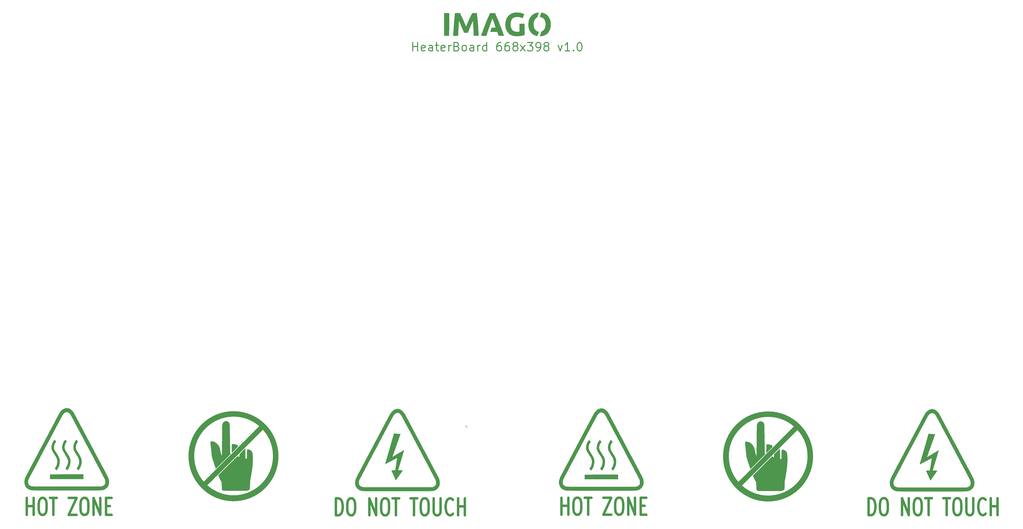
<source format=gbr>
%TF.GenerationSoftware,KiCad,Pcbnew,9.0.5*%
%TF.CreationDate,2025-11-12T08:21:00+01:00*%
%TF.ProjectId,test01,74657374-3031-42e6-9b69-6361645f7063,rev?*%
%TF.SameCoordinates,Original*%
%TF.FileFunction,Legend,Top*%
%TF.FilePolarity,Positive*%
%FSLAX46Y46*%
G04 Gerber Fmt 4.6, Leading zero omitted, Abs format (unit mm)*
G04 Created by KiCad (PCBNEW 9.0.5) date 2025-11-12 08:21:00*
%MOMM*%
%LPD*%
G01*
G04 APERTURE LIST*
%ADD10C,0.625000*%
%ADD11C,1.400000*%
%ADD12C,0.150000*%
%ADD13C,0.000000*%
%ADD14C,2.000000*%
%ADD15C,0.120000*%
%ADD16R,7.000000X7.000000*%
G04 APERTURE END LIST*
D10*
X499501659Y-254415595D02*
X499501659Y-249415595D01*
X499501659Y-251796547D02*
X502358802Y-251796547D01*
X502358802Y-254415595D02*
X502358802Y-249415595D01*
X506644516Y-254177500D02*
X506168325Y-254415595D01*
X506168325Y-254415595D02*
X505215944Y-254415595D01*
X505215944Y-254415595D02*
X504739754Y-254177500D01*
X504739754Y-254177500D02*
X504501658Y-253701309D01*
X504501658Y-253701309D02*
X504501658Y-251796547D01*
X504501658Y-251796547D02*
X504739754Y-251320357D01*
X504739754Y-251320357D02*
X505215944Y-251082261D01*
X505215944Y-251082261D02*
X506168325Y-251082261D01*
X506168325Y-251082261D02*
X506644516Y-251320357D01*
X506644516Y-251320357D02*
X506882611Y-251796547D01*
X506882611Y-251796547D02*
X506882611Y-252272738D01*
X506882611Y-252272738D02*
X504501658Y-252748928D01*
X511168325Y-254415595D02*
X511168325Y-251796547D01*
X511168325Y-251796547D02*
X510930230Y-251320357D01*
X510930230Y-251320357D02*
X510454039Y-251082261D01*
X510454039Y-251082261D02*
X509501658Y-251082261D01*
X509501658Y-251082261D02*
X509025468Y-251320357D01*
X511168325Y-254177500D02*
X510692134Y-254415595D01*
X510692134Y-254415595D02*
X509501658Y-254415595D01*
X509501658Y-254415595D02*
X509025468Y-254177500D01*
X509025468Y-254177500D02*
X508787372Y-253701309D01*
X508787372Y-253701309D02*
X508787372Y-253225119D01*
X508787372Y-253225119D02*
X509025468Y-252748928D01*
X509025468Y-252748928D02*
X509501658Y-252510833D01*
X509501658Y-252510833D02*
X510692134Y-252510833D01*
X510692134Y-252510833D02*
X511168325Y-252272738D01*
X512834992Y-251082261D02*
X514739754Y-251082261D01*
X513549278Y-249415595D02*
X513549278Y-253701309D01*
X513549278Y-253701309D02*
X513787373Y-254177500D01*
X513787373Y-254177500D02*
X514263563Y-254415595D01*
X514263563Y-254415595D02*
X514739754Y-254415595D01*
X518311183Y-254177500D02*
X517834992Y-254415595D01*
X517834992Y-254415595D02*
X516882611Y-254415595D01*
X516882611Y-254415595D02*
X516406421Y-254177500D01*
X516406421Y-254177500D02*
X516168325Y-253701309D01*
X516168325Y-253701309D02*
X516168325Y-251796547D01*
X516168325Y-251796547D02*
X516406421Y-251320357D01*
X516406421Y-251320357D02*
X516882611Y-251082261D01*
X516882611Y-251082261D02*
X517834992Y-251082261D01*
X517834992Y-251082261D02*
X518311183Y-251320357D01*
X518311183Y-251320357D02*
X518549278Y-251796547D01*
X518549278Y-251796547D02*
X518549278Y-252272738D01*
X518549278Y-252272738D02*
X516168325Y-252748928D01*
X520692135Y-254415595D02*
X520692135Y-251082261D01*
X520692135Y-252034642D02*
X520930230Y-251558452D01*
X520930230Y-251558452D02*
X521168325Y-251320357D01*
X521168325Y-251320357D02*
X521644516Y-251082261D01*
X521644516Y-251082261D02*
X522120706Y-251082261D01*
X525454039Y-251796547D02*
X526168325Y-252034642D01*
X526168325Y-252034642D02*
X526406420Y-252272738D01*
X526406420Y-252272738D02*
X526644516Y-252748928D01*
X526644516Y-252748928D02*
X526644516Y-253463214D01*
X526644516Y-253463214D02*
X526406420Y-253939404D01*
X526406420Y-253939404D02*
X526168325Y-254177500D01*
X526168325Y-254177500D02*
X525692135Y-254415595D01*
X525692135Y-254415595D02*
X523787373Y-254415595D01*
X523787373Y-254415595D02*
X523787373Y-249415595D01*
X523787373Y-249415595D02*
X525454039Y-249415595D01*
X525454039Y-249415595D02*
X525930230Y-249653690D01*
X525930230Y-249653690D02*
X526168325Y-249891785D01*
X526168325Y-249891785D02*
X526406420Y-250367976D01*
X526406420Y-250367976D02*
X526406420Y-250844166D01*
X526406420Y-250844166D02*
X526168325Y-251320357D01*
X526168325Y-251320357D02*
X525930230Y-251558452D01*
X525930230Y-251558452D02*
X525454039Y-251796547D01*
X525454039Y-251796547D02*
X523787373Y-251796547D01*
X529501658Y-254415595D02*
X529025468Y-254177500D01*
X529025468Y-254177500D02*
X528787373Y-253939404D01*
X528787373Y-253939404D02*
X528549277Y-253463214D01*
X528549277Y-253463214D02*
X528549277Y-252034642D01*
X528549277Y-252034642D02*
X528787373Y-251558452D01*
X528787373Y-251558452D02*
X529025468Y-251320357D01*
X529025468Y-251320357D02*
X529501658Y-251082261D01*
X529501658Y-251082261D02*
X530215944Y-251082261D01*
X530215944Y-251082261D02*
X530692135Y-251320357D01*
X530692135Y-251320357D02*
X530930230Y-251558452D01*
X530930230Y-251558452D02*
X531168325Y-252034642D01*
X531168325Y-252034642D02*
X531168325Y-253463214D01*
X531168325Y-253463214D02*
X530930230Y-253939404D01*
X530930230Y-253939404D02*
X530692135Y-254177500D01*
X530692135Y-254177500D02*
X530215944Y-254415595D01*
X530215944Y-254415595D02*
X529501658Y-254415595D01*
X535454040Y-254415595D02*
X535454040Y-251796547D01*
X535454040Y-251796547D02*
X535215945Y-251320357D01*
X535215945Y-251320357D02*
X534739754Y-251082261D01*
X534739754Y-251082261D02*
X533787373Y-251082261D01*
X533787373Y-251082261D02*
X533311183Y-251320357D01*
X535454040Y-254177500D02*
X534977849Y-254415595D01*
X534977849Y-254415595D02*
X533787373Y-254415595D01*
X533787373Y-254415595D02*
X533311183Y-254177500D01*
X533311183Y-254177500D02*
X533073087Y-253701309D01*
X533073087Y-253701309D02*
X533073087Y-253225119D01*
X533073087Y-253225119D02*
X533311183Y-252748928D01*
X533311183Y-252748928D02*
X533787373Y-252510833D01*
X533787373Y-252510833D02*
X534977849Y-252510833D01*
X534977849Y-252510833D02*
X535454040Y-252272738D01*
X537834993Y-254415595D02*
X537834993Y-251082261D01*
X537834993Y-252034642D02*
X538073088Y-251558452D01*
X538073088Y-251558452D02*
X538311183Y-251320357D01*
X538311183Y-251320357D02*
X538787374Y-251082261D01*
X538787374Y-251082261D02*
X539263564Y-251082261D01*
X543073088Y-254415595D02*
X543073088Y-249415595D01*
X543073088Y-254177500D02*
X542596897Y-254415595D01*
X542596897Y-254415595D02*
X541644516Y-254415595D01*
X541644516Y-254415595D02*
X541168326Y-254177500D01*
X541168326Y-254177500D02*
X540930231Y-253939404D01*
X540930231Y-253939404D02*
X540692135Y-253463214D01*
X540692135Y-253463214D02*
X540692135Y-252034642D01*
X540692135Y-252034642D02*
X540930231Y-251558452D01*
X540930231Y-251558452D02*
X541168326Y-251320357D01*
X541168326Y-251320357D02*
X541644516Y-251082261D01*
X541644516Y-251082261D02*
X542596897Y-251082261D01*
X542596897Y-251082261D02*
X543073088Y-251320357D01*
X551406422Y-249415595D02*
X550454041Y-249415595D01*
X550454041Y-249415595D02*
X549977850Y-249653690D01*
X549977850Y-249653690D02*
X549739755Y-249891785D01*
X549739755Y-249891785D02*
X549263565Y-250606071D01*
X549263565Y-250606071D02*
X549025469Y-251558452D01*
X549025469Y-251558452D02*
X549025469Y-253463214D01*
X549025469Y-253463214D02*
X549263565Y-253939404D01*
X549263565Y-253939404D02*
X549501660Y-254177500D01*
X549501660Y-254177500D02*
X549977850Y-254415595D01*
X549977850Y-254415595D02*
X550930231Y-254415595D01*
X550930231Y-254415595D02*
X551406422Y-254177500D01*
X551406422Y-254177500D02*
X551644517Y-253939404D01*
X551644517Y-253939404D02*
X551882612Y-253463214D01*
X551882612Y-253463214D02*
X551882612Y-252272738D01*
X551882612Y-252272738D02*
X551644517Y-251796547D01*
X551644517Y-251796547D02*
X551406422Y-251558452D01*
X551406422Y-251558452D02*
X550930231Y-251320357D01*
X550930231Y-251320357D02*
X549977850Y-251320357D01*
X549977850Y-251320357D02*
X549501660Y-251558452D01*
X549501660Y-251558452D02*
X549263565Y-251796547D01*
X549263565Y-251796547D02*
X549025469Y-252272738D01*
X556168327Y-249415595D02*
X555215946Y-249415595D01*
X555215946Y-249415595D02*
X554739755Y-249653690D01*
X554739755Y-249653690D02*
X554501660Y-249891785D01*
X554501660Y-249891785D02*
X554025470Y-250606071D01*
X554025470Y-250606071D02*
X553787374Y-251558452D01*
X553787374Y-251558452D02*
X553787374Y-253463214D01*
X553787374Y-253463214D02*
X554025470Y-253939404D01*
X554025470Y-253939404D02*
X554263565Y-254177500D01*
X554263565Y-254177500D02*
X554739755Y-254415595D01*
X554739755Y-254415595D02*
X555692136Y-254415595D01*
X555692136Y-254415595D02*
X556168327Y-254177500D01*
X556168327Y-254177500D02*
X556406422Y-253939404D01*
X556406422Y-253939404D02*
X556644517Y-253463214D01*
X556644517Y-253463214D02*
X556644517Y-252272738D01*
X556644517Y-252272738D02*
X556406422Y-251796547D01*
X556406422Y-251796547D02*
X556168327Y-251558452D01*
X556168327Y-251558452D02*
X555692136Y-251320357D01*
X555692136Y-251320357D02*
X554739755Y-251320357D01*
X554739755Y-251320357D02*
X554263565Y-251558452D01*
X554263565Y-251558452D02*
X554025470Y-251796547D01*
X554025470Y-251796547D02*
X553787374Y-252272738D01*
X559501660Y-251558452D02*
X559025470Y-251320357D01*
X559025470Y-251320357D02*
X558787375Y-251082261D01*
X558787375Y-251082261D02*
X558549279Y-250606071D01*
X558549279Y-250606071D02*
X558549279Y-250367976D01*
X558549279Y-250367976D02*
X558787375Y-249891785D01*
X558787375Y-249891785D02*
X559025470Y-249653690D01*
X559025470Y-249653690D02*
X559501660Y-249415595D01*
X559501660Y-249415595D02*
X560454041Y-249415595D01*
X560454041Y-249415595D02*
X560930232Y-249653690D01*
X560930232Y-249653690D02*
X561168327Y-249891785D01*
X561168327Y-249891785D02*
X561406422Y-250367976D01*
X561406422Y-250367976D02*
X561406422Y-250606071D01*
X561406422Y-250606071D02*
X561168327Y-251082261D01*
X561168327Y-251082261D02*
X560930232Y-251320357D01*
X560930232Y-251320357D02*
X560454041Y-251558452D01*
X560454041Y-251558452D02*
X559501660Y-251558452D01*
X559501660Y-251558452D02*
X559025470Y-251796547D01*
X559025470Y-251796547D02*
X558787375Y-252034642D01*
X558787375Y-252034642D02*
X558549279Y-252510833D01*
X558549279Y-252510833D02*
X558549279Y-253463214D01*
X558549279Y-253463214D02*
X558787375Y-253939404D01*
X558787375Y-253939404D02*
X559025470Y-254177500D01*
X559025470Y-254177500D02*
X559501660Y-254415595D01*
X559501660Y-254415595D02*
X560454041Y-254415595D01*
X560454041Y-254415595D02*
X560930232Y-254177500D01*
X560930232Y-254177500D02*
X561168327Y-253939404D01*
X561168327Y-253939404D02*
X561406422Y-253463214D01*
X561406422Y-253463214D02*
X561406422Y-252510833D01*
X561406422Y-252510833D02*
X561168327Y-252034642D01*
X561168327Y-252034642D02*
X560930232Y-251796547D01*
X560930232Y-251796547D02*
X560454041Y-251558452D01*
X563073089Y-254415595D02*
X565692137Y-251082261D01*
X563073089Y-251082261D02*
X565692137Y-254415595D01*
X567120708Y-249415595D02*
X570215946Y-249415595D01*
X570215946Y-249415595D02*
X568549280Y-251320357D01*
X568549280Y-251320357D02*
X569263565Y-251320357D01*
X569263565Y-251320357D02*
X569739756Y-251558452D01*
X569739756Y-251558452D02*
X569977851Y-251796547D01*
X569977851Y-251796547D02*
X570215946Y-252272738D01*
X570215946Y-252272738D02*
X570215946Y-253463214D01*
X570215946Y-253463214D02*
X569977851Y-253939404D01*
X569977851Y-253939404D02*
X569739756Y-254177500D01*
X569739756Y-254177500D02*
X569263565Y-254415595D01*
X569263565Y-254415595D02*
X567834994Y-254415595D01*
X567834994Y-254415595D02*
X567358803Y-254177500D01*
X567358803Y-254177500D02*
X567120708Y-253939404D01*
X572596899Y-254415595D02*
X573549280Y-254415595D01*
X573549280Y-254415595D02*
X574025470Y-254177500D01*
X574025470Y-254177500D02*
X574263566Y-253939404D01*
X574263566Y-253939404D02*
X574739756Y-253225119D01*
X574739756Y-253225119D02*
X574977851Y-252272738D01*
X574977851Y-252272738D02*
X574977851Y-250367976D01*
X574977851Y-250367976D02*
X574739756Y-249891785D01*
X574739756Y-249891785D02*
X574501661Y-249653690D01*
X574501661Y-249653690D02*
X574025470Y-249415595D01*
X574025470Y-249415595D02*
X573073089Y-249415595D01*
X573073089Y-249415595D02*
X572596899Y-249653690D01*
X572596899Y-249653690D02*
X572358804Y-249891785D01*
X572358804Y-249891785D02*
X572120708Y-250367976D01*
X572120708Y-250367976D02*
X572120708Y-251558452D01*
X572120708Y-251558452D02*
X572358804Y-252034642D01*
X572358804Y-252034642D02*
X572596899Y-252272738D01*
X572596899Y-252272738D02*
X573073089Y-252510833D01*
X573073089Y-252510833D02*
X574025470Y-252510833D01*
X574025470Y-252510833D02*
X574501661Y-252272738D01*
X574501661Y-252272738D02*
X574739756Y-252034642D01*
X574739756Y-252034642D02*
X574977851Y-251558452D01*
X577834994Y-251558452D02*
X577358804Y-251320357D01*
X577358804Y-251320357D02*
X577120709Y-251082261D01*
X577120709Y-251082261D02*
X576882613Y-250606071D01*
X576882613Y-250606071D02*
X576882613Y-250367976D01*
X576882613Y-250367976D02*
X577120709Y-249891785D01*
X577120709Y-249891785D02*
X577358804Y-249653690D01*
X577358804Y-249653690D02*
X577834994Y-249415595D01*
X577834994Y-249415595D02*
X578787375Y-249415595D01*
X578787375Y-249415595D02*
X579263566Y-249653690D01*
X579263566Y-249653690D02*
X579501661Y-249891785D01*
X579501661Y-249891785D02*
X579739756Y-250367976D01*
X579739756Y-250367976D02*
X579739756Y-250606071D01*
X579739756Y-250606071D02*
X579501661Y-251082261D01*
X579501661Y-251082261D02*
X579263566Y-251320357D01*
X579263566Y-251320357D02*
X578787375Y-251558452D01*
X578787375Y-251558452D02*
X577834994Y-251558452D01*
X577834994Y-251558452D02*
X577358804Y-251796547D01*
X577358804Y-251796547D02*
X577120709Y-252034642D01*
X577120709Y-252034642D02*
X576882613Y-252510833D01*
X576882613Y-252510833D02*
X576882613Y-253463214D01*
X576882613Y-253463214D02*
X577120709Y-253939404D01*
X577120709Y-253939404D02*
X577358804Y-254177500D01*
X577358804Y-254177500D02*
X577834994Y-254415595D01*
X577834994Y-254415595D02*
X578787375Y-254415595D01*
X578787375Y-254415595D02*
X579263566Y-254177500D01*
X579263566Y-254177500D02*
X579501661Y-253939404D01*
X579501661Y-253939404D02*
X579739756Y-253463214D01*
X579739756Y-253463214D02*
X579739756Y-252510833D01*
X579739756Y-252510833D02*
X579501661Y-252034642D01*
X579501661Y-252034642D02*
X579263566Y-251796547D01*
X579263566Y-251796547D02*
X578787375Y-251558452D01*
X585215947Y-251082261D02*
X586406423Y-254415595D01*
X586406423Y-254415595D02*
X587596900Y-251082261D01*
X592120709Y-254415595D02*
X589263566Y-254415595D01*
X590692138Y-254415595D02*
X590692138Y-249415595D01*
X590692138Y-249415595D02*
X590215947Y-250129880D01*
X590215947Y-250129880D02*
X589739757Y-250606071D01*
X589739757Y-250606071D02*
X589263566Y-250844166D01*
X594263567Y-253939404D02*
X594501662Y-254177500D01*
X594501662Y-254177500D02*
X594263567Y-254415595D01*
X594263567Y-254415595D02*
X594025471Y-254177500D01*
X594025471Y-254177500D02*
X594263567Y-253939404D01*
X594263567Y-253939404D02*
X594263567Y-254415595D01*
X597596900Y-249415595D02*
X598073090Y-249415595D01*
X598073090Y-249415595D02*
X598549281Y-249653690D01*
X598549281Y-249653690D02*
X598787376Y-249891785D01*
X598787376Y-249891785D02*
X599025471Y-250367976D01*
X599025471Y-250367976D02*
X599263566Y-251320357D01*
X599263566Y-251320357D02*
X599263566Y-252510833D01*
X599263566Y-252510833D02*
X599025471Y-253463214D01*
X599025471Y-253463214D02*
X598787376Y-253939404D01*
X598787376Y-253939404D02*
X598549281Y-254177500D01*
X598549281Y-254177500D02*
X598073090Y-254415595D01*
X598073090Y-254415595D02*
X597596900Y-254415595D01*
X597596900Y-254415595D02*
X597120709Y-254177500D01*
X597120709Y-254177500D02*
X596882614Y-253939404D01*
X596882614Y-253939404D02*
X596644519Y-253463214D01*
X596644519Y-253463214D02*
X596406423Y-252510833D01*
X596406423Y-252510833D02*
X596406423Y-251320357D01*
X596406423Y-251320357D02*
X596644519Y-250367976D01*
X596644519Y-250367976D02*
X596882614Y-249891785D01*
X596882614Y-249891785D02*
X597120709Y-249653690D01*
X597120709Y-249653690D02*
X597596900Y-249415595D01*
D11*
X768307717Y-527983390D02*
X768307717Y-517983390D01*
X768307717Y-517983390D02*
X769974384Y-517983390D01*
X769974384Y-517983390D02*
X770974384Y-518459580D01*
X770974384Y-518459580D02*
X771641051Y-519411961D01*
X771641051Y-519411961D02*
X771974384Y-520364342D01*
X771974384Y-520364342D02*
X772307717Y-522269104D01*
X772307717Y-522269104D02*
X772307717Y-523697676D01*
X772307717Y-523697676D02*
X771974384Y-525602438D01*
X771974384Y-525602438D02*
X771641051Y-526554819D01*
X771641051Y-526554819D02*
X770974384Y-527507200D01*
X770974384Y-527507200D02*
X769974384Y-527983390D01*
X769974384Y-527983390D02*
X768307717Y-527983390D01*
X776641051Y-517983390D02*
X777974384Y-517983390D01*
X777974384Y-517983390D02*
X778641051Y-518459580D01*
X778641051Y-518459580D02*
X779307717Y-519411961D01*
X779307717Y-519411961D02*
X779641051Y-521316723D01*
X779641051Y-521316723D02*
X779641051Y-524650057D01*
X779641051Y-524650057D02*
X779307717Y-526554819D01*
X779307717Y-526554819D02*
X778641051Y-527507200D01*
X778641051Y-527507200D02*
X777974384Y-527983390D01*
X777974384Y-527983390D02*
X776641051Y-527983390D01*
X776641051Y-527983390D02*
X775974384Y-527507200D01*
X775974384Y-527507200D02*
X775307717Y-526554819D01*
X775307717Y-526554819D02*
X774974384Y-524650057D01*
X774974384Y-524650057D02*
X774974384Y-521316723D01*
X774974384Y-521316723D02*
X775307717Y-519411961D01*
X775307717Y-519411961D02*
X775974384Y-518459580D01*
X775974384Y-518459580D02*
X776641051Y-517983390D01*
X787974383Y-527983390D02*
X787974383Y-517983390D01*
X787974383Y-517983390D02*
X791974383Y-527983390D01*
X791974383Y-527983390D02*
X791974383Y-517983390D01*
X796641050Y-517983390D02*
X797974383Y-517983390D01*
X797974383Y-517983390D02*
X798641050Y-518459580D01*
X798641050Y-518459580D02*
X799307716Y-519411961D01*
X799307716Y-519411961D02*
X799641050Y-521316723D01*
X799641050Y-521316723D02*
X799641050Y-524650057D01*
X799641050Y-524650057D02*
X799307716Y-526554819D01*
X799307716Y-526554819D02*
X798641050Y-527507200D01*
X798641050Y-527507200D02*
X797974383Y-527983390D01*
X797974383Y-527983390D02*
X796641050Y-527983390D01*
X796641050Y-527983390D02*
X795974383Y-527507200D01*
X795974383Y-527507200D02*
X795307716Y-526554819D01*
X795307716Y-526554819D02*
X794974383Y-524650057D01*
X794974383Y-524650057D02*
X794974383Y-521316723D01*
X794974383Y-521316723D02*
X795307716Y-519411961D01*
X795307716Y-519411961D02*
X795974383Y-518459580D01*
X795974383Y-518459580D02*
X796641050Y-517983390D01*
X801641049Y-517983390D02*
X805641049Y-517983390D01*
X803641049Y-527983390D02*
X803641049Y-517983390D01*
X812307715Y-517983390D02*
X816307715Y-517983390D01*
X814307715Y-527983390D02*
X814307715Y-517983390D01*
X819974382Y-517983390D02*
X821307715Y-517983390D01*
X821307715Y-517983390D02*
X821974382Y-518459580D01*
X821974382Y-518459580D02*
X822641048Y-519411961D01*
X822641048Y-519411961D02*
X822974382Y-521316723D01*
X822974382Y-521316723D02*
X822974382Y-524650057D01*
X822974382Y-524650057D02*
X822641048Y-526554819D01*
X822641048Y-526554819D02*
X821974382Y-527507200D01*
X821974382Y-527507200D02*
X821307715Y-527983390D01*
X821307715Y-527983390D02*
X819974382Y-527983390D01*
X819974382Y-527983390D02*
X819307715Y-527507200D01*
X819307715Y-527507200D02*
X818641048Y-526554819D01*
X818641048Y-526554819D02*
X818307715Y-524650057D01*
X818307715Y-524650057D02*
X818307715Y-521316723D01*
X818307715Y-521316723D02*
X818641048Y-519411961D01*
X818641048Y-519411961D02*
X819307715Y-518459580D01*
X819307715Y-518459580D02*
X819974382Y-517983390D01*
X825974381Y-517983390D02*
X825974381Y-526078628D01*
X825974381Y-526078628D02*
X826307715Y-527031009D01*
X826307715Y-527031009D02*
X826641048Y-527507200D01*
X826641048Y-527507200D02*
X827307715Y-527983390D01*
X827307715Y-527983390D02*
X828641048Y-527983390D01*
X828641048Y-527983390D02*
X829307715Y-527507200D01*
X829307715Y-527507200D02*
X829641048Y-527031009D01*
X829641048Y-527031009D02*
X829974381Y-526078628D01*
X829974381Y-526078628D02*
X829974381Y-517983390D01*
X837307714Y-527031009D02*
X836974381Y-527507200D01*
X836974381Y-527507200D02*
X835974381Y-527983390D01*
X835974381Y-527983390D02*
X835307714Y-527983390D01*
X835307714Y-527983390D02*
X834307714Y-527507200D01*
X834307714Y-527507200D02*
X833641048Y-526554819D01*
X833641048Y-526554819D02*
X833307714Y-525602438D01*
X833307714Y-525602438D02*
X832974381Y-523697676D01*
X832974381Y-523697676D02*
X832974381Y-522269104D01*
X832974381Y-522269104D02*
X833307714Y-520364342D01*
X833307714Y-520364342D02*
X833641048Y-519411961D01*
X833641048Y-519411961D02*
X834307714Y-518459580D01*
X834307714Y-518459580D02*
X835307714Y-517983390D01*
X835307714Y-517983390D02*
X835974381Y-517983390D01*
X835974381Y-517983390D02*
X836974381Y-518459580D01*
X836974381Y-518459580D02*
X837307714Y-518935771D01*
X840307714Y-527983390D02*
X840307714Y-517983390D01*
X840307714Y-522745295D02*
X844307714Y-522745295D01*
X844307714Y-527983390D02*
X844307714Y-517983390D01*
X454197717Y-528043390D02*
X454197717Y-518043390D01*
X454197717Y-518043390D02*
X455864384Y-518043390D01*
X455864384Y-518043390D02*
X456864384Y-518519580D01*
X456864384Y-518519580D02*
X457531051Y-519471961D01*
X457531051Y-519471961D02*
X457864384Y-520424342D01*
X457864384Y-520424342D02*
X458197717Y-522329104D01*
X458197717Y-522329104D02*
X458197717Y-523757676D01*
X458197717Y-523757676D02*
X457864384Y-525662438D01*
X457864384Y-525662438D02*
X457531051Y-526614819D01*
X457531051Y-526614819D02*
X456864384Y-527567200D01*
X456864384Y-527567200D02*
X455864384Y-528043390D01*
X455864384Y-528043390D02*
X454197717Y-528043390D01*
X462531051Y-518043390D02*
X463864384Y-518043390D01*
X463864384Y-518043390D02*
X464531051Y-518519580D01*
X464531051Y-518519580D02*
X465197717Y-519471961D01*
X465197717Y-519471961D02*
X465531051Y-521376723D01*
X465531051Y-521376723D02*
X465531051Y-524710057D01*
X465531051Y-524710057D02*
X465197717Y-526614819D01*
X465197717Y-526614819D02*
X464531051Y-527567200D01*
X464531051Y-527567200D02*
X463864384Y-528043390D01*
X463864384Y-528043390D02*
X462531051Y-528043390D01*
X462531051Y-528043390D02*
X461864384Y-527567200D01*
X461864384Y-527567200D02*
X461197717Y-526614819D01*
X461197717Y-526614819D02*
X460864384Y-524710057D01*
X460864384Y-524710057D02*
X460864384Y-521376723D01*
X460864384Y-521376723D02*
X461197717Y-519471961D01*
X461197717Y-519471961D02*
X461864384Y-518519580D01*
X461864384Y-518519580D02*
X462531051Y-518043390D01*
X473864383Y-528043390D02*
X473864383Y-518043390D01*
X473864383Y-518043390D02*
X477864383Y-528043390D01*
X477864383Y-528043390D02*
X477864383Y-518043390D01*
X482531050Y-518043390D02*
X483864383Y-518043390D01*
X483864383Y-518043390D02*
X484531050Y-518519580D01*
X484531050Y-518519580D02*
X485197716Y-519471961D01*
X485197716Y-519471961D02*
X485531050Y-521376723D01*
X485531050Y-521376723D02*
X485531050Y-524710057D01*
X485531050Y-524710057D02*
X485197716Y-526614819D01*
X485197716Y-526614819D02*
X484531050Y-527567200D01*
X484531050Y-527567200D02*
X483864383Y-528043390D01*
X483864383Y-528043390D02*
X482531050Y-528043390D01*
X482531050Y-528043390D02*
X481864383Y-527567200D01*
X481864383Y-527567200D02*
X481197716Y-526614819D01*
X481197716Y-526614819D02*
X480864383Y-524710057D01*
X480864383Y-524710057D02*
X480864383Y-521376723D01*
X480864383Y-521376723D02*
X481197716Y-519471961D01*
X481197716Y-519471961D02*
X481864383Y-518519580D01*
X481864383Y-518519580D02*
X482531050Y-518043390D01*
X487531049Y-518043390D02*
X491531049Y-518043390D01*
X489531049Y-528043390D02*
X489531049Y-518043390D01*
X498197715Y-518043390D02*
X502197715Y-518043390D01*
X500197715Y-528043390D02*
X500197715Y-518043390D01*
X505864382Y-518043390D02*
X507197715Y-518043390D01*
X507197715Y-518043390D02*
X507864382Y-518519580D01*
X507864382Y-518519580D02*
X508531048Y-519471961D01*
X508531048Y-519471961D02*
X508864382Y-521376723D01*
X508864382Y-521376723D02*
X508864382Y-524710057D01*
X508864382Y-524710057D02*
X508531048Y-526614819D01*
X508531048Y-526614819D02*
X507864382Y-527567200D01*
X507864382Y-527567200D02*
X507197715Y-528043390D01*
X507197715Y-528043390D02*
X505864382Y-528043390D01*
X505864382Y-528043390D02*
X505197715Y-527567200D01*
X505197715Y-527567200D02*
X504531048Y-526614819D01*
X504531048Y-526614819D02*
X504197715Y-524710057D01*
X504197715Y-524710057D02*
X504197715Y-521376723D01*
X504197715Y-521376723D02*
X504531048Y-519471961D01*
X504531048Y-519471961D02*
X505197715Y-518519580D01*
X505197715Y-518519580D02*
X505864382Y-518043390D01*
X511864381Y-518043390D02*
X511864381Y-526138628D01*
X511864381Y-526138628D02*
X512197715Y-527091009D01*
X512197715Y-527091009D02*
X512531048Y-527567200D01*
X512531048Y-527567200D02*
X513197715Y-528043390D01*
X513197715Y-528043390D02*
X514531048Y-528043390D01*
X514531048Y-528043390D02*
X515197715Y-527567200D01*
X515197715Y-527567200D02*
X515531048Y-527091009D01*
X515531048Y-527091009D02*
X515864381Y-526138628D01*
X515864381Y-526138628D02*
X515864381Y-518043390D01*
X523197714Y-527091009D02*
X522864381Y-527567200D01*
X522864381Y-527567200D02*
X521864381Y-528043390D01*
X521864381Y-528043390D02*
X521197714Y-528043390D01*
X521197714Y-528043390D02*
X520197714Y-527567200D01*
X520197714Y-527567200D02*
X519531048Y-526614819D01*
X519531048Y-526614819D02*
X519197714Y-525662438D01*
X519197714Y-525662438D02*
X518864381Y-523757676D01*
X518864381Y-523757676D02*
X518864381Y-522329104D01*
X518864381Y-522329104D02*
X519197714Y-520424342D01*
X519197714Y-520424342D02*
X519531048Y-519471961D01*
X519531048Y-519471961D02*
X520197714Y-518519580D01*
X520197714Y-518519580D02*
X521197714Y-518043390D01*
X521197714Y-518043390D02*
X521864381Y-518043390D01*
X521864381Y-518043390D02*
X522864381Y-518519580D01*
X522864381Y-518519580D02*
X523197714Y-518995771D01*
X526197714Y-528043390D02*
X526197714Y-518043390D01*
X526197714Y-522805295D02*
X530197714Y-522805295D01*
X530197714Y-528043390D02*
X530197714Y-518043390D01*
X587217717Y-527683390D02*
X587217717Y-517683390D01*
X587217717Y-522445295D02*
X591217717Y-522445295D01*
X591217717Y-527683390D02*
X591217717Y-517683390D01*
X595884384Y-517683390D02*
X597217717Y-517683390D01*
X597217717Y-517683390D02*
X597884384Y-518159580D01*
X597884384Y-518159580D02*
X598551050Y-519111961D01*
X598551050Y-519111961D02*
X598884384Y-521016723D01*
X598884384Y-521016723D02*
X598884384Y-524350057D01*
X598884384Y-524350057D02*
X598551050Y-526254819D01*
X598551050Y-526254819D02*
X597884384Y-527207200D01*
X597884384Y-527207200D02*
X597217717Y-527683390D01*
X597217717Y-527683390D02*
X595884384Y-527683390D01*
X595884384Y-527683390D02*
X595217717Y-527207200D01*
X595217717Y-527207200D02*
X594551050Y-526254819D01*
X594551050Y-526254819D02*
X594217717Y-524350057D01*
X594217717Y-524350057D02*
X594217717Y-521016723D01*
X594217717Y-521016723D02*
X594551050Y-519111961D01*
X594551050Y-519111961D02*
X595217717Y-518159580D01*
X595217717Y-518159580D02*
X595884384Y-517683390D01*
X600884383Y-517683390D02*
X604884383Y-517683390D01*
X602884383Y-527683390D02*
X602884383Y-517683390D01*
X611884383Y-517683390D02*
X616551049Y-517683390D01*
X616551049Y-517683390D02*
X611884383Y-527683390D01*
X611884383Y-527683390D02*
X616551049Y-527683390D01*
X620551050Y-517683390D02*
X621884383Y-517683390D01*
X621884383Y-517683390D02*
X622551050Y-518159580D01*
X622551050Y-518159580D02*
X623217716Y-519111961D01*
X623217716Y-519111961D02*
X623551050Y-521016723D01*
X623551050Y-521016723D02*
X623551050Y-524350057D01*
X623551050Y-524350057D02*
X623217716Y-526254819D01*
X623217716Y-526254819D02*
X622551050Y-527207200D01*
X622551050Y-527207200D02*
X621884383Y-527683390D01*
X621884383Y-527683390D02*
X620551050Y-527683390D01*
X620551050Y-527683390D02*
X619884383Y-527207200D01*
X619884383Y-527207200D02*
X619217716Y-526254819D01*
X619217716Y-526254819D02*
X618884383Y-524350057D01*
X618884383Y-524350057D02*
X618884383Y-521016723D01*
X618884383Y-521016723D02*
X619217716Y-519111961D01*
X619217716Y-519111961D02*
X619884383Y-518159580D01*
X619884383Y-518159580D02*
X620551050Y-517683390D01*
X626551049Y-527683390D02*
X626551049Y-517683390D01*
X626551049Y-517683390D02*
X630551049Y-527683390D01*
X630551049Y-527683390D02*
X630551049Y-517683390D01*
X633884382Y-522445295D02*
X636217716Y-522445295D01*
X637217716Y-527683390D02*
X633884382Y-527683390D01*
X633884382Y-527683390D02*
X633884382Y-517683390D01*
X633884382Y-517683390D02*
X637217716Y-517683390D01*
X271907717Y-527823390D02*
X271907717Y-517823390D01*
X271907717Y-522585295D02*
X275907717Y-522585295D01*
X275907717Y-527823390D02*
X275907717Y-517823390D01*
X280574384Y-517823390D02*
X281907717Y-517823390D01*
X281907717Y-517823390D02*
X282574384Y-518299580D01*
X282574384Y-518299580D02*
X283241050Y-519251961D01*
X283241050Y-519251961D02*
X283574384Y-521156723D01*
X283574384Y-521156723D02*
X283574384Y-524490057D01*
X283574384Y-524490057D02*
X283241050Y-526394819D01*
X283241050Y-526394819D02*
X282574384Y-527347200D01*
X282574384Y-527347200D02*
X281907717Y-527823390D01*
X281907717Y-527823390D02*
X280574384Y-527823390D01*
X280574384Y-527823390D02*
X279907717Y-527347200D01*
X279907717Y-527347200D02*
X279241050Y-526394819D01*
X279241050Y-526394819D02*
X278907717Y-524490057D01*
X278907717Y-524490057D02*
X278907717Y-521156723D01*
X278907717Y-521156723D02*
X279241050Y-519251961D01*
X279241050Y-519251961D02*
X279907717Y-518299580D01*
X279907717Y-518299580D02*
X280574384Y-517823390D01*
X285574383Y-517823390D02*
X289574383Y-517823390D01*
X287574383Y-527823390D02*
X287574383Y-517823390D01*
X296574383Y-517823390D02*
X301241049Y-517823390D01*
X301241049Y-517823390D02*
X296574383Y-527823390D01*
X296574383Y-527823390D02*
X301241049Y-527823390D01*
X305241050Y-517823390D02*
X306574383Y-517823390D01*
X306574383Y-517823390D02*
X307241050Y-518299580D01*
X307241050Y-518299580D02*
X307907716Y-519251961D01*
X307907716Y-519251961D02*
X308241050Y-521156723D01*
X308241050Y-521156723D02*
X308241050Y-524490057D01*
X308241050Y-524490057D02*
X307907716Y-526394819D01*
X307907716Y-526394819D02*
X307241050Y-527347200D01*
X307241050Y-527347200D02*
X306574383Y-527823390D01*
X306574383Y-527823390D02*
X305241050Y-527823390D01*
X305241050Y-527823390D02*
X304574383Y-527347200D01*
X304574383Y-527347200D02*
X303907716Y-526394819D01*
X303907716Y-526394819D02*
X303574383Y-524490057D01*
X303574383Y-524490057D02*
X303574383Y-521156723D01*
X303574383Y-521156723D02*
X303907716Y-519251961D01*
X303907716Y-519251961D02*
X304574383Y-518299580D01*
X304574383Y-518299580D02*
X305241050Y-517823390D01*
X311241049Y-527823390D02*
X311241049Y-517823390D01*
X311241049Y-517823390D02*
X315241049Y-527823390D01*
X315241049Y-527823390D02*
X315241049Y-517823390D01*
X318574382Y-522585295D02*
X320907716Y-522585295D01*
X321907716Y-527823390D02*
X318574382Y-527823390D01*
X318574382Y-527823390D02*
X318574382Y-517823390D01*
X318574382Y-517823390D02*
X321907716Y-517823390D01*
D12*
X530624818Y-476173333D02*
X531339103Y-476173333D01*
X531339103Y-476173333D02*
X531481960Y-476220952D01*
X531481960Y-476220952D02*
X531577199Y-476316190D01*
X531577199Y-476316190D02*
X531624818Y-476459047D01*
X531624818Y-476459047D02*
X531624818Y-476554285D01*
X531624818Y-475173333D02*
X531624818Y-475744761D01*
X531624818Y-475459047D02*
X530624818Y-475459047D01*
X530624818Y-475459047D02*
X530767675Y-475554285D01*
X530767675Y-475554285D02*
X530862913Y-475649523D01*
X530862913Y-475649523D02*
X530910532Y-475744761D01*
X562056818Y-478333333D02*
X562771103Y-478333333D01*
X562771103Y-478333333D02*
X562913960Y-478380952D01*
X562913960Y-478380952D02*
X563009199Y-478476190D01*
X563009199Y-478476190D02*
X563056818Y-478619047D01*
X563056818Y-478619047D02*
X563056818Y-478714285D01*
X562152056Y-477904761D02*
X562104437Y-477857142D01*
X562104437Y-477857142D02*
X562056818Y-477761904D01*
X562056818Y-477761904D02*
X562056818Y-477523809D01*
X562056818Y-477523809D02*
X562104437Y-477428571D01*
X562104437Y-477428571D02*
X562152056Y-477380952D01*
X562152056Y-477380952D02*
X562247294Y-477333333D01*
X562247294Y-477333333D02*
X562342532Y-477333333D01*
X562342532Y-477333333D02*
X562485389Y-477380952D01*
X562485389Y-477380952D02*
X563056818Y-477952380D01*
X563056818Y-477952380D02*
X563056818Y-477333333D01*
D13*
%TO.C,G\u002A\u002A\u002A*%
G36*
X620594369Y-505495598D02*
G01*
X620594369Y-506912604D01*
X610724764Y-506912604D01*
X600855159Y-506912604D01*
X600882264Y-505520488D01*
X600909369Y-504128373D01*
X610751869Y-504103483D01*
X620594369Y-504078592D01*
X620594369Y-505495598D01*
G37*
G36*
X616792230Y-484058788D02*
G01*
X617087791Y-484414069D01*
X617261026Y-484666422D01*
X617323423Y-484855286D01*
X617286473Y-485020100D01*
X617161664Y-485200305D01*
X617134347Y-485233155D01*
X616675587Y-485918261D01*
X616342049Y-486712222D01*
X616151540Y-487560682D01*
X616117608Y-488336793D01*
X616152547Y-488729446D01*
X616225659Y-489099021D01*
X616350736Y-489476450D01*
X616541568Y-489892664D01*
X616811944Y-490378592D01*
X617175655Y-490965164D01*
X617534429Y-491514592D01*
X618101553Y-492390983D01*
X618555811Y-493144224D01*
X618908331Y-493802167D01*
X619170244Y-494392659D01*
X619352677Y-494943552D01*
X619466760Y-495482694D01*
X619523621Y-496037934D01*
X619535365Y-496521827D01*
X619444916Y-497721669D01*
X619187629Y-498880159D01*
X618773319Y-499966520D01*
X618211803Y-500949975D01*
X618051802Y-501173181D01*
X617836870Y-501448425D01*
X617664020Y-501648695D01*
X617567809Y-501734202D01*
X617563910Y-501734911D01*
X617475904Y-501663460D01*
X617303720Y-501474363D01*
X617081440Y-501205508D01*
X617035669Y-501147663D01*
X616574301Y-500560414D01*
X616861956Y-500195163D01*
X617321967Y-499483367D01*
X617677257Y-498671092D01*
X617919861Y-497801364D01*
X618041816Y-496917208D01*
X618035158Y-496061650D01*
X617891923Y-495277713D01*
X617814983Y-495046458D01*
X617691170Y-494733216D01*
X617557241Y-494434707D01*
X617395944Y-494120427D01*
X617190031Y-493759869D01*
X616922251Y-493322530D01*
X616575355Y-492777905D01*
X616238602Y-492258758D01*
X615737211Y-491470541D01*
X615345580Y-490805347D01*
X615051756Y-490233353D01*
X614843784Y-489724739D01*
X614709711Y-489249684D01*
X614637581Y-488778369D01*
X614615441Y-488280972D01*
X614615631Y-488210150D01*
X614716379Y-487075631D01*
X615002371Y-486001546D01*
X615475060Y-484983601D01*
X615953138Y-484254173D01*
X616420049Y-483625358D01*
X616792230Y-484058788D01*
G37*
G36*
X603896845Y-484058788D02*
G01*
X604192407Y-484414069D01*
X604365641Y-484666422D01*
X604428039Y-484855286D01*
X604391088Y-485020100D01*
X604266279Y-485200305D01*
X604238963Y-485233155D01*
X603780202Y-485918261D01*
X603446664Y-486712222D01*
X603256155Y-487560682D01*
X603222223Y-488336793D01*
X603257532Y-488731851D01*
X603331562Y-489103786D01*
X603458184Y-489483798D01*
X603651269Y-489903083D01*
X603924690Y-490392840D01*
X604292318Y-490984266D01*
X604627310Y-491496872D01*
X605221107Y-492417406D01*
X605697567Y-493217269D01*
X606066322Y-493924295D01*
X606337003Y-494566319D01*
X606519241Y-495171176D01*
X606622669Y-495766701D01*
X606656916Y-496380729D01*
X606631616Y-497041096D01*
X606614900Y-497241065D01*
X606412011Y-498487355D01*
X606041834Y-499638112D01*
X605822894Y-500119545D01*
X605641826Y-500448878D01*
X605419096Y-500806753D01*
X605182778Y-501153733D01*
X604960943Y-501450379D01*
X604781666Y-501657251D01*
X604673054Y-501734911D01*
X604582832Y-501663403D01*
X604408938Y-501474169D01*
X604185785Y-501205142D01*
X604140285Y-501147663D01*
X603678916Y-500560414D01*
X603966571Y-500195163D01*
X604426583Y-499483367D01*
X604781872Y-498671092D01*
X605024477Y-497801364D01*
X605146432Y-496917208D01*
X605139773Y-496061650D01*
X604996538Y-495277713D01*
X604919598Y-495046458D01*
X604795786Y-494733216D01*
X604661856Y-494434707D01*
X604500560Y-494120427D01*
X604294647Y-493759869D01*
X604026867Y-493322530D01*
X603679970Y-492777905D01*
X603343217Y-492258758D01*
X602841826Y-491470541D01*
X602450195Y-490805347D01*
X602156371Y-490233353D01*
X601948400Y-489724739D01*
X601814326Y-489249684D01*
X601742196Y-488778369D01*
X601720057Y-488280972D01*
X601720246Y-488210150D01*
X601820994Y-487075631D01*
X602106986Y-486001546D01*
X602579676Y-484983601D01*
X603057754Y-484254173D01*
X603524664Y-483625358D01*
X603896845Y-484058788D01*
G37*
G36*
X610349384Y-484260083D02*
G01*
X610801707Y-484874757D01*
X610526439Y-485220796D01*
X610103174Y-485870725D01*
X609772298Y-486616231D01*
X609554236Y-487395688D01*
X609469409Y-488147467D01*
X609475026Y-488393409D01*
X609522635Y-488760548D01*
X609626459Y-489145223D01*
X609798674Y-489573004D01*
X610051456Y-490069465D01*
X610396981Y-490660175D01*
X610847426Y-491370707D01*
X611013209Y-491623758D01*
X611597602Y-492537977D01*
X612062409Y-493334346D01*
X612417901Y-494041006D01*
X612674345Y-494686097D01*
X612842010Y-495297759D01*
X612931165Y-495904134D01*
X612952079Y-496533361D01*
X612938227Y-496899142D01*
X612853400Y-497795266D01*
X612702162Y-498575004D01*
X612466852Y-499311174D01*
X612205893Y-499918331D01*
X612008918Y-500298491D01*
X611773815Y-500695967D01*
X611525979Y-501074254D01*
X611290809Y-501396845D01*
X611093701Y-501627234D01*
X610960054Y-501728916D01*
X610944982Y-501730750D01*
X610852433Y-501656994D01*
X610683289Y-501469419D01*
X610508429Y-501252338D01*
X610254611Y-500909882D01*
X610117644Y-500671235D01*
X610087688Y-500491461D01*
X610154907Y-500325623D01*
X610272072Y-500172746D01*
X610524265Y-499808098D01*
X610786895Y-499320984D01*
X611027599Y-498779575D01*
X611214012Y-498252045D01*
X611256380Y-498099389D01*
X611403630Y-497431073D01*
X611479656Y-496821998D01*
X611477013Y-496244490D01*
X611388259Y-495670877D01*
X611205950Y-495073485D01*
X610922643Y-494424640D01*
X610530894Y-493696669D01*
X610023259Y-492861899D01*
X609721305Y-492392203D01*
X609196036Y-491565722D01*
X608782509Y-490863507D01*
X608469328Y-490258129D01*
X608245096Y-489722159D01*
X608098415Y-489228166D01*
X608017888Y-488748723D01*
X607992117Y-488256399D01*
X607992062Y-488230504D01*
X608060087Y-487386906D01*
X608251501Y-486511800D01*
X608547311Y-485657889D01*
X608928526Y-484877878D01*
X609376152Y-484224468D01*
X609478038Y-484106920D01*
X609897062Y-483645409D01*
X610349384Y-484260083D01*
G37*
G36*
X611461291Y-465141277D02*
G01*
X612259424Y-465394256D01*
X613037449Y-465831785D01*
X613784048Y-466456409D01*
X613926258Y-466601541D01*
X614279246Y-467001240D01*
X614630254Y-467445723D01*
X614920951Y-467859608D01*
X615004630Y-467995167D01*
X615084768Y-468140155D01*
X615251222Y-468447896D01*
X615498755Y-468908537D01*
X615822130Y-469512225D01*
X616216110Y-470249106D01*
X616675459Y-471109326D01*
X617194940Y-472083033D01*
X617769315Y-473160372D01*
X618393348Y-474331489D01*
X619061803Y-475586532D01*
X619769442Y-476915647D01*
X620511028Y-478308980D01*
X621281324Y-479756678D01*
X622075095Y-481248887D01*
X622887102Y-482775753D01*
X623712110Y-484327424D01*
X624544880Y-485894045D01*
X625380178Y-487465762D01*
X626212764Y-489032724D01*
X627037404Y-490585075D01*
X627848859Y-492112962D01*
X628641893Y-493606532D01*
X629411270Y-495055932D01*
X630151752Y-496451307D01*
X630858102Y-497782804D01*
X631525084Y-499040570D01*
X632147461Y-500214750D01*
X632719996Y-501295493D01*
X633237452Y-502272943D01*
X633694593Y-503137247D01*
X634086181Y-503878553D01*
X634406980Y-504487006D01*
X634651752Y-504952752D01*
X634815262Y-505265939D01*
X634883215Y-505398373D01*
X635325008Y-506446332D01*
X635600265Y-507478213D01*
X635712575Y-508478861D01*
X635665528Y-509433119D01*
X635462715Y-510325834D01*
X635107725Y-511141850D01*
X634604149Y-511866011D01*
X633955577Y-512483163D01*
X633165599Y-512978150D01*
X633077502Y-513021040D01*
X632930428Y-513092725D01*
X632797845Y-513158799D01*
X632671666Y-513219488D01*
X632543808Y-513275015D01*
X632406185Y-513325606D01*
X632250714Y-513371484D01*
X632069309Y-513412874D01*
X631853886Y-513450002D01*
X631596360Y-513483090D01*
X631288646Y-513512366D01*
X630922660Y-513538051D01*
X630490317Y-513560372D01*
X629983532Y-513579553D01*
X629394221Y-513595819D01*
X628714299Y-513609394D01*
X627935682Y-513620502D01*
X627050284Y-513629368D01*
X626050021Y-513636218D01*
X624926808Y-513641274D01*
X623672561Y-513644763D01*
X622279195Y-513646909D01*
X620738625Y-513647935D01*
X619042767Y-513648068D01*
X617183536Y-513647531D01*
X615152846Y-513646549D01*
X612942615Y-513645346D01*
X610645583Y-513644193D01*
X608218553Y-513642878D01*
X605979802Y-513641197D01*
X603922223Y-513639102D01*
X602038712Y-513636548D01*
X600322163Y-513633487D01*
X598765470Y-513629873D01*
X597361527Y-513625660D01*
X596103229Y-513620801D01*
X594983470Y-513615248D01*
X593995144Y-513608956D01*
X593131147Y-513601878D01*
X592384371Y-513593968D01*
X591747712Y-513585178D01*
X591214063Y-513575461D01*
X590776320Y-513564772D01*
X590427377Y-513553064D01*
X590160127Y-513540290D01*
X589967465Y-513526404D01*
X589842286Y-513511358D01*
X589821292Y-513507528D01*
X588829613Y-513225723D01*
X587958144Y-512806539D01*
X587218408Y-512258156D01*
X586621925Y-511588752D01*
X586259051Y-510978669D01*
X585905794Y-510031901D01*
X585741925Y-509039284D01*
X585745556Y-508891111D01*
X587976617Y-508891111D01*
X588044317Y-509431104D01*
X588059801Y-509490628D01*
X588311050Y-510036549D01*
X588725042Y-510499773D01*
X589281173Y-510865118D01*
X589958837Y-511117402D01*
X590384894Y-511203808D01*
X590536576Y-511211879D01*
X590874190Y-511219607D01*
X591388280Y-511226961D01*
X592069394Y-511233907D01*
X592908077Y-511240416D01*
X593894876Y-511246455D01*
X595020337Y-511251992D01*
X596275007Y-511256995D01*
X597649432Y-511261433D01*
X599134158Y-511265274D01*
X600719731Y-511268486D01*
X602396698Y-511271037D01*
X604155605Y-511272896D01*
X605986999Y-511274030D01*
X607881426Y-511274409D01*
X609829431Y-511274000D01*
X611069369Y-511273330D01*
X631193985Y-511259911D01*
X631765930Y-511043907D01*
X632409544Y-510740526D01*
X632893332Y-510369479D01*
X633211840Y-509967580D01*
X633319497Y-509771375D01*
X633387040Y-509568295D01*
X633423182Y-509306362D01*
X633436638Y-508933602D01*
X633437403Y-508622219D01*
X633427050Y-508119764D01*
X633393033Y-507745056D01*
X633324579Y-507430882D01*
X633210910Y-507110030D01*
X633184756Y-507046234D01*
X633107952Y-506885519D01*
X632944740Y-506563150D01*
X632700285Y-506088848D01*
X632379751Y-505472330D01*
X631988303Y-504723316D01*
X631531106Y-503851525D01*
X631013326Y-502866676D01*
X630440128Y-501778487D01*
X629816675Y-500596678D01*
X629148135Y-499330968D01*
X628439670Y-497991075D01*
X627696447Y-496586718D01*
X626923630Y-495127616D01*
X626126384Y-493623489D01*
X625309875Y-492084054D01*
X624479267Y-490519032D01*
X623639726Y-488938141D01*
X622796415Y-487351099D01*
X621954501Y-485767627D01*
X621119149Y-484197442D01*
X620295522Y-482650263D01*
X619488787Y-481135811D01*
X618704108Y-479663803D01*
X617946651Y-478243958D01*
X617221580Y-476885996D01*
X616534059Y-475599635D01*
X615889256Y-474394594D01*
X615292333Y-473280592D01*
X614748457Y-472267349D01*
X614262792Y-471364582D01*
X613840503Y-470582012D01*
X613486755Y-469929356D01*
X613206714Y-469416334D01*
X613005543Y-469052665D01*
X612888409Y-468848067D01*
X612866004Y-468812604D01*
X612343292Y-468190156D01*
X611787861Y-467757020D01*
X611211277Y-467512205D01*
X610625106Y-467454722D01*
X610040913Y-467583583D01*
X609470264Y-467897798D01*
X608924723Y-468396379D01*
X608415858Y-469078335D01*
X608341500Y-469199568D01*
X608242921Y-469374197D01*
X608059657Y-469709216D01*
X607796870Y-470194892D01*
X607459720Y-470821490D01*
X607053367Y-471579277D01*
X606582974Y-472458519D01*
X606053700Y-473449481D01*
X605470705Y-474542429D01*
X604839152Y-475727630D01*
X604164200Y-476995350D01*
X603451010Y-478335854D01*
X602704744Y-479739408D01*
X601930561Y-481196279D01*
X601133622Y-482696732D01*
X600319089Y-484231033D01*
X599492122Y-485789448D01*
X598657881Y-487362244D01*
X597821528Y-488939686D01*
X596988223Y-490512040D01*
X596163126Y-492069572D01*
X595351399Y-493602549D01*
X594558203Y-495101235D01*
X593788697Y-496555898D01*
X593048044Y-497956802D01*
X592341403Y-499294215D01*
X591673935Y-500558401D01*
X591050800Y-501739628D01*
X590477161Y-502828160D01*
X589958177Y-503814264D01*
X589499009Y-504688207D01*
X589104818Y-505440253D01*
X588780765Y-506060668D01*
X588532010Y-506539720D01*
X588363714Y-506867673D01*
X588281038Y-507034794D01*
X588275302Y-507047887D01*
X588098658Y-507625265D01*
X587996914Y-508264419D01*
X587976617Y-508891111D01*
X585745556Y-508891111D01*
X585767333Y-508002561D01*
X585981908Y-506923474D01*
X586385537Y-505803764D01*
X586621988Y-505300681D01*
X586704849Y-505140714D01*
X586874160Y-504818223D01*
X587124621Y-504343186D01*
X587450932Y-503725582D01*
X587847793Y-502975389D01*
X588309904Y-502102586D01*
X588831965Y-501117150D01*
X589408676Y-500029061D01*
X590034737Y-498848296D01*
X590704848Y-497584834D01*
X591413709Y-496248654D01*
X592156019Y-494849733D01*
X592926480Y-493398050D01*
X593719790Y-491903584D01*
X594530650Y-490376312D01*
X595353760Y-488826214D01*
X596183820Y-487263267D01*
X597015530Y-485697451D01*
X597843590Y-484138742D01*
X598662699Y-482597120D01*
X599467558Y-481082564D01*
X600252867Y-479605050D01*
X601013325Y-478174559D01*
X601743634Y-476801067D01*
X602438492Y-475494555D01*
X603092600Y-474264999D01*
X603700657Y-473122378D01*
X604257365Y-472076671D01*
X604757421Y-471137856D01*
X605195528Y-470315911D01*
X605566384Y-469620816D01*
X605864690Y-469062547D01*
X606085146Y-468651084D01*
X606222451Y-468396405D01*
X606262078Y-468324142D01*
X606884053Y-467356499D01*
X607565148Y-466555599D01*
X608294045Y-465923985D01*
X609059426Y-465464203D01*
X609849974Y-465178794D01*
X610654368Y-465070305D01*
X611461291Y-465141277D01*
G37*
G36*
X804282065Y-480060694D02*
G01*
X804676769Y-480090435D01*
X805095196Y-480123221D01*
X805522822Y-480157791D01*
X805945125Y-480192883D01*
X806347582Y-480227234D01*
X806715668Y-480259582D01*
X807034862Y-480288666D01*
X807290639Y-480313223D01*
X807468477Y-480331991D01*
X807553852Y-480343708D01*
X807559136Y-480345468D01*
X807549134Y-480402307D01*
X807507001Y-480541908D01*
X807439582Y-480742929D01*
X807358528Y-480970858D01*
X807289592Y-481160931D01*
X807208121Y-481387278D01*
X807111219Y-481658053D01*
X806995992Y-481981405D01*
X806859546Y-482365487D01*
X806698986Y-482818451D01*
X806511419Y-483348448D01*
X806293949Y-483963631D01*
X806043682Y-484672150D01*
X805929887Y-484994441D01*
X805676356Y-485711378D01*
X805400149Y-486490109D01*
X805095869Y-487345833D01*
X804824736Y-488106914D01*
X804722097Y-488395295D01*
X804594469Y-488754613D01*
X804453871Y-489150987D01*
X804312324Y-489550535D01*
X804213481Y-489829890D01*
X803843075Y-490876402D01*
X803508499Y-491819508D01*
X803209179Y-492660830D01*
X803049874Y-493107349D01*
X802959318Y-493364065D01*
X802885452Y-493579608D01*
X802834846Y-493734329D01*
X802814072Y-493808576D01*
X802814172Y-493812174D01*
X802862548Y-493786289D01*
X802998729Y-493707665D01*
X803215203Y-493580760D01*
X803504461Y-493410031D01*
X803858990Y-493199936D01*
X804271280Y-492954931D01*
X804733820Y-492679473D01*
X805239098Y-492378020D01*
X805779604Y-492055030D01*
X806296449Y-491745728D01*
X806862545Y-491407010D01*
X807400298Y-491085810D01*
X807902194Y-490786583D01*
X808360717Y-490513783D01*
X808768352Y-490271863D01*
X809117585Y-490065276D01*
X809400900Y-489898478D01*
X809610783Y-489775922D01*
X809739719Y-489702062D01*
X809780370Y-489680925D01*
X809769201Y-489735671D01*
X809730051Y-489879942D01*
X809667718Y-490097046D01*
X809586995Y-490370289D01*
X809492679Y-490682980D01*
X809489594Y-490693107D01*
X809373246Y-491075869D01*
X809249220Y-491485322D01*
X809128636Y-491884666D01*
X809022611Y-492237102D01*
X808969531Y-492414354D01*
X808859912Y-492779915D01*
X808720439Y-493242637D01*
X808553875Y-493793415D01*
X808362979Y-494423141D01*
X808150513Y-495122710D01*
X807919239Y-495883015D01*
X807671917Y-496694951D01*
X807604430Y-496916323D01*
X807483895Y-497312480D01*
X807361784Y-497715304D01*
X807246114Y-498098241D01*
X807144902Y-498434741D01*
X807066163Y-498698253D01*
X807050680Y-498750459D01*
X806976114Y-499000635D01*
X806877768Y-499327970D01*
X806764435Y-499703340D01*
X806644908Y-500097622D01*
X806528356Y-500480457D01*
X806426521Y-500816938D01*
X806336794Y-501118791D01*
X806263989Y-501369370D01*
X806212924Y-501552030D01*
X806188412Y-501650124D01*
X806186957Y-501660575D01*
X806230308Y-501682317D01*
X806363559Y-501700290D01*
X806591506Y-501714759D01*
X806918946Y-501725988D01*
X807350675Y-501734243D01*
X807567485Y-501736922D01*
X808948014Y-501751771D01*
X808439199Y-502474310D01*
X808300752Y-502670966D01*
X808107536Y-502945501D01*
X807868729Y-503284868D01*
X807593512Y-503676021D01*
X807291061Y-504105915D01*
X806970558Y-504561503D01*
X806641179Y-505029740D01*
X806386188Y-505392253D01*
X806077292Y-505831142D01*
X805787428Y-506242467D01*
X805522952Y-506617241D01*
X805290225Y-506946479D01*
X805095603Y-507221196D01*
X804945446Y-507432406D01*
X804846111Y-507571124D01*
X804803958Y-507628364D01*
X804803420Y-507628975D01*
X804768423Y-507596638D01*
X804699389Y-507479191D01*
X804605475Y-507293950D01*
X804495837Y-507058231D01*
X804465442Y-506989807D01*
X804249434Y-506499133D01*
X804021630Y-505982154D01*
X803787727Y-505451755D01*
X803553418Y-504920820D01*
X803324398Y-504402237D01*
X803106362Y-503908890D01*
X802905004Y-503453665D01*
X802726019Y-503049448D01*
X802575103Y-502709123D01*
X802457948Y-502445577D01*
X802383883Y-502279780D01*
X802146810Y-501751771D01*
X803262121Y-501736687D01*
X803603665Y-501730160D01*
X803906821Y-501720740D01*
X804154199Y-501709265D01*
X804328411Y-501696571D01*
X804412067Y-501683497D01*
X804416225Y-501681107D01*
X804438986Y-501612914D01*
X804471687Y-501458035D01*
X804509827Y-501240003D01*
X804546198Y-501001443D01*
X804578483Y-500780813D01*
X804624993Y-500470849D01*
X804682597Y-500092017D01*
X804748165Y-499664781D01*
X804818567Y-499209604D01*
X804890672Y-498746951D01*
X804907534Y-498639299D01*
X805044513Y-497762216D01*
X805163424Y-496993366D01*
X805264472Y-496331334D01*
X805347864Y-495774707D01*
X805413807Y-495322070D01*
X805462506Y-494972009D01*
X805494168Y-494723108D01*
X805508999Y-494573955D01*
X805507866Y-494523519D01*
X805455797Y-494544506D01*
X805313193Y-494613116D01*
X805087943Y-494725310D01*
X804787937Y-494877051D01*
X804421064Y-495064301D01*
X803995216Y-495283022D01*
X803518282Y-495529176D01*
X802998151Y-495798725D01*
X802442715Y-496087631D01*
X801986138Y-496325857D01*
X801408835Y-496626791D01*
X800860823Y-496911118D01*
X800349963Y-497174843D01*
X799884115Y-497413973D01*
X799471140Y-497624512D01*
X799118899Y-497802466D01*
X798835252Y-497943841D01*
X798628060Y-498044641D01*
X798505185Y-498100873D01*
X798472895Y-498111151D01*
X798483963Y-498049581D01*
X798522896Y-497894264D01*
X798586152Y-497658083D01*
X798670187Y-497353920D01*
X798771459Y-496994660D01*
X798886424Y-496593184D01*
X798963913Y-496325670D01*
X799092973Y-495881971D01*
X799208099Y-495485990D01*
X799313693Y-495122534D01*
X799414151Y-494776410D01*
X799513873Y-494432425D01*
X799617258Y-494075386D01*
X799728705Y-493690099D01*
X799852613Y-493261371D01*
X799993381Y-492774010D01*
X800155408Y-492212821D01*
X800343092Y-491562612D01*
X800377989Y-491441706D01*
X800497014Y-491029631D01*
X800639804Y-490535788D01*
X800799128Y-489985155D01*
X800967754Y-489402716D01*
X801138449Y-488813450D01*
X801303982Y-488242340D01*
X801412518Y-487868097D01*
X801559690Y-487360706D01*
X801708005Y-486849231D01*
X801852059Y-486352321D01*
X801986449Y-485888619D01*
X802105771Y-485476771D01*
X802204621Y-485135423D01*
X802274312Y-484894574D01*
X802368784Y-484567980D01*
X802484854Y-484166902D01*
X802613177Y-483723625D01*
X802744406Y-483270432D01*
X802869196Y-482839605D01*
X802889001Y-482771246D01*
X802999450Y-482389473D01*
X803106318Y-482019058D01*
X803203411Y-481681552D01*
X803284532Y-481398507D01*
X803343486Y-481191475D01*
X803360352Y-481131640D01*
X803435766Y-480865490D01*
X803518985Y-480576169D01*
X803576343Y-480379621D01*
X803683301Y-480016661D01*
X804282065Y-480060694D01*
G37*
G36*
X806501488Y-465580080D02*
G01*
X807299621Y-465833059D01*
X808077646Y-466270588D01*
X808824245Y-466895212D01*
X808966455Y-467040344D01*
X809319443Y-467440043D01*
X809670451Y-467884526D01*
X809961148Y-468298411D01*
X810044827Y-468433970D01*
X810124965Y-468578958D01*
X810291419Y-468886699D01*
X810538952Y-469347340D01*
X810862327Y-469951028D01*
X811256307Y-470687909D01*
X811715656Y-471548129D01*
X812235137Y-472521836D01*
X812809512Y-473599175D01*
X813433545Y-474770292D01*
X814102000Y-476025335D01*
X814809639Y-477354450D01*
X815551225Y-478747783D01*
X816321521Y-480195481D01*
X817115292Y-481687690D01*
X817927299Y-483214556D01*
X818752307Y-484766227D01*
X819585077Y-486332848D01*
X820420375Y-487904565D01*
X821252961Y-489471527D01*
X822077601Y-491023878D01*
X822889056Y-492551765D01*
X823682090Y-494045335D01*
X824451467Y-495494735D01*
X825191949Y-496890110D01*
X825898299Y-498221607D01*
X826565281Y-499479373D01*
X827187658Y-500653553D01*
X827760193Y-501734296D01*
X828277649Y-502711746D01*
X828734790Y-503576050D01*
X829126378Y-504317356D01*
X829447177Y-504925809D01*
X829691949Y-505391555D01*
X829855459Y-505704742D01*
X829923412Y-505837176D01*
X830365205Y-506885135D01*
X830640462Y-507917016D01*
X830752772Y-508917664D01*
X830705725Y-509871922D01*
X830502912Y-510764637D01*
X830147922Y-511580653D01*
X829644346Y-512304814D01*
X828995774Y-512921966D01*
X828205796Y-513416953D01*
X828117699Y-513459843D01*
X827970625Y-513531528D01*
X827838042Y-513597602D01*
X827711863Y-513658291D01*
X827584005Y-513713818D01*
X827446382Y-513764409D01*
X827290911Y-513810287D01*
X827109506Y-513851677D01*
X826894083Y-513888805D01*
X826636557Y-513921893D01*
X826328843Y-513951169D01*
X825962857Y-513976854D01*
X825530514Y-513999175D01*
X825023729Y-514018356D01*
X824434418Y-514034622D01*
X823754496Y-514048197D01*
X822975879Y-514059305D01*
X822090481Y-514068171D01*
X821090218Y-514075021D01*
X819967005Y-514080077D01*
X818712758Y-514083566D01*
X817319392Y-514085712D01*
X815778822Y-514086738D01*
X814082964Y-514086871D01*
X812223733Y-514086334D01*
X810193043Y-514085352D01*
X807982812Y-514084149D01*
X805685780Y-514082996D01*
X803258750Y-514081681D01*
X801019999Y-514080000D01*
X798962420Y-514077905D01*
X797078909Y-514075351D01*
X795362360Y-514072290D01*
X793805667Y-514068676D01*
X792401724Y-514064463D01*
X791143426Y-514059604D01*
X790023667Y-514054051D01*
X789035341Y-514047759D01*
X788171344Y-514040681D01*
X787424568Y-514032771D01*
X786787909Y-514023981D01*
X786254260Y-514014264D01*
X785816517Y-514003575D01*
X785467574Y-513991867D01*
X785200324Y-513979093D01*
X785007662Y-513965207D01*
X784882483Y-513950161D01*
X784861489Y-513946331D01*
X783869810Y-513664526D01*
X782998341Y-513245342D01*
X782258605Y-512696959D01*
X781662122Y-512027555D01*
X781299248Y-511417472D01*
X780945991Y-510470704D01*
X780782122Y-509478087D01*
X780785753Y-509329914D01*
X783016814Y-509329914D01*
X783084514Y-509869907D01*
X783099998Y-509929431D01*
X783351247Y-510475352D01*
X783765239Y-510938576D01*
X784321370Y-511303921D01*
X784999034Y-511556205D01*
X785425091Y-511642611D01*
X785576773Y-511650682D01*
X785914387Y-511658410D01*
X786428477Y-511665764D01*
X787109591Y-511672710D01*
X787948274Y-511679219D01*
X788935073Y-511685258D01*
X790060534Y-511690795D01*
X791315204Y-511695798D01*
X792689629Y-511700236D01*
X794174355Y-511704077D01*
X795759928Y-511707289D01*
X797436895Y-511709840D01*
X799195802Y-511711699D01*
X801027196Y-511712833D01*
X802921623Y-511713212D01*
X804869628Y-511712803D01*
X806109566Y-511712133D01*
X826234182Y-511698714D01*
X826806127Y-511482710D01*
X827449741Y-511179329D01*
X827933529Y-510808282D01*
X828252037Y-510406383D01*
X828359694Y-510210178D01*
X828427237Y-510007098D01*
X828463379Y-509745165D01*
X828476835Y-509372405D01*
X828477600Y-509061022D01*
X828467247Y-508558567D01*
X828433230Y-508183859D01*
X828364776Y-507869685D01*
X828251107Y-507548833D01*
X828224953Y-507485037D01*
X828148149Y-507324322D01*
X827984937Y-507001953D01*
X827740482Y-506527651D01*
X827419948Y-505911133D01*
X827028500Y-505162119D01*
X826571303Y-504290328D01*
X826053523Y-503305479D01*
X825480325Y-502217290D01*
X824856872Y-501035481D01*
X824188332Y-499769771D01*
X823479867Y-498429878D01*
X822736644Y-497025521D01*
X821963827Y-495566419D01*
X821166581Y-494062292D01*
X820350072Y-492522857D01*
X819519464Y-490957835D01*
X818679923Y-489376944D01*
X817836612Y-487789902D01*
X816994698Y-486206430D01*
X816159346Y-484636245D01*
X815335719Y-483089066D01*
X814528984Y-481574614D01*
X813744305Y-480102606D01*
X812986848Y-478682761D01*
X812261777Y-477324799D01*
X811574256Y-476038438D01*
X810929453Y-474833397D01*
X810332530Y-473719395D01*
X809788654Y-472706152D01*
X809302989Y-471803385D01*
X808880700Y-471020815D01*
X808526952Y-470368159D01*
X808246911Y-469855137D01*
X808045740Y-469491468D01*
X807928606Y-469286870D01*
X807906201Y-469251407D01*
X807383489Y-468628959D01*
X806828058Y-468195823D01*
X806251474Y-467951008D01*
X805665303Y-467893525D01*
X805081110Y-468022386D01*
X804510461Y-468336601D01*
X803964920Y-468835182D01*
X803456055Y-469517138D01*
X803381697Y-469638371D01*
X803283118Y-469813000D01*
X803099854Y-470148019D01*
X802837067Y-470633695D01*
X802499917Y-471260293D01*
X802093564Y-472018080D01*
X801623171Y-472897322D01*
X801093897Y-473888284D01*
X800510902Y-474981232D01*
X799879349Y-476166433D01*
X799204397Y-477434153D01*
X798491207Y-478774657D01*
X797744941Y-480178211D01*
X796970758Y-481635082D01*
X796173819Y-483135535D01*
X795359286Y-484669836D01*
X794532319Y-486228251D01*
X793698078Y-487801047D01*
X792861725Y-489378489D01*
X792028420Y-490950843D01*
X791203323Y-492508375D01*
X790391596Y-494041352D01*
X789598400Y-495540038D01*
X788828894Y-496994701D01*
X788088241Y-498395605D01*
X787381600Y-499733018D01*
X786714132Y-500997204D01*
X786090997Y-502178431D01*
X785517358Y-503266963D01*
X784998374Y-504253067D01*
X784539206Y-505127010D01*
X784145015Y-505879056D01*
X783820962Y-506499471D01*
X783572207Y-506978523D01*
X783403911Y-507306476D01*
X783321235Y-507473597D01*
X783315499Y-507486690D01*
X783138855Y-508064068D01*
X783037111Y-508703222D01*
X783016814Y-509329914D01*
X780785753Y-509329914D01*
X780807530Y-508441364D01*
X781022105Y-507362277D01*
X781425734Y-506242567D01*
X781662185Y-505739484D01*
X781745046Y-505579517D01*
X781914357Y-505257026D01*
X782164818Y-504781989D01*
X782491129Y-504164385D01*
X782887990Y-503414192D01*
X783350101Y-502541389D01*
X783872162Y-501555953D01*
X784448873Y-500467864D01*
X785074934Y-499287099D01*
X785745045Y-498023637D01*
X786453906Y-496687457D01*
X787196216Y-495288536D01*
X787966677Y-493836853D01*
X788759987Y-492342387D01*
X789570847Y-490815115D01*
X790393957Y-489265017D01*
X791224017Y-487702070D01*
X792055727Y-486136254D01*
X792883787Y-484577545D01*
X793702896Y-483035923D01*
X794507755Y-481521367D01*
X795293064Y-480043853D01*
X796053522Y-478613362D01*
X796783831Y-477239870D01*
X797478689Y-475933358D01*
X798132797Y-474703802D01*
X798740854Y-473561181D01*
X799297562Y-472515474D01*
X799797618Y-471576659D01*
X800235725Y-470754714D01*
X800606581Y-470059619D01*
X800904887Y-469501350D01*
X801125343Y-469089887D01*
X801262648Y-468835208D01*
X801302275Y-468762945D01*
X801924250Y-467795302D01*
X802605345Y-466994402D01*
X803334242Y-466362788D01*
X804099623Y-465903006D01*
X804890171Y-465617597D01*
X805694565Y-465509108D01*
X806501488Y-465580080D01*
G37*
D14*
X734570514Y-494023279D02*
G75*
G02*
X734577447Y-493447989I-25523067J595290D01*
G01*
D13*
G36*
X708478086Y-486251800D02*
G01*
X708587992Y-486255970D01*
X708632822Y-486256666D01*
X709240567Y-486291410D01*
X709891333Y-486387283D01*
X710574390Y-486542695D01*
X710590008Y-486546854D01*
X710849827Y-486618573D01*
X711043825Y-486679609D01*
X711186787Y-486737325D01*
X711293500Y-486799084D01*
X711378749Y-486872249D01*
X711457321Y-486964181D01*
X711475136Y-486987599D01*
X711532915Y-487073879D01*
X711570183Y-487161814D01*
X711593188Y-487275404D01*
X711608178Y-487438648D01*
X711612979Y-487517066D01*
X711634315Y-487891253D01*
X710358422Y-489171716D01*
X710066931Y-489463495D01*
X709772791Y-489756531D01*
X709485594Y-490041364D01*
X709214933Y-490308532D01*
X708970400Y-490548576D01*
X708761588Y-490752035D01*
X708598089Y-490909448D01*
X708554992Y-490950357D01*
X708027456Y-491448536D01*
X708038732Y-488967901D01*
X708040673Y-488425921D01*
X708042052Y-487960713D01*
X708044142Y-487566468D01*
X708048215Y-487237376D01*
X708055544Y-486967627D01*
X708067403Y-486751413D01*
X708085064Y-486582923D01*
X708109800Y-486456349D01*
X708142885Y-486365881D01*
X708185591Y-486305709D01*
X708239191Y-486270025D01*
X708304958Y-486253018D01*
X708384165Y-486248880D01*
X708478086Y-486251800D01*
G37*
G36*
X716056953Y-488793025D02*
G01*
X716061789Y-488909342D01*
X716066299Y-489095257D01*
X716070413Y-489344270D01*
X716074065Y-489649878D01*
X716077187Y-490005579D01*
X716079710Y-490404873D01*
X716081567Y-490841258D01*
X716082689Y-491308233D01*
X716083017Y-491740138D01*
X716083017Y-494727468D01*
X716175943Y-494772343D01*
X716348522Y-494840019D01*
X716529879Y-494885613D01*
X716699964Y-494906947D01*
X716838726Y-494901847D01*
X716926115Y-494868135D01*
X716937571Y-494855003D01*
X716943906Y-494805439D01*
X716950528Y-494680612D01*
X716957278Y-494487861D01*
X716964001Y-494234523D01*
X716970540Y-493927936D01*
X716976737Y-493575438D01*
X716982436Y-493184367D01*
X716987480Y-492762060D01*
X716991634Y-492325328D01*
X716995887Y-491797045D01*
X716999661Y-491345029D01*
X717003698Y-490962954D01*
X717008737Y-490644494D01*
X717015520Y-490383324D01*
X717024786Y-490173117D01*
X717037275Y-490007548D01*
X717053729Y-489880291D01*
X717074887Y-489785020D01*
X717101489Y-489715410D01*
X717134277Y-489665135D01*
X717173989Y-489627868D01*
X717221367Y-489597284D01*
X717277151Y-489567057D01*
X717316970Y-489545336D01*
X717427026Y-489494968D01*
X717550832Y-489466976D01*
X717716766Y-489456101D01*
X717802624Y-489455369D01*
X718210765Y-489496788D01*
X718609481Y-489618498D01*
X718994930Y-489818379D01*
X719363273Y-490094308D01*
X719710669Y-490444164D01*
X719811901Y-490565297D01*
X719896615Y-490690463D01*
X719995040Y-490865295D01*
X720092985Y-491061711D01*
X720176256Y-491251630D01*
X720221332Y-491375409D01*
X720269208Y-491571954D01*
X720313739Y-491841337D01*
X720354489Y-492173847D01*
X720391021Y-492559773D01*
X720422897Y-492989404D01*
X720449680Y-493453026D01*
X720470932Y-493940930D01*
X720486217Y-494443402D01*
X720495096Y-494950733D01*
X720497133Y-495453209D01*
X720491890Y-495941120D01*
X720478930Y-496404754D01*
X720463113Y-496744515D01*
X720426662Y-497369208D01*
X720391084Y-497924138D01*
X720355337Y-498422119D01*
X720318380Y-498875967D01*
X720279171Y-499298497D01*
X720236668Y-499702525D01*
X720191183Y-500089881D01*
X720162096Y-500327285D01*
X720132773Y-500568669D01*
X720106768Y-500784663D01*
X720088730Y-500936548D01*
X720054272Y-501214142D01*
X720013148Y-501513269D01*
X719962467Y-501854112D01*
X719902423Y-502237523D01*
X719869252Y-502447580D01*
X719836369Y-502659169D01*
X719809042Y-502838278D01*
X719800090Y-502898336D01*
X719776561Y-503052070D01*
X719744547Y-503253290D01*
X719709480Y-503468062D01*
X719694309Y-503559149D01*
X719660473Y-503762109D01*
X719627872Y-503959878D01*
X719601541Y-504121815D01*
X719592476Y-504178661D01*
X719494884Y-504757579D01*
X719407380Y-505231832D01*
X719370188Y-505432777D01*
X719333600Y-505639597D01*
X719304778Y-505811675D01*
X719301769Y-505830694D01*
X719232738Y-506250697D01*
X719156477Y-506670302D01*
X719119260Y-506863214D01*
X719052902Y-507207302D01*
X719000589Y-507495071D01*
X718960017Y-507746302D01*
X718928881Y-507980776D01*
X718904878Y-508218275D01*
X718885703Y-508478579D01*
X718869052Y-508781469D01*
X718852621Y-509146728D01*
X718852254Y-509155409D01*
X718839284Y-509497499D01*
X718827799Y-509868445D01*
X718818440Y-510241958D01*
X718811847Y-510591748D01*
X718808660Y-510891524D01*
X718808475Y-510951995D01*
X718804117Y-511378205D01*
X718792505Y-511763466D01*
X718774224Y-512100082D01*
X718749856Y-512380355D01*
X718719986Y-512596589D01*
X718685197Y-512741087D01*
X718670091Y-512776969D01*
X718519576Y-512988863D01*
X718300468Y-513193081D01*
X718026755Y-513380021D01*
X717712422Y-513540079D01*
X717383992Y-513659960D01*
X717250074Y-513703631D01*
X717132157Y-513748209D01*
X717115537Y-513755407D01*
X717075058Y-513761947D01*
X716982448Y-513767980D01*
X716835501Y-513773522D01*
X716632010Y-513778591D01*
X716369770Y-513783202D01*
X716046575Y-513787374D01*
X715660220Y-513791122D01*
X715208499Y-513794463D01*
X714689205Y-513797414D01*
X714100133Y-513799991D01*
X713439078Y-513802213D01*
X712703833Y-513804094D01*
X711892193Y-513805652D01*
X711001951Y-513806903D01*
X710218301Y-513807707D01*
X709474469Y-513808255D01*
X708752417Y-513808583D01*
X708056526Y-513808698D01*
X707391178Y-513808607D01*
X706760753Y-513808318D01*
X706169634Y-513807838D01*
X705622201Y-513807173D01*
X705122836Y-513806333D01*
X704675920Y-513805323D01*
X704285835Y-513804150D01*
X703956962Y-513802823D01*
X703693681Y-513801348D01*
X703500375Y-513799733D01*
X703381425Y-513797984D01*
X703341716Y-513796337D01*
X703000058Y-513697186D01*
X702723554Y-513553869D01*
X702504114Y-513360403D01*
X702333644Y-513110806D01*
X702287631Y-513017035D01*
X702255707Y-512944959D01*
X702230283Y-512878543D01*
X702210377Y-512807329D01*
X702195012Y-512720855D01*
X702183208Y-512608663D01*
X702173986Y-512460291D01*
X702166367Y-512265281D01*
X702159371Y-512013171D01*
X702152020Y-511693502D01*
X702148452Y-511530206D01*
X702133403Y-510909165D01*
X702116867Y-510359141D01*
X702098936Y-509881847D01*
X702079700Y-509478996D01*
X702059248Y-509152301D01*
X702037671Y-508903473D01*
X702015060Y-508734227D01*
X701997211Y-508659800D01*
X701940933Y-508529748D01*
X701876323Y-508415038D01*
X701874243Y-508411995D01*
X701815927Y-508317679D01*
X701731683Y-508168188D01*
X701627228Y-507974857D01*
X701508278Y-507749019D01*
X701380550Y-507502010D01*
X701249762Y-507245164D01*
X701121630Y-506989815D01*
X701001870Y-506747298D01*
X700896201Y-506528947D01*
X700810338Y-506346097D01*
X700749998Y-506210082D01*
X700720898Y-506132236D01*
X700719114Y-506121782D01*
X700703043Y-506079296D01*
X700660149Y-505980162D01*
X700598409Y-505842641D01*
X700570732Y-505782084D01*
X700443343Y-505502012D01*
X700348739Y-505287693D01*
X700283250Y-505130755D01*
X700266319Y-505087279D01*
X700229871Y-504996754D01*
X700178396Y-504874753D01*
X700164402Y-504842368D01*
X700093851Y-504680059D01*
X705870813Y-498903097D01*
X706556081Y-498217906D01*
X707185357Y-497588894D01*
X707760992Y-497013764D01*
X708285335Y-496490220D01*
X708760735Y-496015966D01*
X709189542Y-495588704D01*
X709574105Y-495206138D01*
X709916773Y-494865972D01*
X710219897Y-494565908D01*
X710485826Y-494303651D01*
X710716909Y-494076903D01*
X710915495Y-493883368D01*
X711083934Y-493720749D01*
X711224576Y-493586750D01*
X711339770Y-493479075D01*
X711431866Y-493395426D01*
X711503212Y-493333506D01*
X711556159Y-493291020D01*
X711593055Y-493265671D01*
X711616251Y-493255162D01*
X711628096Y-493257196D01*
X711630939Y-493269477D01*
X711630648Y-493272840D01*
X711631255Y-493384823D01*
X711676210Y-493472075D01*
X711735256Y-493533250D01*
X711884318Y-493631309D01*
X712082528Y-493705908D01*
X712297397Y-493746159D01*
X712382709Y-493750206D01*
X712447290Y-493745904D01*
X712495668Y-493726142D01*
X712530042Y-493680635D01*
X712552611Y-493599100D01*
X712565574Y-493471251D01*
X712571130Y-493286804D01*
X712571478Y-493035475D01*
X712570312Y-492872804D01*
X712564683Y-492209556D01*
X714292690Y-490481182D01*
X714605169Y-490169149D01*
X714900509Y-489875222D01*
X715173522Y-489604499D01*
X715419018Y-489362078D01*
X715631807Y-489153058D01*
X715806701Y-488982537D01*
X715938511Y-488855614D01*
X716022046Y-488777387D01*
X716051857Y-488752808D01*
X716056953Y-488793025D01*
G37*
G36*
X705137742Y-472769508D02*
G01*
X705539322Y-472889054D01*
X705663392Y-472943063D01*
X705823911Y-473041701D01*
X706008153Y-473190939D01*
X706196431Y-473371100D01*
X706369062Y-473562507D01*
X706506362Y-473745482D01*
X706563492Y-473842834D01*
X706649383Y-474023585D01*
X706718165Y-474197167D01*
X706771646Y-474375760D01*
X706811635Y-474571547D01*
X706839940Y-474796710D01*
X706858369Y-475063428D01*
X706868730Y-475383884D01*
X706872831Y-475770260D01*
X706873123Y-475928890D01*
X706874204Y-476214066D01*
X706877203Y-476565444D01*
X706881887Y-476966653D01*
X706888021Y-477401321D01*
X706895370Y-477853078D01*
X706903701Y-478305552D01*
X706912778Y-478742371D01*
X706914516Y-478819962D01*
X706925115Y-479311071D01*
X706936374Y-479877059D01*
X706948175Y-480510206D01*
X706960399Y-481202793D01*
X706972928Y-481947100D01*
X706985643Y-482735409D01*
X706998425Y-483560000D01*
X707011156Y-484413153D01*
X707023716Y-485287150D01*
X707035988Y-486174271D01*
X707047851Y-487066796D01*
X707059189Y-487957007D01*
X707069881Y-488837184D01*
X707074060Y-489194232D01*
X707080110Y-489728821D01*
X707085434Y-490186845D01*
X707090753Y-490574329D01*
X707096786Y-490897297D01*
X707104255Y-491161773D01*
X707113879Y-491373783D01*
X707126378Y-491539349D01*
X707142474Y-491664498D01*
X707162887Y-491755252D01*
X707188336Y-491817637D01*
X707219543Y-491857676D01*
X707257227Y-491881394D01*
X707302108Y-491894816D01*
X707354908Y-491903966D01*
X707398953Y-491911426D01*
X707547864Y-491939361D01*
X703111366Y-496376003D01*
X702606853Y-496880342D01*
X702118139Y-497368516D01*
X701648419Y-497837350D01*
X701200892Y-498283666D01*
X700778753Y-498704290D01*
X700385199Y-499096046D01*
X700023427Y-499455758D01*
X699696633Y-499780251D01*
X699408015Y-500066348D01*
X699160769Y-500310874D01*
X698958091Y-500510653D01*
X698803179Y-500662509D01*
X698699228Y-500763267D01*
X698649437Y-500809751D01*
X698645478Y-500812645D01*
X698617552Y-500776827D01*
X698581395Y-500686475D01*
X698566167Y-500637117D01*
X698528069Y-500520581D01*
X698492076Y-500437741D01*
X698481908Y-500422352D01*
X698453624Y-500351734D01*
X698447569Y-500295008D01*
X698437017Y-500212756D01*
X698422477Y-500181808D01*
X698401977Y-500137194D01*
X698360653Y-500030470D01*
X698304209Y-499877752D01*
X698238351Y-499695156D01*
X698168783Y-499498797D01*
X698101210Y-499304791D01*
X698041336Y-499129254D01*
X697994866Y-498988301D01*
X697967504Y-498898049D01*
X697965969Y-498892157D01*
X697932249Y-498780781D01*
X697912854Y-498726954D01*
X697882764Y-498642135D01*
X697839862Y-498512445D01*
X697809543Y-498417198D01*
X697764098Y-498276482D01*
X697723335Y-498157748D01*
X697704394Y-498107442D01*
X697681357Y-498042718D01*
X697637715Y-497912248D01*
X697577657Y-497729078D01*
X697505373Y-497506253D01*
X697425054Y-497256819D01*
X697340890Y-496993821D01*
X697257072Y-496730307D01*
X697177790Y-496479321D01*
X697107235Y-496253908D01*
X697060992Y-496104352D01*
X697000929Y-495910136D01*
X696939383Y-495713606D01*
X696887924Y-495551661D01*
X696879690Y-495526141D01*
X696807821Y-495301074D01*
X696726631Y-495041553D01*
X696641299Y-494764680D01*
X696557006Y-494487555D01*
X696478931Y-494227278D01*
X696412255Y-494000949D01*
X696362158Y-493825669D01*
X696341715Y-493750206D01*
X696315122Y-493622788D01*
X696289730Y-493461298D01*
X696279530Y-493378499D01*
X696218520Y-492811248D01*
X696164206Y-492295812D01*
X696113484Y-491801990D01*
X696063248Y-491299578D01*
X696014151Y-490797198D01*
X695975790Y-490413197D01*
X695937194Y-490049264D01*
X695900212Y-489721888D01*
X695866693Y-489447557D01*
X695844249Y-489281763D01*
X695822937Y-489107337D01*
X695808450Y-488937292D01*
X695804317Y-488832216D01*
X695797583Y-488692346D01*
X695780279Y-488518338D01*
X695765002Y-488406513D01*
X695746674Y-488273961D01*
X695723052Y-488081508D01*
X695696741Y-487851475D01*
X695670343Y-487606183D01*
X695660849Y-487513783D01*
X695634271Y-487254573D01*
X695606449Y-486988648D01*
X695580253Y-486743119D01*
X695558555Y-486545095D01*
X695553684Y-486501913D01*
X695537111Y-486317005D01*
X695522208Y-486078575D01*
X695510486Y-485815706D01*
X695503455Y-485557478D01*
X695502960Y-485525442D01*
X695500707Y-485285215D01*
X695502612Y-485113404D01*
X695510041Y-484995873D01*
X695524359Y-484918484D01*
X695546933Y-484867099D01*
X695569381Y-484837916D01*
X695699099Y-484750058D01*
X695894177Y-484692795D01*
X696143229Y-484666172D01*
X696434872Y-484670233D01*
X696757719Y-484705025D01*
X697100387Y-484770593D01*
X697332447Y-484830913D01*
X697451984Y-484869998D01*
X697538275Y-484906598D01*
X697557537Y-484918795D01*
X697632864Y-484951215D01*
X697653810Y-484953133D01*
X697729053Y-484973566D01*
X697857578Y-485029043D01*
X698022620Y-485110831D01*
X698207412Y-485210200D01*
X698395190Y-485318416D01*
X698569187Y-485426747D01*
X698592122Y-485441844D01*
X698995660Y-485742564D01*
X699398092Y-486103699D01*
X699779831Y-486505156D01*
X700121291Y-486926840D01*
X700320435Y-487214815D01*
X700404803Y-487354526D01*
X700502420Y-487528827D01*
X700605399Y-487722042D01*
X700705859Y-487918493D01*
X700795915Y-488102504D01*
X700867684Y-488258400D01*
X700913281Y-488370502D01*
X700925618Y-488418212D01*
X700943051Y-488492518D01*
X700961849Y-488536539D01*
X701022250Y-488687124D01*
X701086136Y-488898320D01*
X701148921Y-489148531D01*
X701206016Y-489416164D01*
X701252835Y-489679621D01*
X701284790Y-489917309D01*
X701297293Y-490107632D01*
X701297326Y-490115780D01*
X701309925Y-490265403D01*
X701343179Y-490455075D01*
X701390271Y-490646943D01*
X701397289Y-490670855D01*
X701470614Y-490916931D01*
X701547926Y-491179650D01*
X701622966Y-491437460D01*
X701689477Y-491668809D01*
X701741202Y-491852145D01*
X701757738Y-491912320D01*
X701795374Y-492046405D01*
X701830535Y-492164382D01*
X701835722Y-492180775D01*
X701864854Y-492276446D01*
X701905736Y-492416724D01*
X701938422Y-492531832D01*
X701981467Y-492682607D01*
X702020684Y-492815426D01*
X702041621Y-492882889D01*
X702077481Y-493007067D01*
X702100121Y-493099718D01*
X702129575Y-493193631D01*
X702158162Y-493208144D01*
X702184422Y-493146456D01*
X702206894Y-493011768D01*
X702222642Y-492831263D01*
X702225779Y-492746520D01*
X702229497Y-492584261D01*
X702233748Y-492349566D01*
X702238483Y-492047520D01*
X702243654Y-491683203D01*
X702249211Y-491261699D01*
X702255107Y-490788089D01*
X702261291Y-490267456D01*
X702267716Y-489704882D01*
X702274333Y-489105450D01*
X702281093Y-488474242D01*
X702287948Y-487816339D01*
X702294848Y-487136825D01*
X702301746Y-486440782D01*
X702308591Y-485733292D01*
X702315336Y-485019437D01*
X702321933Y-484304299D01*
X702328331Y-483592962D01*
X702334483Y-482890506D01*
X702340339Y-482202016D01*
X702345852Y-481532571D01*
X702350972Y-480887256D01*
X702355651Y-480271153D01*
X702359839Y-479689343D01*
X702363489Y-479146909D01*
X702366551Y-478648933D01*
X702368977Y-478200498D01*
X702370718Y-477806686D01*
X702371726Y-477472579D01*
X702371971Y-477250531D01*
X702373866Y-476699217D01*
X702380063Y-476223005D01*
X702391181Y-475814477D01*
X702407840Y-475466215D01*
X702430659Y-475170802D01*
X702460256Y-474920820D01*
X702497252Y-474708851D01*
X702542266Y-474527479D01*
X702595916Y-474369284D01*
X702616783Y-474318174D01*
X702719589Y-474084770D01*
X702806781Y-473906843D01*
X702890280Y-473761993D01*
X702982005Y-473627820D01*
X702989831Y-473617181D01*
X703271828Y-473300907D01*
X703596180Y-473051616D01*
X703953917Y-472871569D01*
X704336070Y-472763027D01*
X704733669Y-472728253D01*
X705137742Y-472769508D01*
G37*
G36*
X710224839Y-468381538D02*
G01*
X711642585Y-468484856D01*
X713053009Y-468670036D01*
X714454201Y-468937029D01*
X714988545Y-469061075D01*
X715197656Y-469111985D01*
X715393526Y-469159551D01*
X715553281Y-469198227D01*
X715649358Y-469221345D01*
X715784078Y-469256231D01*
X715902285Y-469291139D01*
X715917813Y-469296321D01*
X716022389Y-469329734D01*
X716159838Y-469370599D01*
X716206919Y-469383998D01*
X716399654Y-469441381D01*
X716648947Y-469520437D01*
X716934678Y-469614321D01*
X717236726Y-469716186D01*
X717534970Y-469819189D01*
X717809289Y-469916483D01*
X718039563Y-470001225D01*
X718168708Y-470051396D01*
X718302559Y-470105270D01*
X718415813Y-470150684D01*
X718457813Y-470167430D01*
X718538810Y-470201554D01*
X718664668Y-470256652D01*
X718779024Y-470307721D01*
X718905362Y-470363452D01*
X718998556Y-470402314D01*
X719035930Y-470415247D01*
X719088972Y-470432948D01*
X719203595Y-470482133D01*
X719367710Y-470556924D01*
X719569227Y-470651442D01*
X719796059Y-470759809D01*
X720036117Y-470876147D01*
X720277312Y-470994577D01*
X720507556Y-471109220D01*
X720714760Y-471214200D01*
X720886835Y-471303636D01*
X721011693Y-471371651D01*
X721053551Y-471396357D01*
X721189799Y-471478541D01*
X721346261Y-471569351D01*
X721404608Y-471602232D01*
X721547463Y-471681847D01*
X721686525Y-471759469D01*
X721735818Y-471787028D01*
X721916979Y-471892934D01*
X722140182Y-472030631D01*
X722395478Y-472193335D01*
X722672916Y-472374264D01*
X722962546Y-472566635D01*
X723254417Y-472763665D01*
X723538580Y-472958573D01*
X723805083Y-473144575D01*
X724043978Y-473314889D01*
X724245312Y-473462732D01*
X724399136Y-473581322D01*
X724495501Y-473663876D01*
X724508382Y-473676937D01*
X724551250Y-473712528D01*
X724637348Y-473778370D01*
X724694236Y-473820616D01*
X724794009Y-473895463D01*
X724863447Y-473950291D01*
X724880090Y-473965190D01*
X724919166Y-474000828D01*
X725005381Y-474075759D01*
X725122682Y-474176083D01*
X725168767Y-474215179D01*
X726228078Y-475160560D01*
X727223209Y-476149882D01*
X727874399Y-476859416D01*
X728134099Y-477155851D01*
X728340376Y-477397640D01*
X728497207Y-477589532D01*
X728606068Y-477732782D01*
X728682978Y-477837028D01*
X728741398Y-477911057D01*
X728760838Y-477931995D01*
X728799035Y-477974961D01*
X728866583Y-478061246D01*
X728908867Y-478117848D01*
X728983822Y-478217636D01*
X729038893Y-478287075D01*
X729053951Y-478303702D01*
X729102103Y-478359876D01*
X729186617Y-478473217D01*
X729300964Y-478633917D01*
X729438618Y-478832168D01*
X729593049Y-479058161D01*
X729757730Y-479302090D01*
X729926134Y-479554146D01*
X730091731Y-479804521D01*
X730247995Y-480043408D01*
X730388397Y-480260998D01*
X730506409Y-480447483D01*
X730595504Y-480593056D01*
X730649153Y-480687908D01*
X730662204Y-480720027D01*
X730682782Y-480765080D01*
X730734654Y-480852674D01*
X730762422Y-480896214D01*
X730844917Y-481027466D01*
X730931774Y-481175698D01*
X731028588Y-481351445D01*
X731140955Y-481565239D01*
X731274471Y-481827617D01*
X731434729Y-482149110D01*
X731524279Y-482330531D01*
X731669829Y-482626517D01*
X731784603Y-482861252D01*
X731874540Y-483047482D01*
X731945577Y-483197950D01*
X732003652Y-483325400D01*
X732054702Y-483442577D01*
X732104666Y-483562225D01*
X732149674Y-483672808D01*
X732210503Y-483821695D01*
X732267734Y-483959223D01*
X732295267Y-484023865D01*
X732357600Y-484175704D01*
X732435902Y-484378135D01*
X732519814Y-484603454D01*
X732598980Y-484823957D01*
X732650435Y-484973783D01*
X732699763Y-485118812D01*
X732743255Y-485241971D01*
X732766641Y-485304190D01*
X732794256Y-485381274D01*
X732837781Y-485512456D01*
X732889002Y-485672835D01*
X732902864Y-485717198D01*
X733087051Y-486324709D01*
X733242667Y-486872385D01*
X733373854Y-487376240D01*
X733484752Y-487852287D01*
X733579501Y-488316540D01*
X733591638Y-488381100D01*
X733615546Y-488508812D01*
X733648814Y-488685551D01*
X733685393Y-488879192D01*
X733696654Y-488938661D01*
X733791486Y-489498303D01*
X733876767Y-490118189D01*
X733950498Y-490776312D01*
X734010681Y-491450660D01*
X734055321Y-492119224D01*
X734082419Y-492759995D01*
X734090171Y-493275247D01*
X734079870Y-493874186D01*
X734050299Y-494519971D01*
X734003455Y-495190593D01*
X733941334Y-495864041D01*
X733865936Y-496518305D01*
X733779256Y-497131377D01*
X733696654Y-497611832D01*
X733660287Y-497804139D01*
X733625320Y-497989681D01*
X733597805Y-498136333D01*
X733591638Y-498169393D01*
X733498807Y-498633274D01*
X733390404Y-499106721D01*
X733262288Y-499605748D01*
X733110318Y-500146368D01*
X732930355Y-500744595D01*
X732902864Y-500833296D01*
X732851151Y-500997222D01*
X732805222Y-501138580D01*
X732773202Y-501232476D01*
X732768057Y-501246304D01*
X732736420Y-501332913D01*
X732691718Y-501461114D01*
X732666454Y-501535409D01*
X732619476Y-501670852D01*
X732577630Y-501784739D01*
X732561772Y-501824515D01*
X732529408Y-501906643D01*
X732481187Y-502035734D01*
X732437949Y-502154922D01*
X732381280Y-502309013D01*
X732326727Y-502450401D01*
X732295396Y-502526629D01*
X732249254Y-502635497D01*
X732188855Y-502781487D01*
X732149674Y-502877686D01*
X732046942Y-503120146D01*
X731917333Y-503407979D01*
X731767750Y-503727367D01*
X731605096Y-504064493D01*
X731436274Y-504405542D01*
X731268188Y-504736695D01*
X731107740Y-505044137D01*
X730961834Y-505314051D01*
X730837373Y-505532619D01*
X730762422Y-505654280D01*
X730701764Y-505752043D01*
X730666141Y-505818267D01*
X730662204Y-505830467D01*
X730639827Y-505880259D01*
X730577048Y-505988219D01*
X730480395Y-506144537D01*
X730356396Y-506339407D01*
X730211579Y-506563020D01*
X730052471Y-506805569D01*
X729885601Y-507057245D01*
X729717498Y-507308241D01*
X729554687Y-507548749D01*
X729403698Y-507768960D01*
X729271059Y-507959067D01*
X729163297Y-508109262D01*
X729086941Y-508209736D01*
X729053951Y-508246791D01*
X729017519Y-508289691D01*
X728951126Y-508375849D01*
X728908867Y-508432645D01*
X728833616Y-508532474D01*
X728777864Y-508601915D01*
X728762366Y-508618499D01*
X728725030Y-508661394D01*
X728657949Y-508747511D01*
X728615630Y-508804083D01*
X728516567Y-508933620D01*
X728415280Y-509059110D01*
X728386366Y-509093189D01*
X728313265Y-509177985D01*
X728203948Y-509305259D01*
X728075859Y-509454690D01*
X727996192Y-509547767D01*
X727614492Y-509978862D01*
X727185118Y-510437559D01*
X726727909Y-510903865D01*
X726262699Y-511357785D01*
X725809326Y-511779326D01*
X725578632Y-511984515D01*
X725085718Y-512402103D01*
X724558229Y-512825341D01*
X724010227Y-513244098D01*
X723455773Y-513648246D01*
X722908930Y-514027652D01*
X722383760Y-514372186D01*
X721894325Y-514671719D01*
X721672116Y-514798820D01*
X721532537Y-514876873D01*
X721401203Y-514950848D01*
X721348870Y-514980571D01*
X721092106Y-515126127D01*
X720874924Y-515246214D01*
X720670057Y-515355293D01*
X720450239Y-515467823D01*
X720188203Y-515598266D01*
X720130496Y-515626710D01*
X719842490Y-515767444D01*
X719584874Y-515891244D01*
X719366469Y-515994012D01*
X719196097Y-516071647D01*
X719082580Y-516120053D01*
X719035930Y-516135247D01*
X718991381Y-516150859D01*
X718895011Y-516191256D01*
X718799674Y-516233377D01*
X718503213Y-516360286D01*
X718148311Y-516501646D01*
X717756124Y-516649837D01*
X717347809Y-516797240D01*
X716944522Y-516936235D01*
X716567421Y-517059202D01*
X716237661Y-517158521D01*
X716206919Y-517167191D01*
X715924611Y-517245991D01*
X715703713Y-517307075D01*
X715526179Y-517355314D01*
X715373967Y-517395577D01*
X715229032Y-517432734D01*
X715143423Y-517454225D01*
X714752251Y-517549588D01*
X714435007Y-517621914D01*
X714265781Y-517657180D01*
X714088621Y-517692376D01*
X713903066Y-517729363D01*
X713832122Y-517743546D01*
X713348873Y-517832085D01*
X712807982Y-517916838D01*
X712234409Y-517994467D01*
X711653113Y-518061633D01*
X711089054Y-518114998D01*
X711003017Y-518121958D01*
X710843733Y-518132078D01*
X710630142Y-518142067D01*
X710374181Y-518151687D01*
X710087784Y-518160700D01*
X709782886Y-518168869D01*
X709471422Y-518175956D01*
X709165327Y-518181724D01*
X708876537Y-518185936D01*
X708616986Y-518188353D01*
X708398609Y-518188739D01*
X708233342Y-518186856D01*
X708133119Y-518182466D01*
X708111960Y-518179491D01*
X708051698Y-518171547D01*
X707923973Y-518159942D01*
X707743779Y-518145864D01*
X707526111Y-518130502D01*
X707347895Y-518118892D01*
X706005932Y-517994330D01*
X704660822Y-517789971D01*
X703322556Y-517507566D01*
X702267895Y-517227876D01*
X701913566Y-517122642D01*
X701549809Y-517010022D01*
X701194032Y-516895727D01*
X700863645Y-516785466D01*
X700576059Y-516684951D01*
X700348684Y-516599892D01*
X700326756Y-516591188D01*
X700238557Y-516556420D01*
X700112945Y-516507470D01*
X700058301Y-516486304D01*
X699928831Y-516436227D01*
X699820009Y-516394083D01*
X699789846Y-516382381D01*
X699708863Y-516348627D01*
X699583028Y-516293786D01*
X699468636Y-516242773D01*
X699342297Y-516187042D01*
X699249103Y-516148180D01*
X699211729Y-516135247D01*
X699158619Y-516117529D01*
X699044020Y-516068313D01*
X698880090Y-515993500D01*
X698678989Y-515898995D01*
X698452875Y-515790701D01*
X698213907Y-515674521D01*
X697974245Y-515556360D01*
X697746046Y-515442119D01*
X697541471Y-515337703D01*
X697372678Y-515249015D01*
X697270496Y-515192738D01*
X697108196Y-515100332D01*
X696942475Y-515006398D01*
X696836838Y-514946819D01*
X695899741Y-514388293D01*
X694957644Y-513765105D01*
X694030042Y-513091478D01*
X693136430Y-512381638D01*
X692296303Y-511649807D01*
X692212640Y-511572872D01*
X691896341Y-511273507D01*
X691562605Y-510945111D01*
X691221602Y-510598599D01*
X691148312Y-510521923D01*
X693677326Y-510521923D01*
X693907839Y-510736959D01*
X694073796Y-510885571D01*
X694285556Y-511066148D01*
X694522339Y-511261770D01*
X694763366Y-511455515D01*
X694987858Y-511630463D01*
X695175035Y-511769692D01*
X695183396Y-511775665D01*
X695301689Y-511861446D01*
X695391317Y-511929223D01*
X695432610Y-511964075D01*
X695483675Y-512007675D01*
X695592472Y-512087906D01*
X695747238Y-512196755D01*
X695936205Y-512326212D01*
X696147609Y-512468263D01*
X696369685Y-512614896D01*
X696590666Y-512758101D01*
X696712935Y-512835949D01*
X697034121Y-513037207D01*
X697319196Y-513211383D01*
X697585194Y-513367935D01*
X697849146Y-513516317D01*
X698128088Y-513665988D01*
X698439051Y-513826402D01*
X698799069Y-514007018D01*
X699012757Y-514112770D01*
X699241280Y-514224933D01*
X699444148Y-514323452D01*
X699609903Y-514402848D01*
X699727087Y-514457643D01*
X699784239Y-514482358D01*
X699787598Y-514483214D01*
X699805990Y-514486885D01*
X699845212Y-514501224D01*
X699916968Y-514531218D01*
X700032961Y-514581857D01*
X700204898Y-514658128D01*
X700353733Y-514724498D01*
X700478959Y-514776253D01*
X700665947Y-514848286D01*
X700898116Y-514934694D01*
X701158884Y-515029571D01*
X701431671Y-515127014D01*
X701699896Y-515221119D01*
X701946979Y-515305981D01*
X702156338Y-515375695D01*
X702311393Y-515424359D01*
X702350496Y-515435525D01*
X702444264Y-515461245D01*
X702592728Y-515502154D01*
X702770982Y-515551383D01*
X702866756Y-515577873D01*
X703152080Y-515656662D01*
X703371436Y-515716710D01*
X703538395Y-515761560D01*
X703666527Y-515794756D01*
X703769404Y-515819842D01*
X703860595Y-515840362D01*
X703919927Y-515852909D01*
X704081883Y-515887140D01*
X704242807Y-515922086D01*
X704291634Y-515932957D01*
X704643200Y-516008594D01*
X704991127Y-516075669D01*
X705350816Y-516136515D01*
X705737671Y-516193465D01*
X706167094Y-516248851D01*
X706654489Y-516305006D01*
X706976187Y-516339517D01*
X707291909Y-516366211D01*
X707671528Y-516387803D01*
X708098954Y-516404199D01*
X708558097Y-516415307D01*
X709032865Y-516421033D01*
X709507167Y-516421286D01*
X709964914Y-516415972D01*
X710390014Y-516404998D01*
X710766377Y-516388271D01*
X711077911Y-516365698D01*
X711102551Y-516363344D01*
X711653931Y-516306309D01*
X712124891Y-516251038D01*
X712514541Y-516197639D01*
X712655049Y-516175579D01*
X712955077Y-516125533D01*
X713233991Y-516077641D01*
X713477232Y-516034493D01*
X713670241Y-515998679D01*
X713798457Y-515972789D01*
X713811472Y-515969859D01*
X713909854Y-515947293D01*
X714066032Y-515911584D01*
X714257261Y-515867929D01*
X714430984Y-515828317D01*
X714734517Y-515757976D01*
X714972450Y-515699970D01*
X715160166Y-515650381D01*
X715313053Y-515605287D01*
X715339602Y-515596850D01*
X715435208Y-515567592D01*
X715575393Y-515526359D01*
X715690659Y-515493242D01*
X715829381Y-515451884D01*
X716018389Y-515392863D01*
X716240217Y-515321918D01*
X716477396Y-515244788D01*
X716712459Y-515167211D01*
X716927939Y-515094927D01*
X717106369Y-515033673D01*
X717230281Y-514989190D01*
X717260090Y-514977613D01*
X717375805Y-514931491D01*
X717466594Y-514896606D01*
X717569958Y-514855487D01*
X717652447Y-514820286D01*
X717749246Y-514779735D01*
X717886386Y-514724906D01*
X717979526Y-514688702D01*
X718146970Y-514621897D01*
X718319433Y-514549241D01*
X718392535Y-514516890D01*
X718532880Y-514453337D01*
X718706990Y-514374745D01*
X718850171Y-514310275D01*
X719049151Y-514217141D01*
X719297953Y-514095198D01*
X719574264Y-513955883D01*
X719855772Y-513810631D01*
X720120163Y-513670878D01*
X720345124Y-513548059D01*
X720419602Y-513505930D01*
X720543452Y-513435523D01*
X720693322Y-513351192D01*
X720763498Y-513311991D01*
X721010203Y-513168343D01*
X721305892Y-512986089D01*
X721634235Y-512776156D01*
X721978904Y-512549472D01*
X722323567Y-512316964D01*
X722651897Y-512089562D01*
X722947563Y-511878191D01*
X723194235Y-511693780D01*
X723268156Y-511635891D01*
X723381840Y-511545717D01*
X723476597Y-511471111D01*
X723515961Y-511440507D01*
X723581043Y-511388689D01*
X723684403Y-511304377D01*
X723808975Y-511201730D01*
X723937696Y-511094911D01*
X724053498Y-510998080D01*
X724139317Y-510925399D01*
X724177976Y-510891151D01*
X724217192Y-510856051D01*
X724303738Y-510781884D01*
X724421466Y-510682442D01*
X724467082Y-510644192D01*
X724577558Y-510546668D01*
X724731963Y-510403298D01*
X724920173Y-510224111D01*
X725132066Y-510019135D01*
X725357519Y-509798398D01*
X725586409Y-509571929D01*
X725808615Y-509349756D01*
X726014012Y-509141908D01*
X726192479Y-508958413D01*
X726333893Y-508809299D01*
X726428131Y-508704596D01*
X726443149Y-508686514D01*
X726559417Y-508547248D01*
X726688404Y-508399551D01*
X726733248Y-508350044D01*
X726864819Y-508199861D01*
X727032837Y-507997303D01*
X727225700Y-507757185D01*
X727431808Y-507494322D01*
X727639560Y-507223528D01*
X727837356Y-506959620D01*
X728013595Y-506717412D01*
X728033091Y-506690020D01*
X728150640Y-506521324D01*
X728286250Y-506321693D01*
X728432869Y-506102053D01*
X728583446Y-505873329D01*
X728730928Y-505646447D01*
X728868266Y-505432332D01*
X728988406Y-505241911D01*
X729084298Y-505086108D01*
X729148890Y-504975850D01*
X729175131Y-504922061D01*
X729175374Y-504920164D01*
X729196842Y-504871070D01*
X729248837Y-504788622D01*
X729252127Y-504783899D01*
X729325778Y-504666830D01*
X729427786Y-504487741D01*
X729551515Y-504259437D01*
X729690332Y-503994722D01*
X729837605Y-503706401D01*
X729986700Y-503407279D01*
X730130983Y-503110161D01*
X730250321Y-502857035D01*
X730327101Y-502691151D01*
X730388429Y-502557022D01*
X730440932Y-502438771D01*
X730491243Y-502320521D01*
X730545991Y-502186394D01*
X730611808Y-502020512D01*
X730695323Y-501806997D01*
X730784980Y-501576710D01*
X730824104Y-501477796D01*
X730867152Y-501370715D01*
X730904530Y-501271082D01*
X730956647Y-501122905D01*
X731012948Y-500956273D01*
X731019289Y-500937057D01*
X731085402Y-500739295D01*
X731157934Y-500527077D01*
X731216950Y-500358336D01*
X731275853Y-500186533D01*
X731331245Y-500014520D01*
X731364129Y-499904027D01*
X731410358Y-499737765D01*
X731458799Y-499563785D01*
X731467569Y-499532320D01*
X731528947Y-499310359D01*
X731577774Y-499128067D01*
X731622179Y-498953706D01*
X731670291Y-498755538D01*
X731716155Y-498561751D01*
X731780096Y-498288916D01*
X731827803Y-498082280D01*
X731862345Y-497927727D01*
X731886789Y-497811139D01*
X731904201Y-497718400D01*
X731917651Y-497635395D01*
X731918089Y-497632483D01*
X731936086Y-497523773D01*
X731964515Y-497364056D01*
X731997993Y-497183398D01*
X732006828Y-497136873D01*
X732034620Y-496986311D01*
X732059666Y-496837334D01*
X732083543Y-496677568D01*
X732107826Y-496494640D01*
X732134091Y-496276175D01*
X732163915Y-496009799D01*
X732198873Y-495683140D01*
X732230402Y-495381588D01*
X732271422Y-494887397D01*
X732299558Y-494333109D01*
X732314829Y-493740216D01*
X732317251Y-493130210D01*
X732306845Y-492524582D01*
X732283629Y-491944824D01*
X732247621Y-491412427D01*
X732226788Y-491189556D01*
X732185867Y-490795660D01*
X732151232Y-490470669D01*
X732121073Y-490201288D01*
X732093582Y-489974216D01*
X732066948Y-489776157D01*
X732039362Y-489593812D01*
X732009013Y-489413884D01*
X731974093Y-489223075D01*
X731932791Y-489008088D01*
X731923271Y-488959312D01*
X731837644Y-488530540D01*
X731762715Y-488175544D01*
X731696777Y-487886436D01*
X731652684Y-487709962D01*
X731586726Y-487459025D01*
X731535122Y-487265043D01*
X731491708Y-487104955D01*
X731467747Y-487018174D01*
X731430024Y-486887565D01*
X731377548Y-486712663D01*
X731316004Y-486511665D01*
X731251080Y-486302768D01*
X731188463Y-486104170D01*
X731133838Y-485934068D01*
X731092894Y-485810660D01*
X731074101Y-485758499D01*
X731044541Y-485680921D01*
X730996981Y-485551100D01*
X730940813Y-485394718D01*
X730930659Y-485366141D01*
X730873778Y-485207706D01*
X730823585Y-485071284D01*
X730789559Y-484982572D01*
X730785937Y-484973783D01*
X730756886Y-484903013D01*
X730705032Y-484774932D01*
X730638208Y-484608937D01*
X730577488Y-484457523D01*
X730460646Y-484176564D01*
X730323021Y-483863585D01*
X730170837Y-483531228D01*
X730010315Y-483192133D01*
X729847677Y-482858943D01*
X729689146Y-482544297D01*
X729540945Y-482260838D01*
X729409295Y-482021207D01*
X729300419Y-481838044D01*
X729252953Y-481766595D01*
X729199400Y-481683942D01*
X729175462Y-481633205D01*
X729175374Y-481631888D01*
X729153060Y-481580739D01*
X729090706Y-481472054D01*
X728995197Y-481316279D01*
X728873418Y-481123856D01*
X728732252Y-480905232D01*
X728578585Y-480670849D01*
X728419301Y-480431152D01*
X728261284Y-480196585D01*
X728111419Y-479977593D01*
X727976590Y-479784619D01*
X727863682Y-479628109D01*
X727794889Y-479537593D01*
X727706120Y-479421414D01*
X727626594Y-479312451D01*
X727543022Y-479199784D01*
X727421636Y-479042968D01*
X727276671Y-478859693D01*
X727122359Y-478667646D01*
X726972935Y-478484517D01*
X726842632Y-478327994D01*
X726745683Y-478215765D01*
X726731787Y-478200450D01*
X726627291Y-478085720D01*
X726532232Y-477979563D01*
X726496063Y-477938325D01*
X726412252Y-477841404D01*
X711676171Y-492554410D01*
X710736208Y-493492899D01*
X709804936Y-494422702D01*
X708884366Y-495341815D01*
X707976506Y-496248232D01*
X707083366Y-497139947D01*
X706206955Y-498014954D01*
X705349282Y-498871246D01*
X704512356Y-499706819D01*
X703698186Y-500519667D01*
X702908782Y-501307783D01*
X702146153Y-502069161D01*
X701412308Y-502801797D01*
X700709255Y-503503683D01*
X700039005Y-504172815D01*
X699403567Y-504807185D01*
X698804950Y-505404790D01*
X698245162Y-505963621D01*
X697726213Y-506481675D01*
X697250113Y-506956944D01*
X696818870Y-507387424D01*
X696434494Y-507771107D01*
X696098994Y-508105989D01*
X695814379Y-508390064D01*
X695582658Y-508621325D01*
X695405840Y-508797766D01*
X695308708Y-508894670D01*
X693677326Y-510521923D01*
X691148312Y-510521923D01*
X690883506Y-510244881D01*
X690558488Y-509894870D01*
X690256722Y-509559479D01*
X689988380Y-509249619D01*
X689763634Y-508976203D01*
X689631811Y-508804352D01*
X689556552Y-508704526D01*
X689500794Y-508635085D01*
X689485293Y-508618499D01*
X689448012Y-508575567D01*
X689381063Y-508489348D01*
X689338792Y-508432645D01*
X689263838Y-508332858D01*
X689208766Y-508263419D01*
X689193708Y-508246791D01*
X689145556Y-508190617D01*
X689061042Y-508077276D01*
X688946695Y-507916577D01*
X688809041Y-507718326D01*
X688654610Y-507492332D01*
X688489929Y-507248403D01*
X688321525Y-506996347D01*
X688155928Y-506745972D01*
X687999664Y-506507086D01*
X687859262Y-506289496D01*
X687741250Y-506103010D01*
X687652155Y-505957438D01*
X687598506Y-505862585D01*
X687585456Y-505830467D01*
X687564877Y-505785414D01*
X687513005Y-505697819D01*
X687485237Y-505654280D01*
X687410597Y-505530331D01*
X687307231Y-505345674D01*
X687182177Y-505114058D01*
X687042476Y-504849233D01*
X686895167Y-504564946D01*
X686747291Y-504274947D01*
X686605886Y-503992986D01*
X686477994Y-503732809D01*
X686370653Y-503508167D01*
X686290904Y-503332809D01*
X686264437Y-503270044D01*
X686229712Y-503187823D01*
X686174987Y-503062030D01*
X686130038Y-502960287D01*
X686028517Y-502720631D01*
X685910013Y-502422306D01*
X685781963Y-502085550D01*
X685651806Y-501730603D01*
X685526979Y-501377704D01*
X685414921Y-501047093D01*
X685333190Y-500791995D01*
X685279442Y-500619313D01*
X685231981Y-500469357D01*
X685198032Y-500364853D01*
X685188722Y-500337686D01*
X685146088Y-500204648D01*
X685089829Y-500008106D01*
X685024280Y-499765179D01*
X684953774Y-499492988D01*
X684882644Y-499208656D01*
X684815225Y-498929301D01*
X684755849Y-498672046D01*
X684708852Y-498454010D01*
X684697374Y-498396548D01*
X684663353Y-498223338D01*
X684628699Y-498049286D01*
X684611251Y-497962889D01*
X684506976Y-497392738D01*
X684412545Y-496761002D01*
X684329956Y-496088324D01*
X684261207Y-495395347D01*
X684208296Y-494702714D01*
X684173221Y-494031068D01*
X684157981Y-493401053D01*
X684157801Y-493355180D01*
X685930005Y-493355180D01*
X685938659Y-493956020D01*
X685959820Y-494535169D01*
X685993484Y-495071958D01*
X686021368Y-495381588D01*
X686062253Y-495774943D01*
X686097161Y-496100170D01*
X686128025Y-496371364D01*
X686156778Y-496602619D01*
X686185352Y-496808030D01*
X686215681Y-497001692D01*
X686249697Y-497197699D01*
X686289333Y-497410145D01*
X686324388Y-497591182D01*
X686397994Y-497962011D01*
X686463244Y-498275507D01*
X686525788Y-498555741D01*
X686591274Y-498826786D01*
X686665351Y-499112714D01*
X686753669Y-499437596D01*
X686779912Y-499532320D01*
X686817635Y-499662928D01*
X686870111Y-499837831D01*
X686931655Y-500038829D01*
X686996579Y-500247726D01*
X687059196Y-500446324D01*
X687113821Y-500616426D01*
X687154766Y-500739834D01*
X687173558Y-500791995D01*
X687203118Y-500869572D01*
X687250678Y-500999394D01*
X687306846Y-501155776D01*
X687317000Y-501184352D01*
X687373801Y-501342776D01*
X687423790Y-501479192D01*
X687457532Y-501567909D01*
X687461102Y-501576710D01*
X687489536Y-501645882D01*
X687541771Y-501773444D01*
X687610405Y-501941302D01*
X687688035Y-502131365D01*
X687689222Y-502134271D01*
X687819728Y-502443618D01*
X687968552Y-502778928D01*
X688129410Y-503127456D01*
X688296014Y-503476459D01*
X688462077Y-503813191D01*
X688621315Y-504124908D01*
X688767441Y-504398866D01*
X688894167Y-504622319D01*
X688995209Y-504782525D01*
X688996162Y-504783899D01*
X689048878Y-504867142D01*
X689072221Y-504918494D01*
X689072285Y-504919661D01*
X689094568Y-504969892D01*
X689156828Y-505077705D01*
X689252179Y-505232658D01*
X689373733Y-505424311D01*
X689514607Y-505642224D01*
X689667913Y-505875956D01*
X689826765Y-506115067D01*
X689984278Y-506349116D01*
X690133566Y-506567662D01*
X690267743Y-506760265D01*
X690379922Y-506916485D01*
X690452863Y-507012901D01*
X690541905Y-507129222D01*
X690621065Y-507237057D01*
X690721697Y-507370463D01*
X690868610Y-507554343D01*
X691048117Y-507771832D01*
X691106604Y-507843855D01*
X691197653Y-507958197D01*
X691303081Y-508092002D01*
X691319187Y-508112564D01*
X691415843Y-508233295D01*
X691492437Y-508323823D01*
X691535613Y-508368512D01*
X691539723Y-508370694D01*
X691569786Y-508341789D01*
X691656647Y-508256175D01*
X691798650Y-508115504D01*
X691994138Y-507921429D01*
X692241453Y-507675601D01*
X692538938Y-507379672D01*
X692884937Y-507035294D01*
X693277793Y-506644120D01*
X693715849Y-506207801D01*
X694197447Y-505727989D01*
X694720931Y-505206337D01*
X695284644Y-504644496D01*
X695886928Y-504044118D01*
X696526127Y-503406856D01*
X697200584Y-502734361D01*
X697908641Y-502028285D01*
X698648643Y-501290281D01*
X699418931Y-500522000D01*
X700217849Y-499725095D01*
X701043740Y-498901217D01*
X701894947Y-498052018D01*
X702769812Y-497179151D01*
X703666680Y-496284267D01*
X704583892Y-495369019D01*
X705519793Y-494435058D01*
X706472724Y-493484037D01*
X707441030Y-492517607D01*
X707907499Y-492052019D01*
X709134405Y-490827332D01*
X710303876Y-489659816D01*
X711417014Y-488548363D01*
X712474922Y-487491867D01*
X713478703Y-486489221D01*
X714429459Y-485539317D01*
X715328293Y-484641047D01*
X716176307Y-483793306D01*
X716974604Y-482994985D01*
X717724287Y-482244977D01*
X718426458Y-481542176D01*
X719082220Y-480885474D01*
X719692676Y-480273764D01*
X720258929Y-479705939D01*
X720782080Y-479180892D01*
X721263233Y-478697515D01*
X721703490Y-478254701D01*
X722103954Y-477851344D01*
X722465728Y-477486335D01*
X722789914Y-477158569D01*
X723077615Y-476866937D01*
X723329933Y-476610332D01*
X723547971Y-476387648D01*
X723732832Y-476197777D01*
X723885619Y-476039613D01*
X724007434Y-475912047D01*
X724099379Y-475813972D01*
X724162558Y-475744282D01*
X724198073Y-475701870D01*
X724207047Y-475685647D01*
X724155078Y-475640571D01*
X724054936Y-475557381D01*
X723922957Y-475449556D01*
X723826919Y-475371910D01*
X723686930Y-475258357D01*
X723572041Y-475163598D01*
X723496899Y-475099803D01*
X723475862Y-475080177D01*
X723435130Y-475046196D01*
X723343240Y-474976610D01*
X723216421Y-474883588D01*
X723145456Y-474832428D01*
X723007338Y-474732398D01*
X722896077Y-474649913D01*
X722827893Y-474597090D01*
X722815049Y-474585619D01*
X722759343Y-474537967D01*
X722644550Y-474453766D01*
X722481643Y-474340221D01*
X722281594Y-474204541D01*
X722055376Y-474053933D01*
X721813961Y-473895603D01*
X721568323Y-473736758D01*
X721329433Y-473584607D01*
X721108264Y-473446355D01*
X720915789Y-473329210D01*
X720791309Y-473256370D01*
X720641291Y-473170995D01*
X720487116Y-473083362D01*
X720440252Y-473056754D01*
X720312037Y-472986672D01*
X720130567Y-472891099D01*
X719910633Y-472777476D01*
X719667025Y-472653247D01*
X719414536Y-472525851D01*
X719167955Y-472402732D01*
X718942075Y-472291331D01*
X718751685Y-472199090D01*
X718611577Y-472133450D01*
X718561065Y-472111282D01*
X718401447Y-472044001D01*
X718242994Y-471975932D01*
X718168708Y-471943377D01*
X718019674Y-471879321D01*
X717827528Y-471799556D01*
X717626253Y-471718031D01*
X717466594Y-471655151D01*
X717367871Y-471616186D01*
X717260090Y-471572717D01*
X717165404Y-471537171D01*
X717011823Y-471482849D01*
X716818263Y-471416110D01*
X716603644Y-471343317D01*
X716386885Y-471270830D01*
X716186905Y-471205010D01*
X716022623Y-471152218D01*
X715912958Y-471118815D01*
X715897163Y-471114468D01*
X715786277Y-471083764D01*
X715637757Y-471040858D01*
X715546106Y-471013692D01*
X715389553Y-470968452D01*
X715240211Y-470928005D01*
X715174399Y-470911563D01*
X715053469Y-470881382D01*
X714894605Y-470839570D01*
X714782041Y-470808915D01*
X714594925Y-470759085D01*
X714397235Y-470710914D01*
X714172295Y-470660720D01*
X713903429Y-470604816D01*
X713573962Y-470539519D01*
X713481065Y-470521468D01*
X713190113Y-470466211D01*
X712929682Y-470419702D01*
X712682714Y-470379575D01*
X712432152Y-470343467D01*
X712160936Y-470309016D01*
X711852009Y-470273856D01*
X711488312Y-470235626D01*
X711230171Y-470209577D01*
X710780288Y-470172620D01*
X710285177Y-470145999D01*
X709758571Y-470129484D01*
X709214201Y-470122847D01*
X708665799Y-470125858D01*
X708127098Y-470138290D01*
X707611829Y-470159912D01*
X707133725Y-470190497D01*
X706706517Y-470229815D01*
X706343938Y-470277637D01*
X706256163Y-470292467D01*
X706094551Y-470316026D01*
X705937519Y-470330482D01*
X705874723Y-470332645D01*
X705727660Y-470342360D01*
X705567725Y-470366282D01*
X705541577Y-470371745D01*
X705420843Y-470396391D01*
X705248430Y-470428900D01*
X705054165Y-470463714D01*
X704973098Y-470477709D01*
X704780384Y-470511422D01*
X704598743Y-470544707D01*
X704457124Y-470572204D01*
X704415537Y-470580958D01*
X704258267Y-470616400D01*
X704060287Y-470662178D01*
X703842386Y-470713350D01*
X703625353Y-470764978D01*
X703429975Y-470812121D01*
X703277042Y-470849840D01*
X703197163Y-470870469D01*
X702963516Y-470935682D01*
X702756378Y-470996483D01*
X702594304Y-471047283D01*
X702503431Y-471079381D01*
X702394066Y-471109921D01*
X702327342Y-471117361D01*
X702220457Y-471137924D01*
X702174407Y-471157964D01*
X702107666Y-471186571D01*
X701981130Y-471233305D01*
X701813758Y-471291378D01*
X701648382Y-471346266D01*
X701265225Y-471475989D01*
X700905595Y-471607608D01*
X700596803Y-471731094D01*
X700574561Y-471740557D01*
X700490930Y-471774515D01*
X700363018Y-471824549D01*
X700264805Y-471862197D01*
X700098755Y-471930094D01*
X699878063Y-472027398D01*
X699616186Y-472147541D01*
X699326578Y-472283954D01*
X699022695Y-472430065D01*
X698717991Y-472579307D01*
X698425922Y-472725110D01*
X698159943Y-472860904D01*
X697933508Y-472980120D01*
X697760073Y-473076189D01*
X697681638Y-473123426D01*
X697563447Y-473196780D01*
X697474280Y-473247945D01*
X697436149Y-473265003D01*
X697382539Y-473287720D01*
X697270955Y-473351598D01*
X697110950Y-473450228D01*
X696912078Y-473577200D01*
X696683892Y-473726103D01*
X696435947Y-473890529D01*
X696177795Y-474064067D01*
X695918990Y-474240308D01*
X695669087Y-474412842D01*
X695437638Y-474575259D01*
X695234197Y-474721150D01*
X695068318Y-474844104D01*
X694979503Y-474913225D01*
X694866034Y-475003996D01*
X694771363Y-475079036D01*
X694731698Y-475109987D01*
X694662602Y-475165078D01*
X694553505Y-475254307D01*
X694422465Y-475362643D01*
X694287538Y-475475057D01*
X694166778Y-475576519D01*
X694078244Y-475652000D01*
X694043755Y-475682613D01*
X693989659Y-475730394D01*
X693892843Y-475812722D01*
X693775700Y-475910583D01*
X693675127Y-475999135D01*
X693529641Y-476134258D01*
X693349175Y-476306115D01*
X693143660Y-476504874D01*
X692923026Y-476720700D01*
X692697205Y-476943758D01*
X692476128Y-477164214D01*
X692269727Y-477372234D01*
X692087931Y-477557983D01*
X691940674Y-477711627D01*
X691837885Y-477823330D01*
X691804510Y-477862569D01*
X691688158Y-478002795D01*
X691559099Y-478151067D01*
X691514411Y-478200450D01*
X691382840Y-478350633D01*
X691214822Y-478553190D01*
X691021959Y-478793309D01*
X690815851Y-479056172D01*
X690608099Y-479326965D01*
X690410303Y-479590874D01*
X690234064Y-479833082D01*
X690214568Y-479860473D01*
X690097019Y-480029169D01*
X689961409Y-480228800D01*
X689814790Y-480448441D01*
X689664213Y-480677165D01*
X689516731Y-480904047D01*
X689379394Y-481118161D01*
X689259253Y-481308583D01*
X689163361Y-481464385D01*
X689098769Y-481574644D01*
X689072528Y-481628432D01*
X689072285Y-481630330D01*
X689050817Y-481679423D01*
X688998822Y-481761872D01*
X688995532Y-481766595D01*
X688894148Y-481926057D01*
X688767096Y-482148920D01*
X688620636Y-482422399D01*
X688461024Y-482733712D01*
X688294518Y-483070075D01*
X688127375Y-483418704D01*
X687965853Y-483766816D01*
X687816209Y-484101629D01*
X687684700Y-484410358D01*
X687607575Y-484602076D01*
X687533885Y-484790722D01*
X687481390Y-484924002D01*
X687441406Y-485023560D01*
X687405249Y-485111036D01*
X687367266Y-485200938D01*
X687312373Y-485341502D01*
X687259421Y-485493895D01*
X687254080Y-485510694D01*
X687213170Y-485637005D01*
X687177078Y-485741716D01*
X687170857Y-485758499D01*
X687143219Y-485836538D01*
X687098967Y-485967160D01*
X687046895Y-486124347D01*
X687038219Y-486150857D01*
X686992812Y-486290904D01*
X686954278Y-486413266D01*
X686916351Y-486538983D01*
X686872770Y-486689097D01*
X686817270Y-486884650D01*
X686773878Y-487038824D01*
X686731965Y-487186703D01*
X686692784Y-487322904D01*
X686679229Y-487369231D01*
X686646662Y-487489528D01*
X686601916Y-487668191D01*
X686550251Y-487882841D01*
X686496922Y-488111105D01*
X686447188Y-488330605D01*
X686406305Y-488518966D01*
X686388109Y-488608255D01*
X686354285Y-488777636D01*
X686319910Y-488944340D01*
X686302110Y-489027716D01*
X686272310Y-489171320D01*
X686244185Y-489324394D01*
X686216415Y-489496878D01*
X686187681Y-489698709D01*
X686156662Y-489939826D01*
X686122040Y-490230166D01*
X686082494Y-490579668D01*
X686036705Y-490998271D01*
X686020539Y-491148255D01*
X685979125Y-491629186D01*
X685950234Y-492171095D01*
X685933862Y-492753316D01*
X685930005Y-493355180D01*
X684157801Y-493355180D01*
X684157488Y-493275247D01*
X684168283Y-492656666D01*
X684199334Y-491992094D01*
X684248644Y-491302175D01*
X684314214Y-490607551D01*
X684394046Y-489928865D01*
X684486142Y-489286761D01*
X684588504Y-488701882D01*
X684611251Y-488587605D01*
X684641238Y-488438512D01*
X684676832Y-488258838D01*
X684697374Y-488153946D01*
X684758550Y-487863319D01*
X684838960Y-487517138D01*
X684932923Y-487138606D01*
X685034758Y-486750924D01*
X685091782Y-486543214D01*
X685152841Y-486333168D01*
X685232528Y-486071495D01*
X685323260Y-485781966D01*
X685417454Y-485488352D01*
X685507527Y-485214423D01*
X685585896Y-484983951D01*
X685618778Y-484891182D01*
X685683565Y-484716395D01*
X685765278Y-484502102D01*
X685855919Y-484268631D01*
X685947491Y-484036311D01*
X686031997Y-483825469D01*
X686101438Y-483656435D01*
X686138719Y-483569556D01*
X686197310Y-483436769D01*
X686246073Y-483323956D01*
X686264280Y-483280450D01*
X686301288Y-483197960D01*
X686369015Y-483055198D01*
X686460811Y-482865559D01*
X686570027Y-482642439D01*
X686690016Y-482399232D01*
X686814126Y-482149333D01*
X686935711Y-481906138D01*
X687048121Y-481683040D01*
X687144707Y-481493435D01*
X687218819Y-481350717D01*
X687258563Y-481277361D01*
X687727459Y-480480035D01*
X688207790Y-479715534D01*
X688686294Y-479004771D01*
X688816718Y-478820228D01*
X688943138Y-478644106D01*
X689052865Y-478492657D01*
X689136833Y-478378281D01*
X689185979Y-478313381D01*
X689194227Y-478303702D01*
X689230349Y-478260814D01*
X689296538Y-478174678D01*
X689338792Y-478117848D01*
X689413635Y-478018076D01*
X689468452Y-477948638D01*
X689483345Y-477931995D01*
X689519511Y-477889157D01*
X689585860Y-477803117D01*
X689628388Y-477746141D01*
X689845461Y-477467813D01*
X690115517Y-477146924D01*
X690428327Y-476794088D01*
X690773664Y-476419919D01*
X691141300Y-476035030D01*
X691521010Y-475650037D01*
X691902564Y-475275554D01*
X692275737Y-474922194D01*
X692630300Y-474600571D01*
X692810008Y-474444185D01*
X692962977Y-474313209D01*
X693106148Y-474190396D01*
X693219200Y-474093191D01*
X693264587Y-474054011D01*
X693377678Y-473960667D01*
X693511129Y-473856611D01*
X693553693Y-473824747D01*
X693653383Y-473749345D01*
X693722727Y-473693506D01*
X693739277Y-473678011D01*
X693782208Y-473640730D01*
X693868428Y-473573781D01*
X693925130Y-473531510D01*
X694024976Y-473456137D01*
X694094418Y-473400108D01*
X694110984Y-473384432D01*
X694168894Y-473332819D01*
X694285489Y-473245133D01*
X694451457Y-473127423D01*
X694657489Y-472985738D01*
X694894273Y-472826126D01*
X695152498Y-472654635D01*
X695422856Y-472477315D01*
X695696034Y-472300214D01*
X695962722Y-472129380D01*
X696213610Y-471970862D01*
X696439387Y-471830710D01*
X696630743Y-471714970D01*
X696778367Y-471629693D01*
X696872948Y-471580926D01*
X696901352Y-471571670D01*
X696942084Y-471551309D01*
X697031766Y-471498272D01*
X697135467Y-471433795D01*
X697260354Y-471361076D01*
X697445803Y-471261399D01*
X697677163Y-471141954D01*
X697939785Y-471009930D01*
X698219017Y-470872518D01*
X698500209Y-470736908D01*
X698768711Y-470610291D01*
X699009873Y-470499857D01*
X699209044Y-470412797D01*
X699252935Y-470394552D01*
X699436133Y-470319031D01*
X699610454Y-470246345D01*
X699748156Y-470188093D01*
X699789846Y-470170088D01*
X699934599Y-470109607D01*
X700078026Y-470053776D01*
X700099602Y-470045893D01*
X700220539Y-470001284D01*
X700320486Y-469962630D01*
X700326756Y-469960081D01*
X700476572Y-469902516D01*
X700685936Y-469827167D01*
X700935453Y-469740552D01*
X701205725Y-469649184D01*
X701477354Y-469559578D01*
X701730943Y-469478249D01*
X701947094Y-469411713D01*
X702040740Y-469384420D01*
X702178591Y-469344051D01*
X702299943Y-469306282D01*
X702329846Y-469296321D01*
X702435087Y-469264273D01*
X702573299Y-469227128D01*
X702618952Y-469215789D01*
X702770943Y-469178956D01*
X702917833Y-469143321D01*
X702949358Y-469135666D01*
X703263995Y-469059395D01*
X703514366Y-468999290D01*
X703716420Y-468951814D01*
X703886110Y-468913435D01*
X704039386Y-468880616D01*
X704192200Y-468849824D01*
X704360502Y-468817524D01*
X704518789Y-468787893D01*
X705946744Y-468563261D01*
X707375010Y-468420691D01*
X708801677Y-468360133D01*
X710224839Y-468381538D01*
G37*
D14*
X419323066Y-493865290D02*
G75*
G02*
X419329999Y-493290000I-25523067J595290D01*
G01*
D13*
G36*
X393230638Y-486093811D02*
G01*
X393340544Y-486097981D01*
X393385374Y-486098677D01*
X393993119Y-486133421D01*
X394643885Y-486229294D01*
X395326942Y-486384706D01*
X395342560Y-486388865D01*
X395602379Y-486460584D01*
X395796377Y-486521620D01*
X395939339Y-486579336D01*
X396046052Y-486641095D01*
X396131301Y-486714260D01*
X396209873Y-486806192D01*
X396227688Y-486829610D01*
X396285467Y-486915890D01*
X396322735Y-487003825D01*
X396345740Y-487117415D01*
X396360730Y-487280659D01*
X396365531Y-487359077D01*
X396386867Y-487733264D01*
X395110974Y-489013727D01*
X394819483Y-489305506D01*
X394525343Y-489598542D01*
X394238146Y-489883375D01*
X393967485Y-490150543D01*
X393722952Y-490390587D01*
X393514140Y-490594046D01*
X393350641Y-490751459D01*
X393307544Y-490792368D01*
X392780008Y-491290547D01*
X392791284Y-488809912D01*
X392793225Y-488267932D01*
X392794604Y-487802724D01*
X392796694Y-487408479D01*
X392800767Y-487079387D01*
X392808096Y-486809638D01*
X392819955Y-486593424D01*
X392837616Y-486424934D01*
X392862352Y-486298360D01*
X392895437Y-486207892D01*
X392938143Y-486147720D01*
X392991743Y-486112036D01*
X393057510Y-486095029D01*
X393136717Y-486090891D01*
X393230638Y-486093811D01*
G37*
G36*
X400809505Y-488635036D02*
G01*
X400814341Y-488751353D01*
X400818851Y-488937268D01*
X400822965Y-489186281D01*
X400826617Y-489491889D01*
X400829739Y-489847590D01*
X400832262Y-490246884D01*
X400834119Y-490683269D01*
X400835241Y-491150244D01*
X400835569Y-491582149D01*
X400835569Y-494569479D01*
X400928495Y-494614354D01*
X401101074Y-494682030D01*
X401282431Y-494727624D01*
X401452516Y-494748958D01*
X401591278Y-494743858D01*
X401678667Y-494710146D01*
X401690123Y-494697014D01*
X401696458Y-494647450D01*
X401703080Y-494522623D01*
X401709830Y-494329872D01*
X401716553Y-494076534D01*
X401723092Y-493769947D01*
X401729289Y-493417449D01*
X401734988Y-493026378D01*
X401740032Y-492604071D01*
X401744186Y-492167339D01*
X401748439Y-491639056D01*
X401752213Y-491187040D01*
X401756250Y-490804965D01*
X401761289Y-490486505D01*
X401768072Y-490225335D01*
X401777338Y-490015128D01*
X401789827Y-489849559D01*
X401806281Y-489722302D01*
X401827439Y-489627031D01*
X401854041Y-489557421D01*
X401886829Y-489507146D01*
X401926541Y-489469879D01*
X401973919Y-489439295D01*
X402029703Y-489409068D01*
X402069522Y-489387347D01*
X402179578Y-489336979D01*
X402303384Y-489308987D01*
X402469318Y-489298112D01*
X402555176Y-489297380D01*
X402963317Y-489338799D01*
X403362033Y-489460509D01*
X403747482Y-489660390D01*
X404115825Y-489936319D01*
X404463221Y-490286175D01*
X404564453Y-490407308D01*
X404649167Y-490532474D01*
X404747592Y-490707306D01*
X404845537Y-490903722D01*
X404928808Y-491093641D01*
X404973884Y-491217420D01*
X405021760Y-491413965D01*
X405066291Y-491683348D01*
X405107041Y-492015858D01*
X405143573Y-492401784D01*
X405175449Y-492831415D01*
X405202232Y-493295037D01*
X405223484Y-493782941D01*
X405238769Y-494285413D01*
X405247648Y-494792744D01*
X405249685Y-495295220D01*
X405244442Y-495783131D01*
X405231482Y-496246765D01*
X405215665Y-496586526D01*
X405179214Y-497211219D01*
X405143636Y-497766149D01*
X405107889Y-498264130D01*
X405070932Y-498717978D01*
X405031723Y-499140508D01*
X404989220Y-499544536D01*
X404943735Y-499931892D01*
X404914648Y-500169296D01*
X404885325Y-500410680D01*
X404859320Y-500626674D01*
X404841282Y-500778559D01*
X404806824Y-501056153D01*
X404765700Y-501355280D01*
X404715019Y-501696123D01*
X404654975Y-502079534D01*
X404621804Y-502289591D01*
X404588921Y-502501180D01*
X404561594Y-502680289D01*
X404552642Y-502740347D01*
X404529113Y-502894081D01*
X404497099Y-503095301D01*
X404462032Y-503310073D01*
X404446861Y-503401160D01*
X404413025Y-503604120D01*
X404380424Y-503801889D01*
X404354093Y-503963826D01*
X404345028Y-504020672D01*
X404247436Y-504599590D01*
X404159932Y-505073843D01*
X404122740Y-505274788D01*
X404086152Y-505481608D01*
X404057330Y-505653686D01*
X404054321Y-505672705D01*
X403985290Y-506092708D01*
X403909029Y-506512313D01*
X403871812Y-506705225D01*
X403805454Y-507049313D01*
X403753141Y-507337082D01*
X403712569Y-507588313D01*
X403681433Y-507822787D01*
X403657430Y-508060286D01*
X403638255Y-508320590D01*
X403621604Y-508623480D01*
X403605173Y-508988739D01*
X403604806Y-508997420D01*
X403591836Y-509339510D01*
X403580351Y-509710456D01*
X403570992Y-510083969D01*
X403564399Y-510433759D01*
X403561212Y-510733535D01*
X403561027Y-510794006D01*
X403556669Y-511220216D01*
X403545057Y-511605477D01*
X403526776Y-511942093D01*
X403502408Y-512222366D01*
X403472538Y-512438600D01*
X403437749Y-512583098D01*
X403422643Y-512618980D01*
X403272128Y-512830874D01*
X403053020Y-513035092D01*
X402779307Y-513222032D01*
X402464974Y-513382090D01*
X402136544Y-513501971D01*
X402002626Y-513545642D01*
X401884709Y-513590220D01*
X401868089Y-513597418D01*
X401827610Y-513603958D01*
X401735000Y-513609991D01*
X401588053Y-513615533D01*
X401384562Y-513620602D01*
X401122322Y-513625213D01*
X400799127Y-513629385D01*
X400412772Y-513633133D01*
X399961051Y-513636474D01*
X399441757Y-513639425D01*
X398852685Y-513642002D01*
X398191630Y-513644224D01*
X397456385Y-513646105D01*
X396644745Y-513647663D01*
X395754503Y-513648914D01*
X394970853Y-513649718D01*
X394227021Y-513650266D01*
X393504969Y-513650594D01*
X392809078Y-513650709D01*
X392143730Y-513650618D01*
X391513305Y-513650329D01*
X390922186Y-513649849D01*
X390374753Y-513649184D01*
X389875388Y-513648344D01*
X389428472Y-513647334D01*
X389038387Y-513646161D01*
X388709514Y-513644834D01*
X388446233Y-513643359D01*
X388252927Y-513641744D01*
X388133977Y-513639995D01*
X388094268Y-513638348D01*
X387752610Y-513539197D01*
X387476106Y-513395880D01*
X387256666Y-513202414D01*
X387086196Y-512952817D01*
X387040183Y-512859046D01*
X387008259Y-512786970D01*
X386982835Y-512720554D01*
X386962929Y-512649340D01*
X386947564Y-512562866D01*
X386935760Y-512450674D01*
X386926538Y-512302302D01*
X386918919Y-512107292D01*
X386911923Y-511855182D01*
X386904572Y-511535513D01*
X386901004Y-511372217D01*
X386885955Y-510751176D01*
X386869419Y-510201152D01*
X386851488Y-509723858D01*
X386832252Y-509321007D01*
X386811800Y-508994312D01*
X386790223Y-508745484D01*
X386767612Y-508576238D01*
X386749763Y-508501811D01*
X386693485Y-508371759D01*
X386628875Y-508257049D01*
X386626795Y-508254006D01*
X386568479Y-508159690D01*
X386484235Y-508010199D01*
X386379780Y-507816868D01*
X386260830Y-507591030D01*
X386133102Y-507344021D01*
X386002314Y-507087175D01*
X385874182Y-506831826D01*
X385754422Y-506589309D01*
X385648753Y-506370958D01*
X385562890Y-506188108D01*
X385502550Y-506052093D01*
X385473450Y-505974247D01*
X385471666Y-505963793D01*
X385455595Y-505921307D01*
X385412701Y-505822173D01*
X385350961Y-505684652D01*
X385323284Y-505624095D01*
X385195895Y-505344023D01*
X385101291Y-505129704D01*
X385035802Y-504972766D01*
X385018871Y-504929290D01*
X384982423Y-504838765D01*
X384930948Y-504716764D01*
X384916954Y-504684379D01*
X384846403Y-504522070D01*
X390623365Y-498745108D01*
X391308633Y-498059917D01*
X391937909Y-497430905D01*
X392513544Y-496855775D01*
X393037887Y-496332231D01*
X393513287Y-495857977D01*
X393942094Y-495430715D01*
X394326657Y-495048149D01*
X394669325Y-494707983D01*
X394972449Y-494407919D01*
X395238378Y-494145662D01*
X395469461Y-493918914D01*
X395668047Y-493725379D01*
X395836486Y-493562760D01*
X395977128Y-493428761D01*
X396092322Y-493321086D01*
X396184418Y-493237437D01*
X396255764Y-493175517D01*
X396308711Y-493133031D01*
X396345607Y-493107682D01*
X396368803Y-493097173D01*
X396380648Y-493099207D01*
X396383491Y-493111488D01*
X396383200Y-493114851D01*
X396383807Y-493226834D01*
X396428762Y-493314086D01*
X396487808Y-493375261D01*
X396636870Y-493473320D01*
X396835080Y-493547919D01*
X397049949Y-493588170D01*
X397135261Y-493592217D01*
X397199842Y-493587915D01*
X397248220Y-493568153D01*
X397282594Y-493522646D01*
X397305163Y-493441111D01*
X397318126Y-493313262D01*
X397323682Y-493128815D01*
X397324030Y-492877486D01*
X397322864Y-492714815D01*
X397317235Y-492051567D01*
X399045242Y-490323193D01*
X399357721Y-490011160D01*
X399653061Y-489717233D01*
X399926074Y-489446510D01*
X400171570Y-489204089D01*
X400384359Y-488995069D01*
X400559253Y-488824548D01*
X400691063Y-488697625D01*
X400774598Y-488619398D01*
X400804409Y-488594819D01*
X400809505Y-488635036D01*
G37*
G36*
X389890294Y-472611519D02*
G01*
X390291874Y-472731065D01*
X390415944Y-472785074D01*
X390576463Y-472883712D01*
X390760705Y-473032950D01*
X390948983Y-473213111D01*
X391121614Y-473404518D01*
X391258914Y-473587493D01*
X391316044Y-473684845D01*
X391401935Y-473865596D01*
X391470717Y-474039178D01*
X391524198Y-474217771D01*
X391564187Y-474413558D01*
X391592492Y-474638721D01*
X391610921Y-474905439D01*
X391621282Y-475225895D01*
X391625383Y-475612271D01*
X391625675Y-475770901D01*
X391626756Y-476056077D01*
X391629755Y-476407455D01*
X391634439Y-476808664D01*
X391640573Y-477243332D01*
X391647922Y-477695089D01*
X391656253Y-478147563D01*
X391665330Y-478584382D01*
X391667068Y-478661973D01*
X391677667Y-479153082D01*
X391688926Y-479719070D01*
X391700727Y-480352217D01*
X391712951Y-481044804D01*
X391725480Y-481789111D01*
X391738195Y-482577420D01*
X391750977Y-483402011D01*
X391763708Y-484255164D01*
X391776268Y-485129161D01*
X391788540Y-486016282D01*
X391800403Y-486908807D01*
X391811741Y-487799018D01*
X391822433Y-488679195D01*
X391826612Y-489036243D01*
X391832662Y-489570832D01*
X391837986Y-490028856D01*
X391843305Y-490416340D01*
X391849338Y-490739308D01*
X391856807Y-491003784D01*
X391866431Y-491215794D01*
X391878930Y-491381360D01*
X391895026Y-491506509D01*
X391915439Y-491597263D01*
X391940888Y-491659648D01*
X391972095Y-491699687D01*
X392009779Y-491723405D01*
X392054660Y-491736827D01*
X392107460Y-491745977D01*
X392151505Y-491753437D01*
X392300416Y-491781372D01*
X387863918Y-496218014D01*
X387359405Y-496722353D01*
X386870691Y-497210527D01*
X386400971Y-497679361D01*
X385953444Y-498125677D01*
X385531305Y-498546301D01*
X385137751Y-498938057D01*
X384775979Y-499297769D01*
X384449185Y-499622262D01*
X384160567Y-499908359D01*
X383913321Y-500152885D01*
X383710643Y-500352664D01*
X383555731Y-500504520D01*
X383451780Y-500605278D01*
X383401989Y-500651762D01*
X383398030Y-500654656D01*
X383370104Y-500618838D01*
X383333947Y-500528486D01*
X383318719Y-500479128D01*
X383280621Y-500362592D01*
X383244628Y-500279752D01*
X383234460Y-500264363D01*
X383206176Y-500193745D01*
X383200121Y-500137019D01*
X383189569Y-500054767D01*
X383175029Y-500023819D01*
X383154529Y-499979205D01*
X383113205Y-499872481D01*
X383056761Y-499719763D01*
X382990903Y-499537167D01*
X382921335Y-499340808D01*
X382853762Y-499146802D01*
X382793888Y-498971265D01*
X382747418Y-498830312D01*
X382720056Y-498740060D01*
X382718521Y-498734168D01*
X382684801Y-498622792D01*
X382665406Y-498568965D01*
X382635316Y-498484146D01*
X382592414Y-498354456D01*
X382562095Y-498259209D01*
X382516650Y-498118493D01*
X382475887Y-497999759D01*
X382456946Y-497949453D01*
X382433909Y-497884729D01*
X382390267Y-497754259D01*
X382330209Y-497571089D01*
X382257925Y-497348264D01*
X382177606Y-497098830D01*
X382093442Y-496835832D01*
X382009624Y-496572318D01*
X381930342Y-496321332D01*
X381859787Y-496095919D01*
X381813544Y-495946363D01*
X381753481Y-495752147D01*
X381691935Y-495555617D01*
X381640476Y-495393672D01*
X381632242Y-495368152D01*
X381560373Y-495143085D01*
X381479183Y-494883564D01*
X381393851Y-494606691D01*
X381309558Y-494329566D01*
X381231483Y-494069289D01*
X381164807Y-493842960D01*
X381114710Y-493667680D01*
X381094267Y-493592217D01*
X381067674Y-493464799D01*
X381042282Y-493303309D01*
X381032082Y-493220510D01*
X380971072Y-492653259D01*
X380916758Y-492137823D01*
X380866036Y-491644001D01*
X380815800Y-491141589D01*
X380766703Y-490639209D01*
X380728342Y-490255208D01*
X380689746Y-489891275D01*
X380652764Y-489563899D01*
X380619245Y-489289568D01*
X380596801Y-489123774D01*
X380575489Y-488949348D01*
X380561002Y-488779303D01*
X380556869Y-488674227D01*
X380550135Y-488534357D01*
X380532831Y-488360349D01*
X380517554Y-488248524D01*
X380499226Y-488115972D01*
X380475604Y-487923519D01*
X380449293Y-487693486D01*
X380422895Y-487448194D01*
X380413401Y-487355794D01*
X380386823Y-487096584D01*
X380359001Y-486830659D01*
X380332805Y-486585130D01*
X380311107Y-486387106D01*
X380306236Y-486343924D01*
X380289663Y-486159016D01*
X380274760Y-485920586D01*
X380263038Y-485657717D01*
X380256007Y-485399489D01*
X380255512Y-485367453D01*
X380253259Y-485127226D01*
X380255164Y-484955415D01*
X380262593Y-484837884D01*
X380276911Y-484760495D01*
X380299485Y-484709110D01*
X380321933Y-484679927D01*
X380451651Y-484592069D01*
X380646729Y-484534806D01*
X380895781Y-484508183D01*
X381187424Y-484512244D01*
X381510271Y-484547036D01*
X381852939Y-484612604D01*
X382084999Y-484672924D01*
X382204536Y-484712009D01*
X382290827Y-484748609D01*
X382310089Y-484760806D01*
X382385416Y-484793226D01*
X382406362Y-484795144D01*
X382481605Y-484815577D01*
X382610130Y-484871054D01*
X382775172Y-484952842D01*
X382959964Y-485052211D01*
X383147742Y-485160427D01*
X383321739Y-485268758D01*
X383344674Y-485283855D01*
X383748212Y-485584575D01*
X384150644Y-485945710D01*
X384532383Y-486347167D01*
X384873843Y-486768851D01*
X385072987Y-487056826D01*
X385157355Y-487196537D01*
X385254972Y-487370838D01*
X385357951Y-487564053D01*
X385458411Y-487760504D01*
X385548467Y-487944515D01*
X385620236Y-488100411D01*
X385665833Y-488212513D01*
X385678170Y-488260223D01*
X385695603Y-488334529D01*
X385714401Y-488378550D01*
X385774802Y-488529135D01*
X385838688Y-488740331D01*
X385901473Y-488990542D01*
X385958568Y-489258175D01*
X386005387Y-489521632D01*
X386037342Y-489759320D01*
X386049845Y-489949643D01*
X386049878Y-489957791D01*
X386062477Y-490107414D01*
X386095731Y-490297086D01*
X386142823Y-490488954D01*
X386149841Y-490512866D01*
X386223166Y-490758942D01*
X386300478Y-491021661D01*
X386375518Y-491279471D01*
X386442029Y-491510820D01*
X386493754Y-491694156D01*
X386510290Y-491754331D01*
X386547926Y-491888416D01*
X386583087Y-492006393D01*
X386588274Y-492022786D01*
X386617406Y-492118457D01*
X386658288Y-492258735D01*
X386690974Y-492373843D01*
X386734019Y-492524618D01*
X386773236Y-492657437D01*
X386794173Y-492724900D01*
X386830033Y-492849078D01*
X386852673Y-492941729D01*
X386882127Y-493035642D01*
X386910714Y-493050155D01*
X386936974Y-492988467D01*
X386959446Y-492853779D01*
X386975194Y-492673274D01*
X386978331Y-492588531D01*
X386982049Y-492426272D01*
X386986300Y-492191577D01*
X386991035Y-491889531D01*
X386996206Y-491525214D01*
X387001763Y-491103710D01*
X387007659Y-490630100D01*
X387013843Y-490109467D01*
X387020268Y-489546893D01*
X387026885Y-488947461D01*
X387033645Y-488316253D01*
X387040500Y-487658350D01*
X387047400Y-486978836D01*
X387054298Y-486282793D01*
X387061143Y-485575303D01*
X387067888Y-484861448D01*
X387074485Y-484146310D01*
X387080883Y-483434973D01*
X387087035Y-482732517D01*
X387092891Y-482044027D01*
X387098404Y-481374582D01*
X387103524Y-480729267D01*
X387108203Y-480113164D01*
X387112391Y-479531354D01*
X387116041Y-478988920D01*
X387119103Y-478490944D01*
X387121529Y-478042509D01*
X387123270Y-477648697D01*
X387124278Y-477314590D01*
X387124523Y-477092542D01*
X387126418Y-476541228D01*
X387132615Y-476065016D01*
X387143733Y-475656488D01*
X387160392Y-475308226D01*
X387183211Y-475012813D01*
X387212808Y-474762831D01*
X387249804Y-474550862D01*
X387294818Y-474369490D01*
X387348468Y-474211295D01*
X387369335Y-474160185D01*
X387472141Y-473926781D01*
X387559333Y-473748854D01*
X387642832Y-473604004D01*
X387734557Y-473469831D01*
X387742383Y-473459192D01*
X388024380Y-473142918D01*
X388348732Y-472893627D01*
X388706469Y-472713580D01*
X389088622Y-472605038D01*
X389486221Y-472570264D01*
X389890294Y-472611519D01*
G37*
G36*
X394977391Y-468223549D02*
G01*
X396395137Y-468326867D01*
X397805561Y-468512047D01*
X399206753Y-468779040D01*
X399741097Y-468903086D01*
X399950208Y-468953996D01*
X400146078Y-469001562D01*
X400305833Y-469040238D01*
X400401910Y-469063356D01*
X400536630Y-469098242D01*
X400654837Y-469133150D01*
X400670365Y-469138332D01*
X400774941Y-469171745D01*
X400912390Y-469212610D01*
X400959471Y-469226009D01*
X401152206Y-469283392D01*
X401401499Y-469362448D01*
X401687230Y-469456332D01*
X401989278Y-469558197D01*
X402287522Y-469661200D01*
X402561841Y-469758494D01*
X402792115Y-469843236D01*
X402921260Y-469893407D01*
X403055111Y-469947281D01*
X403168365Y-469992695D01*
X403210365Y-470009441D01*
X403291362Y-470043565D01*
X403417220Y-470098663D01*
X403531576Y-470149732D01*
X403657914Y-470205463D01*
X403751108Y-470244325D01*
X403788482Y-470257258D01*
X403841524Y-470274959D01*
X403956147Y-470324144D01*
X404120262Y-470398935D01*
X404321779Y-470493453D01*
X404548611Y-470601820D01*
X404788669Y-470718158D01*
X405029864Y-470836588D01*
X405260108Y-470951231D01*
X405467312Y-471056211D01*
X405639387Y-471145647D01*
X405764245Y-471213662D01*
X405806103Y-471238368D01*
X405942351Y-471320552D01*
X406098813Y-471411362D01*
X406157160Y-471444243D01*
X406300015Y-471523858D01*
X406439077Y-471601480D01*
X406488370Y-471629039D01*
X406669531Y-471734945D01*
X406892734Y-471872642D01*
X407148030Y-472035346D01*
X407425468Y-472216275D01*
X407715098Y-472408646D01*
X408006969Y-472605676D01*
X408291132Y-472800584D01*
X408557635Y-472986586D01*
X408796530Y-473156900D01*
X408997864Y-473304743D01*
X409151688Y-473423333D01*
X409248053Y-473505887D01*
X409260934Y-473518948D01*
X409303802Y-473554539D01*
X409389900Y-473620381D01*
X409446788Y-473662627D01*
X409546561Y-473737474D01*
X409615999Y-473792302D01*
X409632642Y-473807201D01*
X409671718Y-473842839D01*
X409757933Y-473917770D01*
X409875234Y-474018094D01*
X409921319Y-474057190D01*
X410980630Y-475002571D01*
X411975761Y-475991893D01*
X412626951Y-476701427D01*
X412886651Y-476997862D01*
X413092928Y-477239651D01*
X413249759Y-477431543D01*
X413358620Y-477574793D01*
X413435530Y-477679039D01*
X413493950Y-477753068D01*
X413513390Y-477774006D01*
X413551587Y-477816972D01*
X413619135Y-477903257D01*
X413661419Y-477959859D01*
X413736374Y-478059647D01*
X413791445Y-478129086D01*
X413806503Y-478145713D01*
X413854655Y-478201887D01*
X413939169Y-478315228D01*
X414053516Y-478475928D01*
X414191170Y-478674179D01*
X414345601Y-478900172D01*
X414510282Y-479144101D01*
X414678686Y-479396157D01*
X414844283Y-479646532D01*
X415000547Y-479885419D01*
X415140949Y-480103009D01*
X415258961Y-480289494D01*
X415348056Y-480435067D01*
X415401705Y-480529919D01*
X415414756Y-480562038D01*
X415435334Y-480607091D01*
X415487206Y-480694685D01*
X415514974Y-480738225D01*
X415597469Y-480869477D01*
X415684326Y-481017709D01*
X415781140Y-481193456D01*
X415893507Y-481407250D01*
X416027023Y-481669628D01*
X416187281Y-481991121D01*
X416276831Y-482172542D01*
X416422381Y-482468528D01*
X416537155Y-482703263D01*
X416627092Y-482889493D01*
X416698129Y-483039961D01*
X416756204Y-483167411D01*
X416807254Y-483284588D01*
X416857218Y-483404236D01*
X416902226Y-483514819D01*
X416963055Y-483663706D01*
X417020286Y-483801234D01*
X417047819Y-483865876D01*
X417110152Y-484017715D01*
X417188454Y-484220146D01*
X417272366Y-484445465D01*
X417351532Y-484665968D01*
X417402987Y-484815794D01*
X417452315Y-484960823D01*
X417495807Y-485083982D01*
X417519193Y-485146201D01*
X417546808Y-485223285D01*
X417590333Y-485354467D01*
X417641554Y-485514846D01*
X417655416Y-485559209D01*
X417839603Y-486166720D01*
X417995219Y-486714396D01*
X418126406Y-487218251D01*
X418237304Y-487694298D01*
X418332053Y-488158551D01*
X418344190Y-488223111D01*
X418368098Y-488350823D01*
X418401366Y-488527562D01*
X418437945Y-488721203D01*
X418449206Y-488780672D01*
X418544038Y-489340314D01*
X418629319Y-489960200D01*
X418703050Y-490618323D01*
X418763233Y-491292671D01*
X418807873Y-491961235D01*
X418834971Y-492602006D01*
X418842723Y-493117258D01*
X418832422Y-493716197D01*
X418802851Y-494361982D01*
X418756007Y-495032604D01*
X418693886Y-495706052D01*
X418618488Y-496360316D01*
X418531808Y-496973388D01*
X418449206Y-497453843D01*
X418412839Y-497646150D01*
X418377872Y-497831692D01*
X418350357Y-497978344D01*
X418344190Y-498011404D01*
X418251359Y-498475285D01*
X418142956Y-498948732D01*
X418014840Y-499447759D01*
X417862870Y-499988379D01*
X417682907Y-500586606D01*
X417655416Y-500675307D01*
X417603703Y-500839233D01*
X417557774Y-500980591D01*
X417525754Y-501074487D01*
X417520609Y-501088315D01*
X417488972Y-501174924D01*
X417444270Y-501303125D01*
X417419006Y-501377420D01*
X417372028Y-501512863D01*
X417330182Y-501626750D01*
X417314324Y-501666526D01*
X417281960Y-501748654D01*
X417233739Y-501877745D01*
X417190501Y-501996933D01*
X417133832Y-502151024D01*
X417079279Y-502292412D01*
X417047948Y-502368640D01*
X417001806Y-502477508D01*
X416941407Y-502623498D01*
X416902226Y-502719697D01*
X416799494Y-502962157D01*
X416669885Y-503249990D01*
X416520302Y-503569378D01*
X416357648Y-503906504D01*
X416188826Y-504247553D01*
X416020740Y-504578706D01*
X415860292Y-504886148D01*
X415714386Y-505156062D01*
X415589925Y-505374630D01*
X415514974Y-505496291D01*
X415454316Y-505594054D01*
X415418693Y-505660278D01*
X415414756Y-505672478D01*
X415392379Y-505722270D01*
X415329600Y-505830230D01*
X415232947Y-505986548D01*
X415108948Y-506181418D01*
X414964131Y-506405031D01*
X414805023Y-506647580D01*
X414638153Y-506899256D01*
X414470050Y-507150252D01*
X414307239Y-507390760D01*
X414156250Y-507610971D01*
X414023611Y-507801078D01*
X413915849Y-507951273D01*
X413839493Y-508051747D01*
X413806503Y-508088802D01*
X413770071Y-508131702D01*
X413703678Y-508217860D01*
X413661419Y-508274656D01*
X413586168Y-508374485D01*
X413530416Y-508443926D01*
X413514918Y-508460510D01*
X413477582Y-508503405D01*
X413410501Y-508589522D01*
X413368182Y-508646094D01*
X413269119Y-508775631D01*
X413167832Y-508901121D01*
X413138918Y-508935200D01*
X413065817Y-509019996D01*
X412956500Y-509147270D01*
X412828411Y-509296701D01*
X412748744Y-509389778D01*
X412367044Y-509820873D01*
X411937670Y-510279570D01*
X411480461Y-510745876D01*
X411015251Y-511199796D01*
X410561878Y-511621337D01*
X410331184Y-511826526D01*
X409838270Y-512244114D01*
X409310781Y-512667352D01*
X408762779Y-513086109D01*
X408208325Y-513490257D01*
X407661482Y-513869663D01*
X407136312Y-514214197D01*
X406646877Y-514513730D01*
X406424668Y-514640831D01*
X406285089Y-514718884D01*
X406153755Y-514792859D01*
X406101422Y-514822582D01*
X405844658Y-514968138D01*
X405627476Y-515088225D01*
X405422609Y-515197304D01*
X405202791Y-515309834D01*
X404940755Y-515440277D01*
X404883048Y-515468721D01*
X404595042Y-515609455D01*
X404337426Y-515733255D01*
X404119021Y-515836023D01*
X403948649Y-515913658D01*
X403835132Y-515962064D01*
X403788482Y-515977258D01*
X403743933Y-515992870D01*
X403647563Y-516033267D01*
X403552226Y-516075388D01*
X403255765Y-516202297D01*
X402900863Y-516343657D01*
X402508676Y-516491848D01*
X402100361Y-516639251D01*
X401697074Y-516778246D01*
X401319973Y-516901213D01*
X400990213Y-517000532D01*
X400959471Y-517009202D01*
X400677163Y-517088002D01*
X400456265Y-517149086D01*
X400278731Y-517197325D01*
X400126519Y-517237588D01*
X399981584Y-517274745D01*
X399895975Y-517296236D01*
X399504803Y-517391599D01*
X399187559Y-517463925D01*
X399018333Y-517499191D01*
X398841173Y-517534387D01*
X398655618Y-517571374D01*
X398584674Y-517585557D01*
X398101425Y-517674096D01*
X397560534Y-517758849D01*
X396986961Y-517836478D01*
X396405665Y-517903644D01*
X395841606Y-517957009D01*
X395755569Y-517963969D01*
X395596285Y-517974089D01*
X395382694Y-517984078D01*
X395126733Y-517993698D01*
X394840336Y-518002711D01*
X394535438Y-518010880D01*
X394223974Y-518017967D01*
X393917879Y-518023735D01*
X393629089Y-518027947D01*
X393369538Y-518030364D01*
X393151161Y-518030750D01*
X392985894Y-518028867D01*
X392885671Y-518024477D01*
X392864512Y-518021502D01*
X392804250Y-518013558D01*
X392676525Y-518001953D01*
X392496331Y-517987875D01*
X392278663Y-517972513D01*
X392100447Y-517960903D01*
X390758484Y-517836341D01*
X389413374Y-517631982D01*
X388075108Y-517349577D01*
X387020447Y-517069887D01*
X386666118Y-516964653D01*
X386302361Y-516852033D01*
X385946584Y-516737738D01*
X385616197Y-516627477D01*
X385328611Y-516526962D01*
X385101236Y-516441903D01*
X385079308Y-516433199D01*
X384991109Y-516398431D01*
X384865497Y-516349481D01*
X384810853Y-516328315D01*
X384681383Y-516278238D01*
X384572561Y-516236094D01*
X384542398Y-516224392D01*
X384461415Y-516190638D01*
X384335580Y-516135797D01*
X384221188Y-516084784D01*
X384094849Y-516029053D01*
X384001655Y-515990191D01*
X383964281Y-515977258D01*
X383911171Y-515959540D01*
X383796572Y-515910324D01*
X383632642Y-515835511D01*
X383431541Y-515741006D01*
X383205427Y-515632712D01*
X382966459Y-515516532D01*
X382726797Y-515398371D01*
X382498598Y-515284130D01*
X382294023Y-515179714D01*
X382125230Y-515091026D01*
X382023048Y-515034749D01*
X381860748Y-514942343D01*
X381695027Y-514848409D01*
X381589390Y-514788830D01*
X380652293Y-514230304D01*
X379710196Y-513607116D01*
X378782594Y-512933489D01*
X377888982Y-512223649D01*
X377048855Y-511491818D01*
X376965192Y-511414883D01*
X376648893Y-511115518D01*
X376315157Y-510787122D01*
X375974154Y-510440610D01*
X375900864Y-510363934D01*
X378429878Y-510363934D01*
X378660391Y-510578970D01*
X378826348Y-510727582D01*
X379038108Y-510908159D01*
X379274891Y-511103781D01*
X379515918Y-511297526D01*
X379740410Y-511472474D01*
X379927587Y-511611703D01*
X379935948Y-511617676D01*
X380054241Y-511703457D01*
X380143869Y-511771234D01*
X380185162Y-511806086D01*
X380236227Y-511849686D01*
X380345024Y-511929917D01*
X380499790Y-512038766D01*
X380688757Y-512168223D01*
X380900161Y-512310274D01*
X381122237Y-512456907D01*
X381343218Y-512600112D01*
X381465487Y-512677960D01*
X381786673Y-512879218D01*
X382071748Y-513053394D01*
X382337746Y-513209946D01*
X382601698Y-513358328D01*
X382880640Y-513507999D01*
X383191603Y-513668413D01*
X383551621Y-513849029D01*
X383765309Y-513954781D01*
X383993832Y-514066944D01*
X384196700Y-514165463D01*
X384362455Y-514244859D01*
X384479639Y-514299654D01*
X384536791Y-514324369D01*
X384540150Y-514325225D01*
X384558542Y-514328896D01*
X384597764Y-514343235D01*
X384669520Y-514373229D01*
X384785513Y-514423868D01*
X384957450Y-514500139D01*
X385106285Y-514566509D01*
X385231511Y-514618264D01*
X385418499Y-514690297D01*
X385650668Y-514776705D01*
X385911436Y-514871582D01*
X386184223Y-514969025D01*
X386452448Y-515063130D01*
X386699531Y-515147992D01*
X386908890Y-515217706D01*
X387063945Y-515266370D01*
X387103048Y-515277536D01*
X387196816Y-515303256D01*
X387345280Y-515344165D01*
X387523534Y-515393394D01*
X387619308Y-515419884D01*
X387904632Y-515498673D01*
X388123988Y-515558721D01*
X388290947Y-515603571D01*
X388419079Y-515636767D01*
X388521956Y-515661853D01*
X388613147Y-515682373D01*
X388672479Y-515694920D01*
X388834435Y-515729151D01*
X388995359Y-515764097D01*
X389044186Y-515774968D01*
X389395752Y-515850605D01*
X389743679Y-515917680D01*
X390103368Y-515978526D01*
X390490223Y-516035476D01*
X390919646Y-516090862D01*
X391407041Y-516147017D01*
X391728739Y-516181528D01*
X392044461Y-516208222D01*
X392424080Y-516229814D01*
X392851506Y-516246210D01*
X393310649Y-516257318D01*
X393785417Y-516263044D01*
X394259719Y-516263297D01*
X394717466Y-516257983D01*
X395142566Y-516247009D01*
X395518929Y-516230282D01*
X395830463Y-516207709D01*
X395855103Y-516205355D01*
X396406483Y-516148320D01*
X396877443Y-516093049D01*
X397267093Y-516039650D01*
X397407601Y-516017590D01*
X397707629Y-515967544D01*
X397986543Y-515919652D01*
X398229784Y-515876504D01*
X398422793Y-515840690D01*
X398551009Y-515814800D01*
X398564024Y-515811870D01*
X398662406Y-515789304D01*
X398818584Y-515753595D01*
X399009813Y-515709940D01*
X399183536Y-515670328D01*
X399487069Y-515599987D01*
X399725002Y-515541981D01*
X399912718Y-515492392D01*
X400065605Y-515447298D01*
X400092154Y-515438861D01*
X400187760Y-515409603D01*
X400327945Y-515368370D01*
X400443211Y-515335253D01*
X400581933Y-515293895D01*
X400770941Y-515234874D01*
X400992769Y-515163929D01*
X401229948Y-515086799D01*
X401465011Y-515009222D01*
X401680491Y-514936938D01*
X401858921Y-514875684D01*
X401982833Y-514831201D01*
X402012642Y-514819624D01*
X402128357Y-514773502D01*
X402219146Y-514738617D01*
X402322510Y-514697498D01*
X402404999Y-514662297D01*
X402501798Y-514621746D01*
X402638938Y-514566917D01*
X402732078Y-514530713D01*
X402899522Y-514463908D01*
X403071985Y-514391252D01*
X403145087Y-514358901D01*
X403285432Y-514295348D01*
X403459542Y-514216756D01*
X403602723Y-514152286D01*
X403801703Y-514059152D01*
X404050505Y-513937209D01*
X404326816Y-513797894D01*
X404608324Y-513652642D01*
X404872715Y-513512889D01*
X405097676Y-513390070D01*
X405172154Y-513347941D01*
X405296004Y-513277534D01*
X405445874Y-513193203D01*
X405516050Y-513154002D01*
X405762755Y-513010354D01*
X406058444Y-512828100D01*
X406386787Y-512618167D01*
X406731456Y-512391483D01*
X407076119Y-512158975D01*
X407404449Y-511931573D01*
X407700115Y-511720202D01*
X407946787Y-511535791D01*
X408020708Y-511477902D01*
X408134392Y-511387728D01*
X408229149Y-511313122D01*
X408268513Y-511282518D01*
X408333595Y-511230700D01*
X408436955Y-511146388D01*
X408561527Y-511043741D01*
X408690248Y-510936922D01*
X408806050Y-510840091D01*
X408891869Y-510767410D01*
X408930528Y-510733162D01*
X408969744Y-510698062D01*
X409056290Y-510623895D01*
X409174018Y-510524453D01*
X409219634Y-510486203D01*
X409330110Y-510388679D01*
X409484515Y-510245309D01*
X409672725Y-510066122D01*
X409884618Y-509861146D01*
X410110071Y-509640409D01*
X410338961Y-509413940D01*
X410561167Y-509191767D01*
X410766564Y-508983919D01*
X410945031Y-508800424D01*
X411086445Y-508651310D01*
X411180683Y-508546607D01*
X411195701Y-508528525D01*
X411311969Y-508389259D01*
X411440956Y-508241562D01*
X411485800Y-508192055D01*
X411617371Y-508041872D01*
X411785389Y-507839314D01*
X411978252Y-507599196D01*
X412184360Y-507336333D01*
X412392112Y-507065539D01*
X412589908Y-506801631D01*
X412766147Y-506559423D01*
X412785643Y-506532031D01*
X412903192Y-506363335D01*
X413038802Y-506163704D01*
X413185421Y-505944064D01*
X413335998Y-505715340D01*
X413483480Y-505488458D01*
X413620818Y-505274343D01*
X413740958Y-505083922D01*
X413836850Y-504928119D01*
X413901442Y-504817861D01*
X413927683Y-504764072D01*
X413927926Y-504762175D01*
X413949394Y-504713081D01*
X414001389Y-504630633D01*
X414004679Y-504625910D01*
X414078330Y-504508841D01*
X414180338Y-504329752D01*
X414304067Y-504101448D01*
X414442884Y-503836733D01*
X414590157Y-503548412D01*
X414739252Y-503249290D01*
X414883535Y-502952172D01*
X415002873Y-502699046D01*
X415079653Y-502533162D01*
X415140981Y-502399033D01*
X415193484Y-502280782D01*
X415243795Y-502162532D01*
X415298543Y-502028405D01*
X415364360Y-501862523D01*
X415447875Y-501649008D01*
X415537532Y-501418721D01*
X415576656Y-501319807D01*
X415619704Y-501212726D01*
X415657082Y-501113093D01*
X415709199Y-500964916D01*
X415765500Y-500798284D01*
X415771841Y-500779068D01*
X415837954Y-500581306D01*
X415910486Y-500369088D01*
X415969502Y-500200347D01*
X416028405Y-500028544D01*
X416083797Y-499856531D01*
X416116681Y-499746038D01*
X416162910Y-499579776D01*
X416211351Y-499405796D01*
X416220121Y-499374331D01*
X416281499Y-499152370D01*
X416330326Y-498970078D01*
X416374731Y-498795717D01*
X416422843Y-498597549D01*
X416468707Y-498403762D01*
X416532648Y-498130927D01*
X416580355Y-497924291D01*
X416614897Y-497769738D01*
X416639341Y-497653150D01*
X416656753Y-497560411D01*
X416670203Y-497477406D01*
X416670641Y-497474494D01*
X416688638Y-497365784D01*
X416717067Y-497206067D01*
X416750545Y-497025409D01*
X416759380Y-496978884D01*
X416787172Y-496828322D01*
X416812218Y-496679345D01*
X416836095Y-496519579D01*
X416860378Y-496336651D01*
X416886643Y-496118186D01*
X416916467Y-495851810D01*
X416951425Y-495525151D01*
X416982954Y-495223599D01*
X417023974Y-494729408D01*
X417052110Y-494175120D01*
X417067381Y-493582227D01*
X417069803Y-492972221D01*
X417059397Y-492366593D01*
X417036181Y-491786835D01*
X417000173Y-491254438D01*
X416979340Y-491031567D01*
X416938419Y-490637671D01*
X416903784Y-490312680D01*
X416873625Y-490043299D01*
X416846134Y-489816227D01*
X416819500Y-489618168D01*
X416791914Y-489435823D01*
X416761565Y-489255895D01*
X416726645Y-489065086D01*
X416685343Y-488850099D01*
X416675823Y-488801323D01*
X416590196Y-488372551D01*
X416515267Y-488017555D01*
X416449329Y-487728447D01*
X416405236Y-487551973D01*
X416339278Y-487301036D01*
X416287674Y-487107054D01*
X416244260Y-486946966D01*
X416220299Y-486860185D01*
X416182576Y-486729576D01*
X416130100Y-486554674D01*
X416068556Y-486353676D01*
X416003632Y-486144779D01*
X415941015Y-485946181D01*
X415886390Y-485776079D01*
X415845446Y-485652671D01*
X415826653Y-485600510D01*
X415797093Y-485522932D01*
X415749533Y-485393111D01*
X415693365Y-485236729D01*
X415683211Y-485208152D01*
X415626330Y-485049717D01*
X415576137Y-484913295D01*
X415542111Y-484824583D01*
X415538489Y-484815794D01*
X415509438Y-484745024D01*
X415457584Y-484616943D01*
X415390760Y-484450948D01*
X415330040Y-484299534D01*
X415213198Y-484018575D01*
X415075573Y-483705596D01*
X414923389Y-483373239D01*
X414762867Y-483034144D01*
X414600229Y-482700954D01*
X414441698Y-482386308D01*
X414293497Y-482102849D01*
X414161847Y-481863218D01*
X414052971Y-481680055D01*
X414005505Y-481608606D01*
X413951952Y-481525953D01*
X413928014Y-481475216D01*
X413927926Y-481473899D01*
X413905612Y-481422750D01*
X413843258Y-481314065D01*
X413747749Y-481158290D01*
X413625970Y-480965867D01*
X413484804Y-480747243D01*
X413331137Y-480512860D01*
X413171853Y-480273163D01*
X413013836Y-480038596D01*
X412863971Y-479819604D01*
X412729142Y-479626630D01*
X412616234Y-479470120D01*
X412547441Y-479379604D01*
X412458672Y-479263425D01*
X412379146Y-479154462D01*
X412295574Y-479041795D01*
X412174188Y-478884979D01*
X412029223Y-478701704D01*
X411874911Y-478509657D01*
X411725487Y-478326528D01*
X411595184Y-478170005D01*
X411498235Y-478057776D01*
X411484339Y-478042461D01*
X411379843Y-477927731D01*
X411284784Y-477821574D01*
X411248615Y-477780336D01*
X411164804Y-477683415D01*
X396428723Y-492396421D01*
X395488760Y-493334910D01*
X394557488Y-494264713D01*
X393636918Y-495183826D01*
X392729058Y-496090243D01*
X391835918Y-496981958D01*
X390959507Y-497856965D01*
X390101834Y-498713257D01*
X389264908Y-499548830D01*
X388450738Y-500361678D01*
X387661334Y-501149794D01*
X386898705Y-501911172D01*
X386164860Y-502643808D01*
X385461807Y-503345694D01*
X384791557Y-504014826D01*
X384156119Y-504649196D01*
X383557502Y-505246801D01*
X382997714Y-505805632D01*
X382478765Y-506323686D01*
X382002665Y-506798955D01*
X381571422Y-507229435D01*
X381187046Y-507613118D01*
X380851546Y-507948000D01*
X380566931Y-508232075D01*
X380335210Y-508463336D01*
X380158392Y-508639777D01*
X380061260Y-508736681D01*
X378429878Y-510363934D01*
X375900864Y-510363934D01*
X375636058Y-510086892D01*
X375311040Y-509736881D01*
X375009274Y-509401490D01*
X374740932Y-509091630D01*
X374516186Y-508818214D01*
X374384363Y-508646363D01*
X374309104Y-508546537D01*
X374253346Y-508477096D01*
X374237845Y-508460510D01*
X374200564Y-508417578D01*
X374133615Y-508331359D01*
X374091344Y-508274656D01*
X374016390Y-508174869D01*
X373961318Y-508105430D01*
X373946260Y-508088802D01*
X373898108Y-508032628D01*
X373813594Y-507919287D01*
X373699247Y-507758588D01*
X373561593Y-507560337D01*
X373407162Y-507334343D01*
X373242481Y-507090414D01*
X373074077Y-506838358D01*
X372908480Y-506587983D01*
X372752216Y-506349097D01*
X372611814Y-506131507D01*
X372493802Y-505945021D01*
X372404707Y-505799449D01*
X372351058Y-505704596D01*
X372338008Y-505672478D01*
X372317429Y-505627425D01*
X372265557Y-505539830D01*
X372237789Y-505496291D01*
X372163149Y-505372342D01*
X372059783Y-505187685D01*
X371934729Y-504956069D01*
X371795028Y-504691244D01*
X371647719Y-504406957D01*
X371499843Y-504116958D01*
X371358438Y-503834997D01*
X371230546Y-503574820D01*
X371123205Y-503350178D01*
X371043456Y-503174820D01*
X371016989Y-503112055D01*
X370982264Y-503029834D01*
X370927539Y-502904041D01*
X370882590Y-502802298D01*
X370781069Y-502562642D01*
X370662565Y-502264317D01*
X370534515Y-501927561D01*
X370404358Y-501572614D01*
X370279531Y-501219715D01*
X370167473Y-500889104D01*
X370085742Y-500634006D01*
X370031994Y-500461324D01*
X369984533Y-500311368D01*
X369950584Y-500206864D01*
X369941274Y-500179697D01*
X369898640Y-500046659D01*
X369842381Y-499850117D01*
X369776832Y-499607190D01*
X369706326Y-499334999D01*
X369635196Y-499050667D01*
X369567777Y-498771312D01*
X369508401Y-498514057D01*
X369461404Y-498296021D01*
X369449926Y-498238559D01*
X369415905Y-498065349D01*
X369381251Y-497891297D01*
X369363803Y-497804900D01*
X369259528Y-497234749D01*
X369165097Y-496603013D01*
X369082508Y-495930335D01*
X369013759Y-495237358D01*
X368960848Y-494544725D01*
X368925773Y-493873079D01*
X368910533Y-493243064D01*
X368910353Y-493197191D01*
X370682557Y-493197191D01*
X370691211Y-493798031D01*
X370712372Y-494377180D01*
X370746036Y-494913969D01*
X370773920Y-495223599D01*
X370814805Y-495616954D01*
X370849713Y-495942181D01*
X370880577Y-496213375D01*
X370909330Y-496444630D01*
X370937904Y-496650041D01*
X370968233Y-496843703D01*
X371002249Y-497039710D01*
X371041885Y-497252156D01*
X371076940Y-497433193D01*
X371150546Y-497804022D01*
X371215796Y-498117518D01*
X371278340Y-498397752D01*
X371343826Y-498668797D01*
X371417903Y-498954725D01*
X371506221Y-499279607D01*
X371532464Y-499374331D01*
X371570187Y-499504939D01*
X371622663Y-499679842D01*
X371684207Y-499880840D01*
X371749131Y-500089737D01*
X371811748Y-500288335D01*
X371866373Y-500458437D01*
X371907318Y-500581845D01*
X371926110Y-500634006D01*
X371955670Y-500711583D01*
X372003230Y-500841405D01*
X372059398Y-500997787D01*
X372069552Y-501026363D01*
X372126353Y-501184787D01*
X372176342Y-501321203D01*
X372210084Y-501409920D01*
X372213654Y-501418721D01*
X372242088Y-501487893D01*
X372294323Y-501615455D01*
X372362957Y-501783313D01*
X372440587Y-501973376D01*
X372441774Y-501976282D01*
X372572280Y-502285629D01*
X372721104Y-502620939D01*
X372881962Y-502969467D01*
X373048566Y-503318470D01*
X373214629Y-503655202D01*
X373373867Y-503966919D01*
X373519993Y-504240877D01*
X373646719Y-504464330D01*
X373747761Y-504624536D01*
X373748714Y-504625910D01*
X373801430Y-504709153D01*
X373824773Y-504760505D01*
X373824837Y-504761672D01*
X373847120Y-504811903D01*
X373909380Y-504919716D01*
X374004731Y-505074669D01*
X374126285Y-505266322D01*
X374267159Y-505484235D01*
X374420465Y-505717967D01*
X374579317Y-505957078D01*
X374736830Y-506191127D01*
X374886118Y-506409673D01*
X375020295Y-506602276D01*
X375132474Y-506758496D01*
X375205415Y-506854912D01*
X375294457Y-506971233D01*
X375373617Y-507079068D01*
X375474249Y-507212474D01*
X375621162Y-507396354D01*
X375800669Y-507613843D01*
X375859156Y-507685866D01*
X375950205Y-507800208D01*
X376055633Y-507934013D01*
X376071739Y-507954575D01*
X376168395Y-508075306D01*
X376244989Y-508165834D01*
X376288165Y-508210523D01*
X376292275Y-508212705D01*
X376322338Y-508183800D01*
X376409199Y-508098186D01*
X376551202Y-507957515D01*
X376746690Y-507763440D01*
X376994005Y-507517612D01*
X377291490Y-507221683D01*
X377637489Y-506877305D01*
X378030345Y-506486131D01*
X378468401Y-506049812D01*
X378949999Y-505570000D01*
X379473483Y-505048348D01*
X380037196Y-504486507D01*
X380639480Y-503886129D01*
X381278679Y-503248867D01*
X381953136Y-502576372D01*
X382661193Y-501870296D01*
X383401195Y-501132292D01*
X384171483Y-500364011D01*
X384970401Y-499567106D01*
X385796292Y-498743228D01*
X386647499Y-497894029D01*
X387522364Y-497021162D01*
X388419232Y-496126278D01*
X389336444Y-495211030D01*
X390272345Y-494277069D01*
X391225276Y-493326048D01*
X392193582Y-492359618D01*
X392660051Y-491894030D01*
X393886957Y-490669343D01*
X395056428Y-489501827D01*
X396169566Y-488390374D01*
X397227474Y-487333878D01*
X398231255Y-486331232D01*
X399182011Y-485381328D01*
X400080845Y-484483058D01*
X400928859Y-483635317D01*
X401727156Y-482836996D01*
X402476839Y-482086988D01*
X403179010Y-481384187D01*
X403834772Y-480727485D01*
X404445228Y-480115775D01*
X405011481Y-479547950D01*
X405534632Y-479022903D01*
X406015785Y-478539526D01*
X406456042Y-478096712D01*
X406856506Y-477693355D01*
X407218280Y-477328346D01*
X407542466Y-477000580D01*
X407830167Y-476708948D01*
X408082485Y-476452343D01*
X408300523Y-476229659D01*
X408485384Y-476039788D01*
X408638171Y-475881624D01*
X408759986Y-475754058D01*
X408851931Y-475655983D01*
X408915110Y-475586293D01*
X408950625Y-475543881D01*
X408959599Y-475527658D01*
X408907630Y-475482582D01*
X408807488Y-475399392D01*
X408675509Y-475291567D01*
X408579471Y-475213921D01*
X408439482Y-475100368D01*
X408324593Y-475005609D01*
X408249451Y-474941814D01*
X408228414Y-474922188D01*
X408187682Y-474888207D01*
X408095792Y-474818621D01*
X407968973Y-474725599D01*
X407898008Y-474674439D01*
X407759890Y-474574409D01*
X407648629Y-474491924D01*
X407580445Y-474439101D01*
X407567601Y-474427630D01*
X407511895Y-474379978D01*
X407397102Y-474295777D01*
X407234195Y-474182232D01*
X407034146Y-474046552D01*
X406807928Y-473895944D01*
X406566513Y-473737614D01*
X406320875Y-473578769D01*
X406081985Y-473426618D01*
X405860816Y-473288366D01*
X405668341Y-473171221D01*
X405543861Y-473098381D01*
X405393843Y-473013006D01*
X405239668Y-472925373D01*
X405192804Y-472898765D01*
X405064589Y-472828683D01*
X404883119Y-472733110D01*
X404663185Y-472619487D01*
X404419577Y-472495258D01*
X404167088Y-472367862D01*
X403920507Y-472244743D01*
X403694627Y-472133342D01*
X403504237Y-472041101D01*
X403364129Y-471975461D01*
X403313617Y-471953293D01*
X403153999Y-471886012D01*
X402995546Y-471817943D01*
X402921260Y-471785388D01*
X402772226Y-471721332D01*
X402580080Y-471641567D01*
X402378805Y-471560042D01*
X402219146Y-471497162D01*
X402120423Y-471458197D01*
X402012642Y-471414728D01*
X401917956Y-471379182D01*
X401764375Y-471324860D01*
X401570815Y-471258121D01*
X401356196Y-471185328D01*
X401139437Y-471112841D01*
X400939457Y-471047021D01*
X400775175Y-470994229D01*
X400665510Y-470960826D01*
X400649715Y-470956479D01*
X400538829Y-470925775D01*
X400390309Y-470882869D01*
X400298658Y-470855703D01*
X400142105Y-470810463D01*
X399992763Y-470770016D01*
X399926951Y-470753574D01*
X399806021Y-470723393D01*
X399647157Y-470681581D01*
X399534593Y-470650926D01*
X399347477Y-470601096D01*
X399149787Y-470552925D01*
X398924847Y-470502731D01*
X398655981Y-470446827D01*
X398326514Y-470381530D01*
X398233617Y-470363479D01*
X397942665Y-470308222D01*
X397682234Y-470261713D01*
X397435266Y-470221586D01*
X397184704Y-470185478D01*
X396913488Y-470151027D01*
X396604561Y-470115867D01*
X396240864Y-470077637D01*
X395982723Y-470051588D01*
X395532840Y-470014631D01*
X395037729Y-469988010D01*
X394511123Y-469971495D01*
X393966753Y-469964858D01*
X393418351Y-469967869D01*
X392879650Y-469980301D01*
X392364381Y-470001923D01*
X391886277Y-470032508D01*
X391459069Y-470071826D01*
X391096490Y-470119648D01*
X391008715Y-470134478D01*
X390847103Y-470158037D01*
X390690071Y-470172493D01*
X390627275Y-470174656D01*
X390480212Y-470184371D01*
X390320277Y-470208293D01*
X390294129Y-470213756D01*
X390173395Y-470238402D01*
X390000982Y-470270911D01*
X389806717Y-470305725D01*
X389725650Y-470319720D01*
X389532936Y-470353433D01*
X389351295Y-470386718D01*
X389209676Y-470414215D01*
X389168089Y-470422969D01*
X389010819Y-470458411D01*
X388812839Y-470504189D01*
X388594938Y-470555361D01*
X388377905Y-470606989D01*
X388182527Y-470654132D01*
X388029594Y-470691851D01*
X387949715Y-470712480D01*
X387716068Y-470777693D01*
X387508930Y-470838494D01*
X387346856Y-470889294D01*
X387255983Y-470921392D01*
X387146618Y-470951932D01*
X387079894Y-470959372D01*
X386973009Y-470979935D01*
X386926959Y-470999975D01*
X386860218Y-471028582D01*
X386733682Y-471075316D01*
X386566310Y-471133389D01*
X386400934Y-471188277D01*
X386017777Y-471318000D01*
X385658147Y-471449619D01*
X385349355Y-471573105D01*
X385327113Y-471582568D01*
X385243482Y-471616526D01*
X385115570Y-471666560D01*
X385017357Y-471704208D01*
X384851307Y-471772105D01*
X384630615Y-471869409D01*
X384368738Y-471989552D01*
X384079130Y-472125965D01*
X383775247Y-472272076D01*
X383470543Y-472421318D01*
X383178474Y-472567121D01*
X382912495Y-472702915D01*
X382686060Y-472822131D01*
X382512625Y-472918200D01*
X382434190Y-472965437D01*
X382315999Y-473038791D01*
X382226832Y-473089956D01*
X382188701Y-473107014D01*
X382135091Y-473129731D01*
X382023507Y-473193609D01*
X381863502Y-473292239D01*
X381664630Y-473419211D01*
X381436444Y-473568114D01*
X381188499Y-473732540D01*
X380930347Y-473906078D01*
X380671542Y-474082319D01*
X380421639Y-474254853D01*
X380190190Y-474417270D01*
X379986749Y-474563161D01*
X379820870Y-474686115D01*
X379732055Y-474755236D01*
X379618586Y-474846007D01*
X379523915Y-474921047D01*
X379484250Y-474951998D01*
X379415154Y-475007089D01*
X379306057Y-475096318D01*
X379175017Y-475204654D01*
X379040090Y-475317068D01*
X378919330Y-475418530D01*
X378830796Y-475494011D01*
X378796307Y-475524624D01*
X378742211Y-475572405D01*
X378645395Y-475654733D01*
X378528252Y-475752594D01*
X378427679Y-475841146D01*
X378282193Y-475976269D01*
X378101727Y-476148126D01*
X377896212Y-476346885D01*
X377675578Y-476562711D01*
X377449757Y-476785769D01*
X377228680Y-477006225D01*
X377022279Y-477214245D01*
X376840483Y-477399994D01*
X376693226Y-477553638D01*
X376590437Y-477665341D01*
X376557062Y-477704580D01*
X376440710Y-477844806D01*
X376311651Y-477993078D01*
X376266963Y-478042461D01*
X376135392Y-478192644D01*
X375967374Y-478395201D01*
X375774511Y-478635320D01*
X375568403Y-478898183D01*
X375360651Y-479168976D01*
X375162855Y-479432885D01*
X374986616Y-479675093D01*
X374967120Y-479702484D01*
X374849571Y-479871180D01*
X374713961Y-480070811D01*
X374567342Y-480290452D01*
X374416765Y-480519176D01*
X374269283Y-480746058D01*
X374131946Y-480960172D01*
X374011805Y-481150594D01*
X373915913Y-481306396D01*
X373851321Y-481416655D01*
X373825080Y-481470443D01*
X373824837Y-481472341D01*
X373803369Y-481521434D01*
X373751374Y-481603883D01*
X373748084Y-481608606D01*
X373646700Y-481768068D01*
X373519648Y-481990931D01*
X373373188Y-482264410D01*
X373213576Y-482575723D01*
X373047070Y-482912086D01*
X372879927Y-483260715D01*
X372718405Y-483608827D01*
X372568761Y-483943640D01*
X372437252Y-484252369D01*
X372360127Y-484444087D01*
X372286437Y-484632733D01*
X372233942Y-484766013D01*
X372193958Y-484865571D01*
X372157801Y-484953047D01*
X372119818Y-485042949D01*
X372064925Y-485183513D01*
X372011973Y-485335906D01*
X372006632Y-485352705D01*
X371965722Y-485479016D01*
X371929630Y-485583727D01*
X371923409Y-485600510D01*
X371895771Y-485678549D01*
X371851519Y-485809171D01*
X371799447Y-485966358D01*
X371790771Y-485992868D01*
X371745364Y-486132915D01*
X371706830Y-486255277D01*
X371668903Y-486380994D01*
X371625322Y-486531108D01*
X371569822Y-486726661D01*
X371526430Y-486880835D01*
X371484517Y-487028714D01*
X371445336Y-487164915D01*
X371431781Y-487211242D01*
X371399214Y-487331539D01*
X371354468Y-487510202D01*
X371302803Y-487724852D01*
X371249474Y-487953116D01*
X371199740Y-488172616D01*
X371158857Y-488360977D01*
X371140661Y-488450266D01*
X371106837Y-488619647D01*
X371072462Y-488786351D01*
X371054662Y-488869727D01*
X371024862Y-489013331D01*
X370996737Y-489166405D01*
X370968967Y-489338889D01*
X370940233Y-489540720D01*
X370909214Y-489781837D01*
X370874592Y-490072177D01*
X370835046Y-490421679D01*
X370789257Y-490840282D01*
X370773091Y-490990266D01*
X370731677Y-491471197D01*
X370702786Y-492013106D01*
X370686414Y-492595327D01*
X370682557Y-493197191D01*
X368910353Y-493197191D01*
X368910040Y-493117258D01*
X368920835Y-492498677D01*
X368951886Y-491834105D01*
X369001196Y-491144186D01*
X369066766Y-490449562D01*
X369146598Y-489770876D01*
X369238694Y-489128772D01*
X369341056Y-488543893D01*
X369363803Y-488429616D01*
X369393790Y-488280523D01*
X369429384Y-488100849D01*
X369449926Y-487995957D01*
X369511102Y-487705330D01*
X369591512Y-487359149D01*
X369685475Y-486980617D01*
X369787310Y-486592935D01*
X369844334Y-486385225D01*
X369905393Y-486175179D01*
X369985080Y-485913506D01*
X370075812Y-485623977D01*
X370170006Y-485330363D01*
X370260079Y-485056434D01*
X370338448Y-484825962D01*
X370371330Y-484733193D01*
X370436117Y-484558406D01*
X370517830Y-484344113D01*
X370608471Y-484110642D01*
X370700043Y-483878322D01*
X370784549Y-483667480D01*
X370853990Y-483498446D01*
X370891271Y-483411567D01*
X370949862Y-483278780D01*
X370998625Y-483165967D01*
X371016832Y-483122461D01*
X371053840Y-483039971D01*
X371121567Y-482897209D01*
X371213363Y-482707570D01*
X371322579Y-482484450D01*
X371442568Y-482241243D01*
X371566678Y-481991344D01*
X371688263Y-481748149D01*
X371800673Y-481525051D01*
X371897259Y-481335446D01*
X371971371Y-481192728D01*
X372011115Y-481119372D01*
X372480011Y-480322046D01*
X372960342Y-479557545D01*
X373438846Y-478846782D01*
X373569270Y-478662239D01*
X373695690Y-478486117D01*
X373805417Y-478334668D01*
X373889385Y-478220292D01*
X373938531Y-478155392D01*
X373946779Y-478145713D01*
X373982901Y-478102825D01*
X374049090Y-478016689D01*
X374091344Y-477959859D01*
X374166187Y-477860087D01*
X374221004Y-477790649D01*
X374235897Y-477774006D01*
X374272063Y-477731168D01*
X374338412Y-477645128D01*
X374380940Y-477588152D01*
X374598013Y-477309824D01*
X374868069Y-476988935D01*
X375180879Y-476636099D01*
X375526216Y-476261930D01*
X375893852Y-475877041D01*
X376273562Y-475492048D01*
X376655116Y-475117565D01*
X377028289Y-474764205D01*
X377382852Y-474442582D01*
X377562560Y-474286196D01*
X377715529Y-474155220D01*
X377858700Y-474032407D01*
X377971752Y-473935202D01*
X378017139Y-473896022D01*
X378130230Y-473802678D01*
X378263681Y-473698622D01*
X378306245Y-473666758D01*
X378405935Y-473591356D01*
X378475279Y-473535517D01*
X378491829Y-473520022D01*
X378534760Y-473482741D01*
X378620980Y-473415792D01*
X378677682Y-473373521D01*
X378777528Y-473298148D01*
X378846970Y-473242119D01*
X378863536Y-473226443D01*
X378921446Y-473174830D01*
X379038041Y-473087144D01*
X379204009Y-472969434D01*
X379410041Y-472827749D01*
X379646825Y-472668137D01*
X379905050Y-472496646D01*
X380175408Y-472319326D01*
X380448586Y-472142225D01*
X380715274Y-471971391D01*
X380966162Y-471812873D01*
X381191939Y-471672721D01*
X381383295Y-471556981D01*
X381530919Y-471471704D01*
X381625500Y-471422937D01*
X381653904Y-471413681D01*
X381694636Y-471393320D01*
X381784318Y-471340283D01*
X381888019Y-471275806D01*
X382012906Y-471203087D01*
X382198355Y-471103410D01*
X382429715Y-470983965D01*
X382692337Y-470851941D01*
X382971569Y-470714529D01*
X383252761Y-470578919D01*
X383521263Y-470452302D01*
X383762425Y-470341868D01*
X383961596Y-470254808D01*
X384005487Y-470236563D01*
X384188685Y-470161042D01*
X384363006Y-470088356D01*
X384500708Y-470030104D01*
X384542398Y-470012099D01*
X384687151Y-469951618D01*
X384830578Y-469895787D01*
X384852154Y-469887904D01*
X384973091Y-469843295D01*
X385073038Y-469804641D01*
X385079308Y-469802092D01*
X385229124Y-469744527D01*
X385438488Y-469669178D01*
X385688005Y-469582563D01*
X385958277Y-469491195D01*
X386229906Y-469401589D01*
X386483495Y-469320260D01*
X386699646Y-469253724D01*
X386793292Y-469226431D01*
X386931143Y-469186062D01*
X387052495Y-469148293D01*
X387082398Y-469138332D01*
X387187639Y-469106284D01*
X387325851Y-469069139D01*
X387371504Y-469057800D01*
X387523495Y-469020967D01*
X387670385Y-468985332D01*
X387701910Y-468977677D01*
X388016547Y-468901406D01*
X388266918Y-468841301D01*
X388468972Y-468793825D01*
X388638662Y-468755446D01*
X388791938Y-468722627D01*
X388944752Y-468691835D01*
X389113054Y-468659535D01*
X389271341Y-468629904D01*
X390699296Y-468405272D01*
X392127562Y-468262702D01*
X393554229Y-468202144D01*
X394977391Y-468223549D01*
G37*
G36*
X489034617Y-479902705D02*
G01*
X489429321Y-479932446D01*
X489847748Y-479965232D01*
X490275374Y-479999802D01*
X490697677Y-480034894D01*
X491100134Y-480069245D01*
X491468220Y-480101593D01*
X491787414Y-480130677D01*
X492043191Y-480155234D01*
X492221029Y-480174002D01*
X492306404Y-480185719D01*
X492311688Y-480187479D01*
X492301686Y-480244318D01*
X492259553Y-480383919D01*
X492192134Y-480584940D01*
X492111080Y-480812869D01*
X492042144Y-481002942D01*
X491960673Y-481229289D01*
X491863771Y-481500064D01*
X491748544Y-481823416D01*
X491612098Y-482207498D01*
X491451538Y-482660462D01*
X491263971Y-483190459D01*
X491046501Y-483805642D01*
X490796234Y-484514161D01*
X490682439Y-484836452D01*
X490428908Y-485553389D01*
X490152701Y-486332120D01*
X489848421Y-487187844D01*
X489577288Y-487948925D01*
X489474649Y-488237306D01*
X489347021Y-488596624D01*
X489206423Y-488992998D01*
X489064876Y-489392546D01*
X488966033Y-489671901D01*
X488595627Y-490718413D01*
X488261051Y-491661519D01*
X487961731Y-492502841D01*
X487802426Y-492949360D01*
X487711870Y-493206076D01*
X487638004Y-493421619D01*
X487587398Y-493576340D01*
X487566624Y-493650587D01*
X487566724Y-493654185D01*
X487615100Y-493628300D01*
X487751281Y-493549676D01*
X487967755Y-493422771D01*
X488257013Y-493252042D01*
X488611542Y-493041947D01*
X489023832Y-492796942D01*
X489486372Y-492521484D01*
X489991650Y-492220031D01*
X490532156Y-491897041D01*
X491049001Y-491587739D01*
X491615097Y-491249021D01*
X492152850Y-490927821D01*
X492654746Y-490628594D01*
X493113269Y-490355794D01*
X493520904Y-490113874D01*
X493870137Y-489907287D01*
X494153452Y-489740489D01*
X494363335Y-489617933D01*
X494492271Y-489544073D01*
X494532922Y-489522936D01*
X494521753Y-489577682D01*
X494482603Y-489721953D01*
X494420270Y-489939057D01*
X494339547Y-490212300D01*
X494245231Y-490524991D01*
X494242146Y-490535118D01*
X494125798Y-490917880D01*
X494001772Y-491327333D01*
X493881188Y-491726677D01*
X493775163Y-492079113D01*
X493722083Y-492256365D01*
X493612464Y-492621926D01*
X493472991Y-493084648D01*
X493306427Y-493635426D01*
X493115531Y-494265152D01*
X492903065Y-494964721D01*
X492671791Y-495725026D01*
X492424469Y-496536962D01*
X492356982Y-496758334D01*
X492236447Y-497154491D01*
X492114336Y-497557315D01*
X491998666Y-497940252D01*
X491897454Y-498276752D01*
X491818715Y-498540264D01*
X491803232Y-498592470D01*
X491728666Y-498842646D01*
X491630320Y-499169981D01*
X491516987Y-499545351D01*
X491397460Y-499939633D01*
X491280908Y-500322468D01*
X491179073Y-500658949D01*
X491089346Y-500960802D01*
X491016541Y-501211381D01*
X490965476Y-501394041D01*
X490940964Y-501492135D01*
X490939509Y-501502586D01*
X490982860Y-501524328D01*
X491116111Y-501542301D01*
X491344058Y-501556770D01*
X491671498Y-501567999D01*
X492103227Y-501576254D01*
X492320037Y-501578933D01*
X493700566Y-501593782D01*
X493191751Y-502316321D01*
X493053304Y-502512977D01*
X492860088Y-502787512D01*
X492621281Y-503126879D01*
X492346064Y-503518032D01*
X492043613Y-503947926D01*
X491723110Y-504403514D01*
X491393731Y-504871751D01*
X491138740Y-505234264D01*
X490829844Y-505673153D01*
X490539980Y-506084478D01*
X490275504Y-506459252D01*
X490042777Y-506788490D01*
X489848155Y-507063207D01*
X489697998Y-507274417D01*
X489598663Y-507413135D01*
X489556510Y-507470375D01*
X489555972Y-507470986D01*
X489520975Y-507438649D01*
X489451941Y-507321202D01*
X489358027Y-507135961D01*
X489248389Y-506900242D01*
X489217994Y-506831818D01*
X489001986Y-506341144D01*
X488774182Y-505824165D01*
X488540279Y-505293766D01*
X488305970Y-504762831D01*
X488076950Y-504244248D01*
X487858914Y-503750901D01*
X487657556Y-503295676D01*
X487478571Y-502891459D01*
X487327655Y-502551134D01*
X487210500Y-502287588D01*
X487136435Y-502121791D01*
X486899362Y-501593782D01*
X488014673Y-501578698D01*
X488356217Y-501572171D01*
X488659373Y-501562751D01*
X488906751Y-501551276D01*
X489080963Y-501538582D01*
X489164619Y-501525508D01*
X489168777Y-501523118D01*
X489191538Y-501454925D01*
X489224239Y-501300046D01*
X489262379Y-501082014D01*
X489298750Y-500843454D01*
X489331035Y-500622824D01*
X489377545Y-500312860D01*
X489435149Y-499934028D01*
X489500717Y-499506792D01*
X489571119Y-499051615D01*
X489643224Y-498588962D01*
X489660086Y-498481310D01*
X489797065Y-497604227D01*
X489915976Y-496835377D01*
X490017024Y-496173345D01*
X490100416Y-495616718D01*
X490166359Y-495164081D01*
X490215058Y-494814020D01*
X490246720Y-494565119D01*
X490261551Y-494415966D01*
X490260418Y-494365530D01*
X490208349Y-494386517D01*
X490065745Y-494455127D01*
X489840495Y-494567321D01*
X489540489Y-494719062D01*
X489173616Y-494906312D01*
X488747768Y-495125033D01*
X488270834Y-495371187D01*
X487750703Y-495640736D01*
X487195267Y-495929642D01*
X486738690Y-496167868D01*
X486161387Y-496468802D01*
X485613375Y-496753129D01*
X485102515Y-497016854D01*
X484636667Y-497255984D01*
X484223692Y-497466523D01*
X483871451Y-497644477D01*
X483587804Y-497785852D01*
X483380612Y-497886652D01*
X483257737Y-497942884D01*
X483225447Y-497953162D01*
X483236515Y-497891592D01*
X483275448Y-497736275D01*
X483338704Y-497500094D01*
X483422739Y-497195931D01*
X483524011Y-496836671D01*
X483638976Y-496435195D01*
X483716465Y-496167681D01*
X483845525Y-495723982D01*
X483960651Y-495328001D01*
X484066245Y-494964545D01*
X484166703Y-494618421D01*
X484266425Y-494274436D01*
X484369810Y-493917397D01*
X484481257Y-493532110D01*
X484605165Y-493103382D01*
X484745933Y-492616021D01*
X484907960Y-492054832D01*
X485095644Y-491404623D01*
X485130541Y-491283717D01*
X485249566Y-490871642D01*
X485392356Y-490377799D01*
X485551680Y-489827166D01*
X485720306Y-489244727D01*
X485891001Y-488655461D01*
X486056534Y-488084351D01*
X486165070Y-487710108D01*
X486312242Y-487202717D01*
X486460557Y-486691242D01*
X486604611Y-486194332D01*
X486739001Y-485730630D01*
X486858323Y-485318782D01*
X486957173Y-484977434D01*
X487026864Y-484736585D01*
X487121336Y-484409991D01*
X487237406Y-484008913D01*
X487365729Y-483565636D01*
X487496958Y-483112443D01*
X487621748Y-482681616D01*
X487641553Y-482613257D01*
X487752002Y-482231484D01*
X487858870Y-481861069D01*
X487955963Y-481523563D01*
X488037084Y-481240518D01*
X488096038Y-481033486D01*
X488112904Y-480973651D01*
X488188318Y-480707501D01*
X488271537Y-480418180D01*
X488328895Y-480221632D01*
X488435853Y-479858672D01*
X489034617Y-479902705D01*
G37*
G36*
X491254040Y-465422091D02*
G01*
X492052173Y-465675070D01*
X492830198Y-466112599D01*
X493576797Y-466737223D01*
X493719007Y-466882355D01*
X494071995Y-467282054D01*
X494423003Y-467726537D01*
X494713700Y-468140422D01*
X494797379Y-468275981D01*
X494877517Y-468420969D01*
X495043971Y-468728710D01*
X495291504Y-469189351D01*
X495614879Y-469793039D01*
X496008859Y-470529920D01*
X496468208Y-471390140D01*
X496987689Y-472363847D01*
X497562064Y-473441186D01*
X498186097Y-474612303D01*
X498854552Y-475867346D01*
X499562191Y-477196461D01*
X500303777Y-478589794D01*
X501074073Y-480037492D01*
X501867844Y-481529701D01*
X502679851Y-483056567D01*
X503504859Y-484608238D01*
X504337629Y-486174859D01*
X505172927Y-487746576D01*
X506005513Y-489313538D01*
X506830153Y-490865889D01*
X507641608Y-492393776D01*
X508434642Y-493887346D01*
X509204019Y-495336746D01*
X509944501Y-496732121D01*
X510650851Y-498063618D01*
X511317833Y-499321384D01*
X511940210Y-500495564D01*
X512512745Y-501576307D01*
X513030201Y-502553757D01*
X513487342Y-503418061D01*
X513878930Y-504159367D01*
X514199729Y-504767820D01*
X514444501Y-505233566D01*
X514608011Y-505546753D01*
X514675964Y-505679187D01*
X515117757Y-506727146D01*
X515393014Y-507759027D01*
X515505324Y-508759675D01*
X515458277Y-509713933D01*
X515255464Y-510606648D01*
X514900474Y-511422664D01*
X514396898Y-512146825D01*
X513748326Y-512763977D01*
X512958348Y-513258964D01*
X512870251Y-513301854D01*
X512723177Y-513373539D01*
X512590594Y-513439613D01*
X512464415Y-513500302D01*
X512336557Y-513555829D01*
X512198934Y-513606420D01*
X512043463Y-513652298D01*
X511862058Y-513693688D01*
X511646635Y-513730816D01*
X511389109Y-513763904D01*
X511081395Y-513793180D01*
X510715409Y-513818865D01*
X510283066Y-513841186D01*
X509776281Y-513860367D01*
X509186970Y-513876633D01*
X508507048Y-513890208D01*
X507728431Y-513901316D01*
X506843033Y-513910182D01*
X505842770Y-513917032D01*
X504719557Y-513922088D01*
X503465310Y-513925577D01*
X502071944Y-513927723D01*
X500531374Y-513928749D01*
X498835516Y-513928882D01*
X496976285Y-513928345D01*
X494945595Y-513927363D01*
X492735364Y-513926160D01*
X490438332Y-513925007D01*
X488011302Y-513923692D01*
X485772551Y-513922011D01*
X483714972Y-513919916D01*
X481831461Y-513917362D01*
X480114912Y-513914301D01*
X478558219Y-513910687D01*
X477154276Y-513906474D01*
X475895978Y-513901615D01*
X474776219Y-513896062D01*
X473787893Y-513889770D01*
X472923896Y-513882692D01*
X472177120Y-513874782D01*
X471540461Y-513865992D01*
X471006812Y-513856275D01*
X470569069Y-513845586D01*
X470220126Y-513833878D01*
X469952876Y-513821104D01*
X469760214Y-513807218D01*
X469635035Y-513792172D01*
X469614041Y-513788342D01*
X468622362Y-513506537D01*
X467750893Y-513087353D01*
X467011157Y-512538970D01*
X466414674Y-511869566D01*
X466051800Y-511259483D01*
X465698543Y-510312715D01*
X465534674Y-509320098D01*
X465538305Y-509171925D01*
X467769366Y-509171925D01*
X467837066Y-509711918D01*
X467852550Y-509771442D01*
X468103799Y-510317363D01*
X468517791Y-510780587D01*
X469073922Y-511145932D01*
X469751586Y-511398216D01*
X470177643Y-511484622D01*
X470329325Y-511492693D01*
X470666939Y-511500421D01*
X471181029Y-511507775D01*
X471862143Y-511514721D01*
X472700826Y-511521230D01*
X473687625Y-511527269D01*
X474813086Y-511532806D01*
X476067756Y-511537809D01*
X477442181Y-511542247D01*
X478926907Y-511546088D01*
X480512480Y-511549300D01*
X482189447Y-511551851D01*
X483948354Y-511553710D01*
X485779748Y-511554844D01*
X487674175Y-511555223D01*
X489622180Y-511554814D01*
X490862118Y-511554144D01*
X510986734Y-511540725D01*
X511558679Y-511324721D01*
X512202293Y-511021340D01*
X512686081Y-510650293D01*
X513004589Y-510248394D01*
X513112246Y-510052189D01*
X513179789Y-509849109D01*
X513215931Y-509587176D01*
X513229387Y-509214416D01*
X513230152Y-508903033D01*
X513219799Y-508400578D01*
X513185782Y-508025870D01*
X513117328Y-507711696D01*
X513003659Y-507390844D01*
X512977505Y-507327048D01*
X512900701Y-507166333D01*
X512737489Y-506843964D01*
X512493034Y-506369662D01*
X512172500Y-505753144D01*
X511781052Y-505004130D01*
X511323855Y-504132339D01*
X510806075Y-503147490D01*
X510232877Y-502059301D01*
X509609424Y-500877492D01*
X508940884Y-499611782D01*
X508232419Y-498271889D01*
X507489196Y-496867532D01*
X506716379Y-495408430D01*
X505919133Y-493904303D01*
X505102624Y-492364868D01*
X504272016Y-490799846D01*
X503432475Y-489218955D01*
X502589164Y-487631913D01*
X501747250Y-486048441D01*
X500911898Y-484478256D01*
X500088271Y-482931077D01*
X499281536Y-481416625D01*
X498496857Y-479944617D01*
X497739400Y-478524772D01*
X497014329Y-477166810D01*
X496326808Y-475880449D01*
X495682005Y-474675408D01*
X495085082Y-473561406D01*
X494541206Y-472548163D01*
X494055541Y-471645396D01*
X493633252Y-470862826D01*
X493279504Y-470210170D01*
X492999463Y-469697148D01*
X492798292Y-469333479D01*
X492681158Y-469128881D01*
X492658753Y-469093418D01*
X492136041Y-468470970D01*
X491580610Y-468037834D01*
X491004026Y-467793019D01*
X490417855Y-467735536D01*
X489833662Y-467864397D01*
X489263013Y-468178612D01*
X488717472Y-468677193D01*
X488208607Y-469359149D01*
X488134249Y-469480382D01*
X488035670Y-469655011D01*
X487852406Y-469990030D01*
X487589619Y-470475706D01*
X487252469Y-471102304D01*
X486846116Y-471860091D01*
X486375723Y-472739333D01*
X485846449Y-473730295D01*
X485263454Y-474823243D01*
X484631901Y-476008444D01*
X483956949Y-477276164D01*
X483243759Y-478616668D01*
X482497493Y-480020222D01*
X481723310Y-481477093D01*
X480926371Y-482977546D01*
X480111838Y-484511847D01*
X479284871Y-486070262D01*
X478450630Y-487643058D01*
X477614277Y-489220500D01*
X476780972Y-490792854D01*
X475955875Y-492350386D01*
X475144148Y-493883363D01*
X474350952Y-495382049D01*
X473581446Y-496836712D01*
X472840793Y-498237616D01*
X472134152Y-499575029D01*
X471466684Y-500839215D01*
X470843549Y-502020442D01*
X470269910Y-503108974D01*
X469750926Y-504095078D01*
X469291758Y-504969021D01*
X468897567Y-505721067D01*
X468573514Y-506341482D01*
X468324759Y-506820534D01*
X468156463Y-507148487D01*
X468073787Y-507315608D01*
X468068051Y-507328701D01*
X467891407Y-507906079D01*
X467789663Y-508545233D01*
X467769366Y-509171925D01*
X465538305Y-509171925D01*
X465560082Y-508283375D01*
X465774657Y-507204288D01*
X466178286Y-506084578D01*
X466414737Y-505581495D01*
X466497598Y-505421528D01*
X466666909Y-505099037D01*
X466917370Y-504624000D01*
X467243681Y-504006396D01*
X467640542Y-503256203D01*
X468102653Y-502383400D01*
X468624714Y-501397964D01*
X469201425Y-500309875D01*
X469827486Y-499129110D01*
X470497597Y-497865648D01*
X471206458Y-496529468D01*
X471948768Y-495130547D01*
X472719229Y-493678864D01*
X473512539Y-492184398D01*
X474323399Y-490657126D01*
X475146509Y-489107028D01*
X475976569Y-487544081D01*
X476808279Y-485978265D01*
X477636339Y-484419556D01*
X478455448Y-482877934D01*
X479260307Y-481363378D01*
X480045616Y-479885864D01*
X480806074Y-478455373D01*
X481536383Y-477081881D01*
X482231241Y-475775369D01*
X482885349Y-474545813D01*
X483493406Y-473403192D01*
X484050114Y-472357485D01*
X484550170Y-471418670D01*
X484988277Y-470596725D01*
X485359133Y-469901630D01*
X485657439Y-469343361D01*
X485877895Y-468931898D01*
X486015200Y-468677219D01*
X486054827Y-468604956D01*
X486676802Y-467637313D01*
X487357897Y-466836413D01*
X488086794Y-466204799D01*
X488852175Y-465745017D01*
X489642723Y-465459608D01*
X490447117Y-465351119D01*
X491254040Y-465422091D01*
G37*
G36*
X521011342Y-238811167D02*
G01*
X520989665Y-245521000D01*
X519486832Y-245544120D01*
X517983999Y-245567240D01*
X517983999Y-238834287D01*
X517983999Y-232101333D01*
X519508508Y-232101333D01*
X521033018Y-232101333D01*
X521011342Y-238811167D01*
G37*
G36*
X573865357Y-231840180D02*
G01*
X573839816Y-231932563D01*
X573768086Y-232158516D01*
X573658885Y-232491425D01*
X573520933Y-232904675D01*
X573382429Y-233314380D01*
X573208347Y-233824065D01*
X573075529Y-234198653D01*
X572970890Y-234463425D01*
X572881345Y-234643658D01*
X572793807Y-234764631D01*
X572695192Y-234851621D01*
X572572413Y-234929909D01*
X572534639Y-234952121D01*
X572027125Y-235342961D01*
X571587571Y-235871074D01*
X571231647Y-236512676D01*
X570975019Y-237243982D01*
X570944724Y-237365588D01*
X570876347Y-237786547D01*
X570835999Y-238312687D01*
X570823838Y-238886719D01*
X570840018Y-239451356D01*
X570884694Y-239949308D01*
X570936902Y-240244153D01*
X571183852Y-240987005D01*
X571541519Y-241646370D01*
X571993660Y-242204673D01*
X572524029Y-242644339D01*
X573116383Y-242947793D01*
X573546499Y-243067407D01*
X573750257Y-243131214D01*
X573858610Y-243215164D01*
X573863999Y-243236232D01*
X573836522Y-243368508D01*
X573762307Y-243615042D01*
X573653681Y-243942013D01*
X573522967Y-244315601D01*
X573382491Y-244701984D01*
X573244578Y-245067341D01*
X573121553Y-245377851D01*
X573025740Y-245599693D01*
X572969466Y-245699045D01*
X572965721Y-245701195D01*
X572851563Y-245688857D01*
X572624110Y-245638518D01*
X572332208Y-245561011D01*
X572326958Y-245559517D01*
X571343246Y-245210000D01*
X570486711Y-244753958D01*
X569745797Y-244181962D01*
X569108951Y-243484585D01*
X568564619Y-242652397D01*
X568412766Y-242365396D01*
X568043988Y-241455692D01*
X567798011Y-240441650D01*
X567677259Y-239338026D01*
X567684156Y-238159574D01*
X567695013Y-237995350D01*
X567847722Y-236934241D01*
X568140022Y-235940352D01*
X568562431Y-235025889D01*
X569105464Y-234203058D01*
X569759639Y-233484065D01*
X570515472Y-232881117D01*
X571363479Y-232406420D01*
X572294178Y-232072179D01*
X572297665Y-232071244D01*
X572624471Y-231992960D01*
X572976632Y-231923160D01*
X573315456Y-231867547D01*
X573602253Y-231831822D01*
X573798332Y-231821691D01*
X573865357Y-231840180D01*
G37*
G36*
X546584040Y-232120962D02*
G01*
X548048415Y-232143667D01*
X548647317Y-233456000D01*
X549431582Y-235228139D01*
X550235958Y-237150163D01*
X551053554Y-239204792D01*
X551877478Y-241374743D01*
X552623464Y-243425314D01*
X552815536Y-243963533D01*
X552990421Y-244452829D01*
X553139511Y-244869176D01*
X553254196Y-245188551D01*
X553325867Y-245386929D01*
X553344691Y-245438010D01*
X553344811Y-245482589D01*
X553292139Y-245514895D01*
X553166041Y-245536304D01*
X552945885Y-245548194D01*
X552611037Y-245551941D01*
X552140863Y-245548923D01*
X551755988Y-245544029D01*
X550117764Y-245521000D01*
X549724751Y-244378000D01*
X549331737Y-243235000D01*
X547278924Y-243212305D01*
X545226110Y-243189609D01*
X545272747Y-242958305D01*
X545318750Y-242789944D01*
X545409488Y-242502723D01*
X545531821Y-242136919D01*
X545672047Y-241734384D01*
X546024711Y-240741768D01*
X547232617Y-240718384D01*
X548440523Y-240695000D01*
X547508289Y-238006833D01*
X547285275Y-237368697D01*
X547077874Y-236784685D01*
X546892922Y-236273312D01*
X546737251Y-235853096D01*
X546617696Y-235542553D01*
X546541090Y-235360199D01*
X546516209Y-235318667D01*
X546479034Y-235396561D01*
X546391945Y-235621298D01*
X546259714Y-235979461D01*
X546087111Y-236457632D01*
X545878904Y-237042392D01*
X545639865Y-237720325D01*
X545374762Y-238478012D01*
X545088367Y-239302035D01*
X544785447Y-240178976D01*
X544695285Y-240441000D01*
X542934207Y-245563333D01*
X541381103Y-245563333D01*
X540871391Y-245559325D01*
X540437210Y-245548099D01*
X540102681Y-245530854D01*
X539891926Y-245508790D01*
X539827999Y-245486127D01*
X539856284Y-245380946D01*
X539936245Y-245137400D01*
X540060538Y-244775840D01*
X540221822Y-244316617D01*
X540412752Y-243780082D01*
X540625987Y-243186585D01*
X540854183Y-242556477D01*
X541089997Y-241910108D01*
X541326087Y-241267830D01*
X541555110Y-240649994D01*
X541769723Y-240076950D01*
X541962583Y-239569048D01*
X541969118Y-239552000D01*
X542497327Y-238193527D01*
X542998910Y-236945313D01*
X543495463Y-235755296D01*
X544008580Y-234571410D01*
X544384145Y-233729629D01*
X545119665Y-232098258D01*
X546584040Y-232120962D01*
G37*
G36*
X575665299Y-231902311D02*
G01*
X575974123Y-231969524D01*
X576324177Y-232059729D01*
X576675526Y-232163135D01*
X576988236Y-232269950D01*
X577074062Y-232303431D01*
X577969257Y-232755423D01*
X578761049Y-233339432D01*
X579444696Y-234049851D01*
X580015459Y-234881079D01*
X580468599Y-235827510D01*
X580734314Y-236631000D01*
X580807025Y-236923330D01*
X580858826Y-237210259D01*
X580893206Y-237530351D01*
X580913657Y-237922170D01*
X580923670Y-238424281D01*
X580925936Y-238747667D01*
X580922000Y-239426198D01*
X580899608Y-239977249D01*
X580852494Y-240442230D01*
X580774391Y-240862556D01*
X580659033Y-241279638D01*
X580500153Y-241734889D01*
X580456459Y-241850229D01*
X580014165Y-242785134D01*
X579450520Y-243603469D01*
X578770896Y-244300980D01*
X577980667Y-244873413D01*
X577085205Y-245316515D01*
X576089882Y-245626031D01*
X575557332Y-245729226D01*
X575210711Y-245776222D01*
X574888879Y-245806602D01*
X574632079Y-245818035D01*
X574480552Y-245808190D01*
X574456665Y-245792993D01*
X574482355Y-245706950D01*
X574551977Y-245493750D01*
X574654356Y-245186354D01*
X574778320Y-244817721D01*
X574912694Y-244420811D01*
X575046305Y-244028584D01*
X575167980Y-243674000D01*
X575266544Y-243390019D01*
X575330826Y-243209601D01*
X575345306Y-243171672D01*
X575447864Y-243057827D01*
X575656671Y-242904836D01*
X575910290Y-242754885D01*
X576496971Y-242348171D01*
X576986707Y-241811824D01*
X577372673Y-241159566D01*
X577648047Y-240405123D01*
X577806007Y-239562219D01*
X577843332Y-238866658D01*
X577782956Y-237919322D01*
X577605191Y-237070548D01*
X577315085Y-236327946D01*
X576917683Y-235699126D01*
X576418033Y-235191697D01*
X575821181Y-234813269D01*
X575132172Y-234571452D01*
X574972764Y-234538090D01*
X574703831Y-234478458D01*
X574517137Y-234418681D01*
X574456665Y-234376897D01*
X574483286Y-234276157D01*
X574555191Y-234051818D01*
X574660441Y-233738024D01*
X574787097Y-233368920D01*
X574923222Y-232978650D01*
X575056876Y-232601358D01*
X575176122Y-232271189D01*
X575269022Y-232022288D01*
X575323636Y-231888797D01*
X575331075Y-231876034D01*
X575437638Y-231867884D01*
X575665299Y-231902311D01*
G37*
G36*
X560952332Y-231811444D02*
G01*
X561514596Y-231816810D01*
X561950523Y-231830069D01*
X562303068Y-231855555D01*
X562615189Y-231897601D01*
X562929845Y-231960539D01*
X563280665Y-232046304D01*
X563657782Y-232153282D01*
X564055984Y-232282920D01*
X564442401Y-232422389D01*
X564784168Y-232558861D01*
X565048418Y-232679505D01*
X565202284Y-232771494D01*
X565227999Y-232806401D01*
X565201384Y-232892798D01*
X565129804Y-233103447D01*
X565025655Y-233403277D01*
X564901334Y-233757217D01*
X564769236Y-234130197D01*
X564641758Y-234487146D01*
X564531296Y-234792994D01*
X564450248Y-235012670D01*
X564424610Y-235079277D01*
X564380299Y-235145358D01*
X564295756Y-235159183D01*
X564135787Y-235114900D01*
X563865200Y-235006661D01*
X563786029Y-234973131D01*
X563016510Y-234694734D01*
X562253237Y-234527367D01*
X561428920Y-234457761D01*
X561152860Y-234453959D01*
X560286147Y-234504747D01*
X559546800Y-234662027D01*
X558924456Y-234933780D01*
X558408751Y-235327987D01*
X557989322Y-235852628D01*
X557655806Y-236515685D01*
X557397839Y-237325138D01*
X557391433Y-237350667D01*
X557328799Y-237727341D01*
X557291433Y-238217616D01*
X557279369Y-238767650D01*
X557292641Y-239323600D01*
X557331281Y-239831624D01*
X557389641Y-240212142D01*
X557615280Y-240949005D01*
X557951936Y-241610178D01*
X558382711Y-242172192D01*
X558890704Y-242611576D01*
X559274190Y-242829512D01*
X559752491Y-242993249D01*
X560340062Y-243108625D01*
X560981963Y-243168620D01*
X561623255Y-243166215D01*
X561803209Y-243152662D01*
X562433999Y-243093552D01*
X562433999Y-240728156D01*
X562433999Y-238362759D01*
X563936832Y-238385880D01*
X565439665Y-238409000D01*
X565461816Y-241733888D01*
X565483967Y-245058776D01*
X565251864Y-245147021D01*
X564731382Y-245307956D01*
X564081401Y-245451336D01*
X563341233Y-245572883D01*
X562550189Y-245668319D01*
X561747581Y-245733365D01*
X560972723Y-245763745D01*
X560264926Y-245755180D01*
X559893999Y-245730061D01*
X558840741Y-245555989D01*
X557868004Y-245242691D01*
X556985842Y-244795174D01*
X556204314Y-244218441D01*
X555592121Y-243589226D01*
X555312151Y-243196807D01*
X555021332Y-242695159D01*
X554747108Y-242139998D01*
X554516922Y-241587041D01*
X554358220Y-241092007D01*
X554354194Y-241076000D01*
X554166313Y-240050869D01*
X554096983Y-238994481D01*
X554142635Y-237938818D01*
X554299696Y-236915858D01*
X554564597Y-235957582D01*
X554933767Y-235095969D01*
X555044298Y-234895333D01*
X555401218Y-234374903D01*
X555864493Y-233839316D01*
X556390711Y-233330358D01*
X556936460Y-232889818D01*
X557458328Y-232559484D01*
X557485790Y-232545181D01*
X558028102Y-232283155D01*
X558520470Y-232088961D01*
X559005260Y-231953630D01*
X559524837Y-231868196D01*
X560121567Y-231823692D01*
X560837816Y-231811150D01*
X560952332Y-231811444D01*
G37*
G36*
X528001088Y-233392500D02*
G01*
X528343776Y-234100668D01*
X528732376Y-234931704D01*
X529151209Y-235850738D01*
X529584598Y-236822901D01*
X530016865Y-237813326D01*
X530432333Y-238787143D01*
X530513302Y-238979877D01*
X530965264Y-240058755D01*
X531956679Y-237746574D01*
X532259508Y-237048787D01*
X532590260Y-236301236D01*
X532929485Y-235546900D01*
X533257731Y-234828760D01*
X533555550Y-234189795D01*
X533757199Y-233767864D01*
X534566303Y-232101333D01*
X535969484Y-232101333D01*
X536435490Y-232105261D01*
X536836028Y-232116135D01*
X537143255Y-232132588D01*
X537329330Y-232153252D01*
X537372665Y-232170216D01*
X537383161Y-232277397D01*
X537411630Y-232515578D01*
X537453545Y-232847930D01*
X537497183Y-233183182D01*
X537580354Y-233870552D01*
X537668509Y-234702478D01*
X537759739Y-235654325D01*
X537852137Y-236701457D01*
X537943796Y-237819236D01*
X538032807Y-238983027D01*
X538117263Y-240168193D01*
X538195256Y-241350098D01*
X538264878Y-242504106D01*
X538324221Y-243605580D01*
X538356044Y-244274220D01*
X538413969Y-245567440D01*
X536940817Y-245544220D01*
X535467665Y-245521000D01*
X535371176Y-242928498D01*
X535332717Y-241949908D01*
X535292102Y-241016723D01*
X535250203Y-240143235D01*
X535207895Y-239343736D01*
X535166052Y-238632520D01*
X535125547Y-238023879D01*
X535087255Y-237532106D01*
X535052049Y-237171494D01*
X535020802Y-236956335D01*
X535002653Y-236900816D01*
X534959452Y-236962998D01*
X534858296Y-237163414D01*
X534706997Y-237484256D01*
X534513366Y-237907720D01*
X534285216Y-238415999D01*
X534030359Y-238991287D01*
X533756608Y-239615777D01*
X533471773Y-240271664D01*
X533183668Y-240941140D01*
X532900105Y-241606401D01*
X532628896Y-242249639D01*
X532377852Y-242853049D01*
X532190956Y-243309500D01*
X531996332Y-243789140D01*
X530902111Y-243766070D01*
X529807890Y-243743000D01*
X528323150Y-240254183D01*
X528015925Y-239534932D01*
X527728561Y-238867305D01*
X527467843Y-238266695D01*
X527240558Y-237748498D01*
X527053491Y-237328109D01*
X526913428Y-237020922D01*
X526827155Y-236842333D01*
X526801569Y-236802207D01*
X526778659Y-236903515D01*
X526750306Y-237155367D01*
X526717626Y-237539101D01*
X526681738Y-238036055D01*
X526643758Y-238627565D01*
X526604806Y-239294971D01*
X526565997Y-240019610D01*
X526528450Y-240782819D01*
X526493283Y-241565937D01*
X526461613Y-242350301D01*
X526449299Y-242684667D01*
X526424886Y-243343163D01*
X526400653Y-243949231D01*
X526377590Y-244481608D01*
X526356684Y-244919033D01*
X526338925Y-245240245D01*
X526325301Y-245423984D01*
X526320399Y-245457500D01*
X526261227Y-245498697D01*
X526102349Y-245528652D01*
X525826532Y-245548592D01*
X525416546Y-245559742D01*
X524855160Y-245563330D01*
X524833230Y-245563333D01*
X523379815Y-245563333D01*
X523437864Y-244399167D01*
X523509597Y-243047202D01*
X523590430Y-241677824D01*
X523678573Y-240314627D01*
X523772239Y-238981203D01*
X523869637Y-237701145D01*
X523968979Y-236498045D01*
X524068477Y-235395496D01*
X524166342Y-234417091D01*
X524252676Y-233652819D01*
X524308629Y-233185821D01*
X524356534Y-232775788D01*
X524392936Y-232453110D01*
X524414381Y-232248178D01*
X524418665Y-232192319D01*
X524497875Y-232154400D01*
X524737303Y-232126767D01*
X525139652Y-232109253D01*
X525707622Y-232101690D01*
X525890185Y-232101333D01*
X527361705Y-232101333D01*
X528001088Y-233392500D01*
G37*
G36*
X305346921Y-505337609D02*
G01*
X305346921Y-506754615D01*
X295477316Y-506754615D01*
X285607711Y-506754615D01*
X285634816Y-505362499D01*
X285661921Y-503970384D01*
X295504421Y-503945494D01*
X305346921Y-503920603D01*
X305346921Y-505337609D01*
G37*
G36*
X301544782Y-483900799D02*
G01*
X301840343Y-484256080D01*
X302013578Y-484508433D01*
X302075975Y-484697297D01*
X302039025Y-484862111D01*
X301914216Y-485042316D01*
X301886899Y-485075166D01*
X301428139Y-485760272D01*
X301094601Y-486554233D01*
X300904092Y-487402693D01*
X300870160Y-488178804D01*
X300905099Y-488571457D01*
X300978211Y-488941032D01*
X301103288Y-489318461D01*
X301294120Y-489734675D01*
X301564496Y-490220603D01*
X301928207Y-490807175D01*
X302286981Y-491356603D01*
X302854105Y-492232994D01*
X303308363Y-492986235D01*
X303660883Y-493644178D01*
X303922796Y-494234670D01*
X304105229Y-494785563D01*
X304219312Y-495324705D01*
X304276173Y-495879945D01*
X304287917Y-496363838D01*
X304197468Y-497563680D01*
X303940181Y-498722170D01*
X303525871Y-499808531D01*
X302964355Y-500791986D01*
X302804354Y-501015192D01*
X302589422Y-501290436D01*
X302416572Y-501490706D01*
X302320361Y-501576213D01*
X302316462Y-501576922D01*
X302228456Y-501505471D01*
X302056272Y-501316374D01*
X301833992Y-501047519D01*
X301788221Y-500989674D01*
X301326853Y-500402425D01*
X301614508Y-500037174D01*
X302074519Y-499325378D01*
X302429809Y-498513103D01*
X302672413Y-497643375D01*
X302794368Y-496759219D01*
X302787710Y-495903661D01*
X302644475Y-495119724D01*
X302567535Y-494888469D01*
X302443722Y-494575227D01*
X302309793Y-494276718D01*
X302148496Y-493962438D01*
X301942583Y-493601880D01*
X301674803Y-493164541D01*
X301327907Y-492619916D01*
X300991154Y-492100769D01*
X300489763Y-491312552D01*
X300098132Y-490647358D01*
X299804308Y-490075364D01*
X299596336Y-489566750D01*
X299462263Y-489091695D01*
X299390133Y-488620380D01*
X299367993Y-488122983D01*
X299368183Y-488052161D01*
X299468931Y-486917642D01*
X299754923Y-485843557D01*
X300227612Y-484825612D01*
X300705690Y-484096184D01*
X301172601Y-483467369D01*
X301544782Y-483900799D01*
G37*
G36*
X288649397Y-483900799D02*
G01*
X288944959Y-484256080D01*
X289118193Y-484508433D01*
X289180591Y-484697297D01*
X289143640Y-484862111D01*
X289018831Y-485042316D01*
X288991515Y-485075166D01*
X288532754Y-485760272D01*
X288199216Y-486554233D01*
X288008707Y-487402693D01*
X287974775Y-488178804D01*
X288010084Y-488573862D01*
X288084114Y-488945797D01*
X288210736Y-489325809D01*
X288403821Y-489745094D01*
X288677242Y-490234851D01*
X289044870Y-490826277D01*
X289379862Y-491338883D01*
X289973659Y-492259417D01*
X290450119Y-493059280D01*
X290818874Y-493766306D01*
X291089555Y-494408330D01*
X291271793Y-495013187D01*
X291375221Y-495608712D01*
X291409468Y-496222740D01*
X291384168Y-496883107D01*
X291367452Y-497083076D01*
X291164563Y-498329366D01*
X290794386Y-499480123D01*
X290575446Y-499961556D01*
X290394378Y-500290889D01*
X290171648Y-500648764D01*
X289935330Y-500995744D01*
X289713495Y-501292390D01*
X289534218Y-501499262D01*
X289425606Y-501576922D01*
X289335384Y-501505414D01*
X289161490Y-501316180D01*
X288938337Y-501047153D01*
X288892837Y-500989674D01*
X288431468Y-500402425D01*
X288719123Y-500037174D01*
X289179135Y-499325378D01*
X289534424Y-498513103D01*
X289777029Y-497643375D01*
X289898984Y-496759219D01*
X289892325Y-495903661D01*
X289749090Y-495119724D01*
X289672150Y-494888469D01*
X289548338Y-494575227D01*
X289414408Y-494276718D01*
X289253112Y-493962438D01*
X289047199Y-493601880D01*
X288779419Y-493164541D01*
X288432522Y-492619916D01*
X288095769Y-492100769D01*
X287594378Y-491312552D01*
X287202747Y-490647358D01*
X286908923Y-490075364D01*
X286700952Y-489566750D01*
X286566878Y-489091695D01*
X286494748Y-488620380D01*
X286472609Y-488122983D01*
X286472798Y-488052161D01*
X286573546Y-486917642D01*
X286859538Y-485843557D01*
X287332228Y-484825612D01*
X287810306Y-484096184D01*
X288277216Y-483467369D01*
X288649397Y-483900799D01*
G37*
G36*
X295101936Y-484102094D02*
G01*
X295554259Y-484716768D01*
X295278991Y-485062807D01*
X294855726Y-485712736D01*
X294524850Y-486458242D01*
X294306788Y-487237699D01*
X294221961Y-487989478D01*
X294227578Y-488235420D01*
X294275187Y-488602559D01*
X294379011Y-488987234D01*
X294551226Y-489415015D01*
X294804008Y-489911476D01*
X295149533Y-490502186D01*
X295599978Y-491212718D01*
X295765761Y-491465769D01*
X296350154Y-492379988D01*
X296814961Y-493176357D01*
X297170453Y-493883017D01*
X297426897Y-494528108D01*
X297594562Y-495139770D01*
X297683717Y-495746145D01*
X297704631Y-496375372D01*
X297690779Y-496741153D01*
X297605952Y-497637277D01*
X297454714Y-498417015D01*
X297219404Y-499153185D01*
X296958445Y-499760342D01*
X296761470Y-500140502D01*
X296526367Y-500537978D01*
X296278531Y-500916265D01*
X296043361Y-501238856D01*
X295846253Y-501469245D01*
X295712606Y-501570927D01*
X295697534Y-501572761D01*
X295604985Y-501499005D01*
X295435841Y-501311430D01*
X295260981Y-501094349D01*
X295007163Y-500751893D01*
X294870196Y-500513246D01*
X294840240Y-500333472D01*
X294907459Y-500167634D01*
X295024624Y-500014757D01*
X295276817Y-499650109D01*
X295539447Y-499162995D01*
X295780151Y-498621586D01*
X295966564Y-498094056D01*
X296008932Y-497941400D01*
X296156182Y-497273084D01*
X296232208Y-496664009D01*
X296229565Y-496086501D01*
X296140811Y-495512888D01*
X295958502Y-494915496D01*
X295675195Y-494266651D01*
X295283446Y-493538680D01*
X294775811Y-492703910D01*
X294473857Y-492234214D01*
X293948588Y-491407733D01*
X293535061Y-490705518D01*
X293221880Y-490100140D01*
X292997648Y-489564170D01*
X292850967Y-489070177D01*
X292770440Y-488590734D01*
X292744669Y-488098410D01*
X292744614Y-488072515D01*
X292812639Y-487228917D01*
X293004053Y-486353811D01*
X293299863Y-485499900D01*
X293681078Y-484719889D01*
X294128704Y-484066479D01*
X294230590Y-483948931D01*
X294649614Y-483487420D01*
X295101936Y-484102094D01*
G37*
G36*
X296213843Y-464983288D02*
G01*
X297011976Y-465236267D01*
X297790001Y-465673796D01*
X298536600Y-466298420D01*
X298678810Y-466443552D01*
X299031798Y-466843251D01*
X299382806Y-467287734D01*
X299673503Y-467701619D01*
X299757182Y-467837178D01*
X299837320Y-467982166D01*
X300003774Y-468289907D01*
X300251307Y-468750548D01*
X300574682Y-469354236D01*
X300968662Y-470091117D01*
X301428011Y-470951337D01*
X301947492Y-471925044D01*
X302521867Y-473002383D01*
X303145900Y-474173500D01*
X303814355Y-475428543D01*
X304521994Y-476757658D01*
X305263580Y-478150991D01*
X306033876Y-479598689D01*
X306827647Y-481090898D01*
X307639654Y-482617764D01*
X308464662Y-484169435D01*
X309297432Y-485736056D01*
X310132730Y-487307773D01*
X310965316Y-488874735D01*
X311789956Y-490427086D01*
X312601411Y-491954973D01*
X313394445Y-493448543D01*
X314163822Y-494897943D01*
X314904304Y-496293318D01*
X315610654Y-497624815D01*
X316277636Y-498882581D01*
X316900013Y-500056761D01*
X317472548Y-501137504D01*
X317990004Y-502114954D01*
X318447145Y-502979258D01*
X318838733Y-503720564D01*
X319159532Y-504329017D01*
X319404304Y-504794763D01*
X319567814Y-505107950D01*
X319635767Y-505240384D01*
X320077560Y-506288343D01*
X320352817Y-507320224D01*
X320465127Y-508320872D01*
X320418080Y-509275130D01*
X320215267Y-510167845D01*
X319860277Y-510983861D01*
X319356701Y-511708022D01*
X318708129Y-512325174D01*
X317918151Y-512820161D01*
X317830054Y-512863051D01*
X317682980Y-512934736D01*
X317550397Y-513000810D01*
X317424218Y-513061499D01*
X317296360Y-513117026D01*
X317158737Y-513167617D01*
X317003266Y-513213495D01*
X316821861Y-513254885D01*
X316606438Y-513292013D01*
X316348912Y-513325101D01*
X316041198Y-513354377D01*
X315675212Y-513380062D01*
X315242869Y-513402383D01*
X314736084Y-513421564D01*
X314146773Y-513437830D01*
X313466851Y-513451405D01*
X312688234Y-513462513D01*
X311802836Y-513471379D01*
X310802573Y-513478229D01*
X309679360Y-513483285D01*
X308425113Y-513486774D01*
X307031747Y-513488920D01*
X305491177Y-513489946D01*
X303795319Y-513490079D01*
X301936088Y-513489542D01*
X299905398Y-513488560D01*
X297695167Y-513487357D01*
X295398135Y-513486204D01*
X292971105Y-513484889D01*
X290732354Y-513483208D01*
X288674775Y-513481113D01*
X286791264Y-513478559D01*
X285074715Y-513475498D01*
X283518022Y-513471884D01*
X282114079Y-513467671D01*
X280855781Y-513462812D01*
X279736022Y-513457259D01*
X278747696Y-513450967D01*
X277883699Y-513443889D01*
X277136923Y-513435979D01*
X276500264Y-513427189D01*
X275966615Y-513417472D01*
X275528872Y-513406783D01*
X275179929Y-513395075D01*
X274912679Y-513382301D01*
X274720017Y-513368415D01*
X274594838Y-513353369D01*
X274573844Y-513349539D01*
X273582165Y-513067734D01*
X272710696Y-512648550D01*
X271970960Y-512100167D01*
X271374477Y-511430763D01*
X271011603Y-510820680D01*
X270658346Y-509873912D01*
X270494477Y-508881295D01*
X270498108Y-508733122D01*
X272729169Y-508733122D01*
X272796869Y-509273115D01*
X272812353Y-509332639D01*
X273063602Y-509878560D01*
X273477594Y-510341784D01*
X274033725Y-510707129D01*
X274711389Y-510959413D01*
X275137446Y-511045819D01*
X275289128Y-511053890D01*
X275626742Y-511061618D01*
X276140832Y-511068972D01*
X276821946Y-511075918D01*
X277660629Y-511082427D01*
X278647428Y-511088466D01*
X279772889Y-511094003D01*
X281027559Y-511099006D01*
X282401984Y-511103444D01*
X283886710Y-511107285D01*
X285472283Y-511110497D01*
X287149250Y-511113048D01*
X288908157Y-511114907D01*
X290739551Y-511116041D01*
X292633978Y-511116420D01*
X294581983Y-511116011D01*
X295821921Y-511115341D01*
X315946537Y-511101922D01*
X316518482Y-510885918D01*
X317162096Y-510582537D01*
X317645884Y-510211490D01*
X317964392Y-509809591D01*
X318072049Y-509613386D01*
X318139592Y-509410306D01*
X318175734Y-509148373D01*
X318189190Y-508775613D01*
X318189955Y-508464230D01*
X318179602Y-507961775D01*
X318145585Y-507587067D01*
X318077131Y-507272893D01*
X317963462Y-506952041D01*
X317937308Y-506888245D01*
X317860504Y-506727530D01*
X317697292Y-506405161D01*
X317452837Y-505930859D01*
X317132303Y-505314341D01*
X316740855Y-504565327D01*
X316283658Y-503693536D01*
X315765878Y-502708687D01*
X315192680Y-501620498D01*
X314569227Y-500438689D01*
X313900687Y-499172979D01*
X313192222Y-497833086D01*
X312448999Y-496428729D01*
X311676182Y-494969627D01*
X310878936Y-493465500D01*
X310062427Y-491926065D01*
X309231819Y-490361043D01*
X308392278Y-488780152D01*
X307548967Y-487193110D01*
X306707053Y-485609638D01*
X305871701Y-484039453D01*
X305048074Y-482492274D01*
X304241339Y-480977822D01*
X303456660Y-479505814D01*
X302699203Y-478085969D01*
X301974132Y-476728007D01*
X301286611Y-475441646D01*
X300641808Y-474236605D01*
X300044885Y-473122603D01*
X299501009Y-472109360D01*
X299015344Y-471206593D01*
X298593055Y-470424023D01*
X298239307Y-469771367D01*
X297959266Y-469258345D01*
X297758095Y-468894676D01*
X297640961Y-468690078D01*
X297618556Y-468654615D01*
X297095844Y-468032167D01*
X296540413Y-467599031D01*
X295963829Y-467354216D01*
X295377658Y-467296733D01*
X294793465Y-467425594D01*
X294222816Y-467739809D01*
X293677275Y-468238390D01*
X293168410Y-468920346D01*
X293094052Y-469041579D01*
X292995473Y-469216208D01*
X292812209Y-469551227D01*
X292549422Y-470036903D01*
X292212272Y-470663501D01*
X291805919Y-471421288D01*
X291335526Y-472300530D01*
X290806252Y-473291492D01*
X290223257Y-474384440D01*
X289591704Y-475569641D01*
X288916752Y-476837361D01*
X288203562Y-478177865D01*
X287457296Y-479581419D01*
X286683113Y-481038290D01*
X285886174Y-482538743D01*
X285071641Y-484073044D01*
X284244674Y-485631459D01*
X283410433Y-487204255D01*
X282574080Y-488781697D01*
X281740775Y-490354051D01*
X280915678Y-491911583D01*
X280103951Y-493444560D01*
X279310755Y-494943246D01*
X278541249Y-496397909D01*
X277800596Y-497798813D01*
X277093955Y-499136226D01*
X276426487Y-500400412D01*
X275803352Y-501581639D01*
X275229713Y-502670171D01*
X274710729Y-503656275D01*
X274251561Y-504530218D01*
X273857370Y-505282264D01*
X273533317Y-505902679D01*
X273284562Y-506381731D01*
X273116266Y-506709684D01*
X273033590Y-506876805D01*
X273027854Y-506889898D01*
X272851210Y-507467276D01*
X272749466Y-508106430D01*
X272729169Y-508733122D01*
X270498108Y-508733122D01*
X270519885Y-507844572D01*
X270734460Y-506765485D01*
X271138089Y-505645775D01*
X271374540Y-505142692D01*
X271457401Y-504982725D01*
X271626712Y-504660234D01*
X271877173Y-504185197D01*
X272203484Y-503567593D01*
X272600345Y-502817400D01*
X273062456Y-501944597D01*
X273584517Y-500959161D01*
X274161228Y-499871072D01*
X274787289Y-498690307D01*
X275457400Y-497426845D01*
X276166261Y-496090665D01*
X276908571Y-494691744D01*
X277679032Y-493240061D01*
X278472342Y-491745595D01*
X279283202Y-490218323D01*
X280106312Y-488668225D01*
X280936372Y-487105278D01*
X281768082Y-485539462D01*
X282596142Y-483980753D01*
X283415251Y-482439131D01*
X284220110Y-480924575D01*
X285005419Y-479447061D01*
X285765877Y-478016570D01*
X286496186Y-476643078D01*
X287191044Y-475336566D01*
X287845152Y-474107010D01*
X288453209Y-472964389D01*
X289009917Y-471918682D01*
X289509973Y-470979867D01*
X289948080Y-470157922D01*
X290318936Y-469462827D01*
X290617242Y-468904558D01*
X290837698Y-468493095D01*
X290975003Y-468238416D01*
X291014630Y-468166153D01*
X291636605Y-467198510D01*
X292317700Y-466397610D01*
X293046597Y-465765996D01*
X293811978Y-465306214D01*
X294602526Y-465020805D01*
X295406920Y-464912316D01*
X296213843Y-464983288D01*
G37*
D15*
%TO.C,J1*%
X537699999Y-480200000D02*
X533299999Y-480200000D01*
X537699999Y-475800000D02*
X537699999Y-480200000D01*
X533299999Y-480200000D02*
X533299999Y-475800000D01*
X533299999Y-475800000D02*
X537699999Y-475800000D01*
%TO.C,J2*%
X563299999Y-475800000D02*
X567699999Y-475800000D01*
X563299999Y-480200000D02*
X563299999Y-475800000D01*
X567699999Y-475800000D02*
X567699999Y-480200000D01*
X567699999Y-480200000D02*
X563299999Y-480200000D01*
%TD*%
%LPC*%
D16*
%TO.C,J1*%
X535499999Y-478000000D03*
%TD*%
%TO.C,J2*%
X565499999Y-478000000D03*
%TD*%
%LPD*%
M02*

</source>
